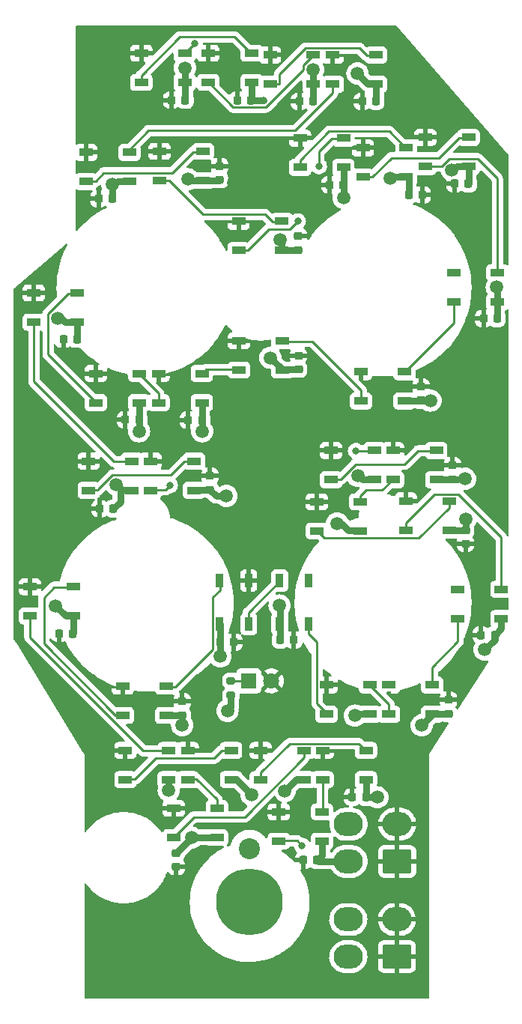
<source format=gbr>
%TF.GenerationSoftware,KiCad,Pcbnew,(6.0.9)*%
%TF.CreationDate,2023-04-01T15:31:09-08:00*%
%TF.ProjectId,SIM POWER PANEL,53494d20-504f-4574-9552-2050414e454c,3*%
%TF.SameCoordinates,Original*%
%TF.FileFunction,Copper,L1,Top*%
%TF.FilePolarity,Positive*%
%FSLAX46Y46*%
G04 Gerber Fmt 4.6, Leading zero omitted, Abs format (unit mm)*
G04 Created by KiCad (PCBNEW (6.0.9)) date 2023-04-01 15:31:09*
%MOMM*%
%LPD*%
G01*
G04 APERTURE LIST*
G04 Aperture macros list*
%AMRoundRect*
0 Rectangle with rounded corners*
0 $1 Rounding radius*
0 $2 $3 $4 $5 $6 $7 $8 $9 X,Y pos of 4 corners*
0 Add a 4 corners polygon primitive as box body*
4,1,4,$2,$3,$4,$5,$6,$7,$8,$9,$2,$3,0*
0 Add four circle primitives for the rounded corners*
1,1,$1+$1,$2,$3*
1,1,$1+$1,$4,$5*
1,1,$1+$1,$6,$7*
1,1,$1+$1,$8,$9*
0 Add four rect primitives between the rounded corners*
20,1,$1+$1,$2,$3,$4,$5,0*
20,1,$1+$1,$4,$5,$6,$7,0*
20,1,$1+$1,$6,$7,$8,$9,0*
20,1,$1+$1,$8,$9,$2,$3,0*%
G04 Aperture macros list end*
%TA.AperFunction,WasherPad*%
%ADD10C,7.540752*%
%TD*%
%TA.AperFunction,WasherPad*%
%ADD11C,2.381250*%
%TD*%
%TA.AperFunction,SMDPad,CuDef*%
%ADD12R,1.500000X0.900000*%
%TD*%
%TA.AperFunction,SMDPad,CuDef*%
%ADD13R,0.900000X1.500000*%
%TD*%
%TA.AperFunction,SMDPad,CuDef*%
%ADD14RoundRect,0.200000X-0.275000X0.200000X-0.275000X-0.200000X0.275000X-0.200000X0.275000X0.200000X0*%
%TD*%
%TA.AperFunction,SMDPad,CuDef*%
%ADD15RoundRect,0.225000X-0.225000X-0.250000X0.225000X-0.250000X0.225000X0.250000X-0.225000X0.250000X0*%
%TD*%
%TA.AperFunction,SMDPad,CuDef*%
%ADD16RoundRect,0.225000X-0.250000X0.225000X-0.250000X-0.225000X0.250000X-0.225000X0.250000X0.225000X0*%
%TD*%
%TA.AperFunction,SMDPad,CuDef*%
%ADD17RoundRect,0.225000X0.225000X0.250000X-0.225000X0.250000X-0.225000X-0.250000X0.225000X-0.250000X0*%
%TD*%
%TA.AperFunction,SMDPad,CuDef*%
%ADD18RoundRect,0.225000X0.250000X-0.225000X0.250000X0.225000X-0.250000X0.225000X-0.250000X-0.225000X0*%
%TD*%
%TA.AperFunction,ComponentPad*%
%ADD19R,1.800000X1.800000*%
%TD*%
%TA.AperFunction,ComponentPad*%
%ADD20C,1.800000*%
%TD*%
%TA.AperFunction,ComponentPad*%
%ADD21RoundRect,0.250001X1.399999X-1.099999X1.399999X1.099999X-1.399999X1.099999X-1.399999X-1.099999X0*%
%TD*%
%TA.AperFunction,ComponentPad*%
%ADD22O,3.300000X2.700000*%
%TD*%
%TA.AperFunction,ViaPad*%
%ADD23C,1.500000*%
%TD*%
%TA.AperFunction,ViaPad*%
%ADD24C,0.800000*%
%TD*%
%TA.AperFunction,Conductor*%
%ADD25C,0.750000*%
%TD*%
%TA.AperFunction,Conductor*%
%ADD26C,0.250000*%
%TD*%
G04 APERTURE END LIST*
D10*
%TO.P,REF\u002A\u002A,*%
%TO.N,*%
X236200000Y-147600000D03*
D11*
X236200000Y-141600000D03*
%TD*%
D12*
%TO.P,D1,1,VDD*%
%TO.N,/LED+5V*%
X223950000Y-51650000D03*
%TO.P,D1,2,DOUT*%
%TO.N,Net-(D1-Pad2)*%
X223950000Y-54950000D03*
%TO.P,D1,3,VSS*%
%TO.N,/LEDGND*%
X228850000Y-54950000D03*
%TO.P,D1,4,DIN*%
%TO.N,/DATAIN*%
X228850000Y-51650000D03*
%TD*%
%TO.P,D2,1,VDD*%
%TO.N,/LED+5V*%
X231500000Y-51650000D03*
%TO.P,D2,2,DOUT*%
%TO.N,Net-(D2-Pad2)*%
X231500000Y-54950000D03*
%TO.P,D2,3,VSS*%
%TO.N,/LEDGND*%
X236400000Y-54950000D03*
%TO.P,D2,4,DIN*%
%TO.N,Net-(D1-Pad2)*%
X236400000Y-51650000D03*
%TD*%
%TO.P,D3,1,VDD*%
%TO.N,/LED+5V*%
X238500000Y-51850000D03*
%TO.P,D3,2,DOUT*%
%TO.N,Net-(D3-Pad2)*%
X238500000Y-55150000D03*
%TO.P,D3,3,VSS*%
%TO.N,/LEDGND*%
X243400000Y-55150000D03*
%TO.P,D3,4,DIN*%
%TO.N,Net-(D2-Pad2)*%
X243400000Y-51850000D03*
%TD*%
%TO.P,D4,1,VDD*%
%TO.N,/LED+5V*%
X245600000Y-51850000D03*
%TO.P,D4,2,DOUT*%
%TO.N,Net-(D4-Pad2)*%
X245600000Y-55150000D03*
%TO.P,D4,3,VSS*%
%TO.N,/LEDGND*%
X250500000Y-55150000D03*
%TO.P,D4,4,DIN*%
%TO.N,Net-(D3-Pad2)*%
X250500000Y-51850000D03*
%TD*%
%TO.P,D5,1,VDD*%
%TO.N,/LED+5V*%
X217700000Y-62850000D03*
%TO.P,D5,2,DOUT*%
%TO.N,Net-(D5-Pad2)*%
X217700000Y-66150000D03*
%TO.P,D5,3,VSS*%
%TO.N,/LEDGND*%
X222600000Y-66150000D03*
%TO.P,D5,4,DIN*%
%TO.N,Net-(D4-Pad2)*%
X222600000Y-62850000D03*
%TD*%
%TO.P,D6,1,VDD*%
%TO.N,/LED+5V*%
X226000000Y-62750000D03*
%TO.P,D6,2,DOUT*%
%TO.N,Net-(D6-Pad2)*%
X226000000Y-66050000D03*
%TO.P,D6,3,VSS*%
%TO.N,/LEDGND*%
X230900000Y-66050000D03*
%TO.P,D6,4,DIN*%
%TO.N,Net-(D5-Pad2)*%
X230900000Y-62750000D03*
%TD*%
%TO.P,D7,1,VDD*%
%TO.N,/LED+5V*%
X234950000Y-70650000D03*
%TO.P,D7,2,DOUT*%
%TO.N,Net-(D7-Pad2)*%
X234950000Y-73950000D03*
%TO.P,D7,3,VSS*%
%TO.N,/LEDGND*%
X239850000Y-73950000D03*
%TO.P,D7,4,DIN*%
%TO.N,Net-(D6-Pad2)*%
X239850000Y-70650000D03*
%TD*%
%TO.P,D8,1,VDD*%
%TO.N,/LED+5V*%
X241900000Y-61250000D03*
%TO.P,D8,2,DOUT*%
%TO.N,Net-(D8-Pad2)*%
X241900000Y-64550000D03*
%TO.P,D8,3,VSS*%
%TO.N,/LEDGND*%
X246800000Y-64550000D03*
%TO.P,D8,4,DIN*%
%TO.N,Net-(D7-Pad2)*%
X246800000Y-61250000D03*
%TD*%
%TO.P,D9,1,VDD*%
%TO.N,/LED+5V*%
X249000000Y-62350000D03*
%TO.P,D9,2,DOUT*%
%TO.N,Net-(D10-Pad4)*%
X249000000Y-65650000D03*
%TO.P,D9,3,VSS*%
%TO.N,/LEDGND*%
X253900000Y-65650000D03*
%TO.P,D9,4,DIN*%
%TO.N,Net-(D8-Pad2)*%
X253900000Y-62350000D03*
%TD*%
%TO.P,D10,1,VDD*%
%TO.N,/LED+5V*%
X256050000Y-61150000D03*
%TO.P,D10,2,DOUT*%
%TO.N,Net-(D10-Pad2)*%
X256050000Y-64450000D03*
%TO.P,D10,3,VSS*%
%TO.N,/LEDGND*%
X260950000Y-64450000D03*
%TO.P,D10,4,DIN*%
%TO.N,Net-(D10-Pad4)*%
X260950000Y-61150000D03*
%TD*%
%TO.P,D11,1,VDD*%
%TO.N,/LED+5V*%
X259300000Y-76450000D03*
%TO.P,D11,2,DOUT*%
%TO.N,Net-(D11-Pad2)*%
X259300000Y-79750000D03*
%TO.P,D11,3,VSS*%
%TO.N,/LEDGND*%
X264200000Y-79750000D03*
%TO.P,D11,4,DIN*%
%TO.N,Net-(D10-Pad2)*%
X264200000Y-76450000D03*
%TD*%
%TO.P,D12,1,VDD*%
%TO.N,/LED+5V*%
X248800000Y-87650000D03*
%TO.P,D12,2,DOUT*%
%TO.N,Net-(D12-Pad2)*%
X248800000Y-90950000D03*
%TO.P,D12,3,VSS*%
%TO.N,/LEDGND*%
X253700000Y-90950000D03*
%TO.P,D12,4,DIN*%
%TO.N,Net-(D11-Pad2)*%
X253700000Y-87650000D03*
%TD*%
%TO.P,D13,1,VDD*%
%TO.N,/LED+5V*%
X235000000Y-84150000D03*
%TO.P,D13,2,DOUT*%
%TO.N,Net-(D13-Pad2)*%
X235000000Y-87450000D03*
%TO.P,D13,3,VSS*%
%TO.N,/LEDGND*%
X239900000Y-87450000D03*
%TO.P,D13,4,DIN*%
%TO.N,Net-(D12-Pad2)*%
X239900000Y-84150000D03*
%TD*%
%TO.P,D14,1,VDD*%
%TO.N,/LED+5V*%
X225900000Y-87850000D03*
%TO.P,D14,2,DOUT*%
%TO.N,Net-(D14-Pad2)*%
X225900000Y-91150000D03*
%TO.P,D14,3,VSS*%
%TO.N,/LEDGND*%
X230800000Y-91150000D03*
%TO.P,D14,4,DIN*%
%TO.N,Net-(D13-Pad2)*%
X230800000Y-87850000D03*
%TD*%
%TO.P,D15,1,VDD*%
%TO.N,/LED+5V*%
X218800000Y-87850000D03*
%TO.P,D15,2,DOUT*%
%TO.N,Net-(D15-Pad2)*%
X218800000Y-91150000D03*
%TO.P,D15,3,VSS*%
%TO.N,/LEDGND*%
X223700000Y-91150000D03*
%TO.P,D15,4,DIN*%
%TO.N,Net-(D14-Pad2)*%
X223700000Y-87850000D03*
%TD*%
%TO.P,D16,1,VDD*%
%TO.N,/LED+5V*%
X211800000Y-78750000D03*
%TO.P,D16,2,DOUT*%
%TO.N,Net-(D16-Pad2)*%
X211800000Y-82050000D03*
%TO.P,D16,3,VSS*%
%TO.N,/LEDGND*%
X216700000Y-82050000D03*
%TO.P,D16,4,DIN*%
%TO.N,Net-(D15-Pad2)*%
X216700000Y-78750000D03*
%TD*%
%TO.P,D17,1,VDD*%
%TO.N,/LED+5V*%
X218000000Y-97750000D03*
%TO.P,D17,2,DOUT*%
%TO.N,Net-(D17-Pad2)*%
X218000000Y-101050000D03*
%TO.P,D17,3,VSS*%
%TO.N,/LEDGND*%
X222900000Y-101050000D03*
%TO.P,D17,4,DIN*%
%TO.N,Net-(D16-Pad2)*%
X222900000Y-97750000D03*
%TD*%
%TO.P,D18,1,VDD*%
%TO.N,/LED+5V*%
X225000000Y-97750000D03*
%TO.P,D18,2,DOUT*%
%TO.N,Net-(D18-Pad2)*%
X225000000Y-101050000D03*
%TO.P,D18,3,VSS*%
%TO.N,/LEDGND*%
X229900000Y-101050000D03*
%TO.P,D18,4,DIN*%
%TO.N,Net-(D17-Pad2)*%
X229900000Y-97750000D03*
%TD*%
%TO.P,D19,1,VDD*%
%TO.N,/LED+5V*%
X245400000Y-96550000D03*
%TO.P,D19,2,DOUT*%
%TO.N,Net-(D19-Pad2)*%
X245400000Y-99850000D03*
%TO.P,D19,3,VSS*%
%TO.N,/LEDGND*%
X250300000Y-99850000D03*
%TO.P,D19,4,DIN*%
%TO.N,Net-(D18-Pad2)*%
X250300000Y-96550000D03*
%TD*%
%TO.P,D20,1,VDD*%
%TO.N,/LED+5V*%
X252400000Y-96550000D03*
%TO.P,D20,2,DOUT*%
%TO.N,Net-(D20-Pad2)*%
X252400000Y-99850000D03*
%TO.P,D20,3,VSS*%
%TO.N,/LEDGND*%
X257300000Y-99850000D03*
%TO.P,D20,4,DIN*%
%TO.N,Net-(D19-Pad2)*%
X257300000Y-96550000D03*
%TD*%
%TO.P,D21,1,VDD*%
%TO.N,/LED+5V*%
X243800000Y-102350000D03*
%TO.P,D21,2,DOUT*%
%TO.N,Net-(D21-Pad2)*%
X243800000Y-105650000D03*
%TO.P,D21,3,VSS*%
%TO.N,/LEDGND*%
X248700000Y-105650000D03*
%TO.P,D21,4,DIN*%
%TO.N,Net-(D20-Pad2)*%
X248700000Y-102350000D03*
%TD*%
%TO.P,D22,1,VDD*%
%TO.N,/LED+5V*%
X253850000Y-102250000D03*
%TO.P,D22,2,DOUT*%
%TO.N,Net-(D22-Pad2)*%
X253850000Y-105550000D03*
%TO.P,D22,3,VSS*%
%TO.N,/LEDGND*%
X258750000Y-105550000D03*
%TO.P,D22,4,DIN*%
%TO.N,Net-(D21-Pad2)*%
X258750000Y-102250000D03*
%TD*%
%TO.P,D23,1,VDD*%
%TO.N,/LED+5V*%
X259750000Y-112250000D03*
%TO.P,D23,2,DOUT*%
%TO.N,Net-(D23-Pad2)*%
X259750000Y-115550000D03*
%TO.P,D23,3,VSS*%
%TO.N,/LEDGND*%
X264650000Y-115550000D03*
%TO.P,D23,4,DIN*%
%TO.N,Net-(D22-Pad2)*%
X264650000Y-112250000D03*
%TD*%
%TO.P,D24,1,VDD*%
%TO.N,/LED+5V*%
X251950000Y-123050000D03*
%TO.P,D24,2,DOUT*%
%TO.N,Net-(D24-Pad2)*%
X251950000Y-126350000D03*
%TO.P,D24,3,VSS*%
%TO.N,/LEDGND*%
X256850000Y-126350000D03*
%TO.P,D24,4,DIN*%
%TO.N,Net-(D23-Pad2)*%
X256850000Y-123050000D03*
%TD*%
%TO.P,D25,1,VDD*%
%TO.N,/LED+5V*%
X244900000Y-123050000D03*
%TO.P,D25,2,DOUT*%
%TO.N,Net-(D25-Pad2)*%
X244900000Y-126350000D03*
%TO.P,D25,3,VSS*%
%TO.N,/LEDGND*%
X249800000Y-126350000D03*
%TO.P,D25,4,DIN*%
%TO.N,Net-(D24-Pad2)*%
X249800000Y-123050000D03*
%TD*%
D13*
%TO.P,D26,1,VDD*%
%TO.N,/LED+5V*%
X242900000Y-111250000D03*
%TO.P,D26,2,DOUT*%
%TO.N,Net-(D26-Pad2)*%
X239600000Y-111250000D03*
%TO.P,D26,3,VSS*%
%TO.N,/LEDGND*%
X239600000Y-116150000D03*
%TO.P,D26,4,DIN*%
%TO.N,Net-(D25-Pad2)*%
X242900000Y-116150000D03*
%TD*%
%TO.P,D27,1,VDD*%
%TO.N,/LED+5V*%
X236100000Y-111250000D03*
%TO.P,D27,2,DOUT*%
%TO.N,Net-(D27-Pad2)*%
X232800000Y-111250000D03*
%TO.P,D27,3,VSS*%
%TO.N,/LEDGND*%
X232800000Y-116150000D03*
%TO.P,D27,4,DIN*%
%TO.N,Net-(D26-Pad2)*%
X236100000Y-116150000D03*
%TD*%
D12*
%TO.P,D28,1,VDD*%
%TO.N,/LED+5V*%
X221850000Y-123200000D03*
%TO.P,D28,2,DOUT*%
%TO.N,Net-(D28-Pad2)*%
X221850000Y-126500000D03*
%TO.P,D28,3,VSS*%
%TO.N,/LEDGND*%
X226750000Y-126500000D03*
%TO.P,D28,4,DIN*%
%TO.N,Net-(D27-Pad2)*%
X226750000Y-123200000D03*
%TD*%
%TO.P,D29,1,VDD*%
%TO.N,/LED+5V*%
X211350000Y-111950000D03*
%TO.P,D29,2,DOUT*%
%TO.N,Net-(D29-Pad2)*%
X211350000Y-115250000D03*
%TO.P,D29,3,VSS*%
%TO.N,/LEDGND*%
X216250000Y-115250000D03*
%TO.P,D29,4,DIN*%
%TO.N,Net-(D28-Pad2)*%
X216250000Y-111950000D03*
%TD*%
%TO.P,D30,1,VDD*%
%TO.N,/LED+5V*%
X222150000Y-130450000D03*
%TO.P,D30,2,DOUT*%
%TO.N,Net-(D30-Pad2)*%
X222150000Y-133750000D03*
%TO.P,D30,3,VSS*%
%TO.N,/LEDGND*%
X227050000Y-133750000D03*
%TO.P,D30,4,DIN*%
%TO.N,Net-(D29-Pad2)*%
X227050000Y-130450000D03*
%TD*%
%TO.P,D31,1,VDD*%
%TO.N,/LED+5V*%
X229200000Y-130450000D03*
%TO.P,D31,2,DOUT*%
%TO.N,Net-(D31-Pad2)*%
X229200000Y-133750000D03*
%TO.P,D31,3,VSS*%
%TO.N,/LEDGND*%
X234100000Y-133750000D03*
%TO.P,D31,4,DIN*%
%TO.N,Net-(D30-Pad2)*%
X234100000Y-130450000D03*
%TD*%
%TO.P,D32,1,VDD*%
%TO.N,/LED+5V*%
X227600000Y-137000000D03*
%TO.P,D32,2,DOUT*%
%TO.N,Net-(D32-Pad2)*%
X227600000Y-140300000D03*
%TO.P,D32,3,VSS*%
%TO.N,/LEDGND*%
X232500000Y-140300000D03*
%TO.P,D32,4,DIN*%
%TO.N,Net-(D31-Pad2)*%
X232500000Y-137000000D03*
%TD*%
D14*
%TO.P,R1,1*%
%TO.N,Net-(D36-Pad1)*%
X234091000Y-122578000D03*
%TO.P,R1,2*%
%TO.N,/LEDGND*%
X234091000Y-124228000D03*
%TD*%
D12*
%TO.P,D33,1,VDD*%
%TO.N,/LED+5V*%
X237450000Y-130450000D03*
%TO.P,D33,2,DOUT*%
%TO.N,Net-(D33-Pad2)*%
X237450000Y-133750000D03*
%TO.P,D33,3,VSS*%
%TO.N,/LEDGND*%
X242350000Y-133750000D03*
%TO.P,D33,4,DIN*%
%TO.N,Net-(D32-Pad2)*%
X242350000Y-130450000D03*
%TD*%
D15*
%TO.P,C2,1*%
%TO.N,/LED+5V*%
X227363000Y-56950000D03*
%TO.P,C2,2*%
%TO.N,/LEDGND*%
X228913000Y-56950000D03*
%TD*%
%TO.P,C3,1*%
%TO.N,/LED+5V*%
X234825000Y-56950000D03*
%TO.P,C3,2*%
%TO.N,/LEDGND*%
X236375000Y-56950000D03*
%TD*%
%TO.P,C5,1*%
%TO.N,/LED+5V*%
X248925000Y-57100000D03*
%TO.P,C5,2*%
%TO.N,/LEDGND*%
X250475000Y-57100000D03*
%TD*%
D16*
%TO.P,C7,1*%
%TO.N,/LED+5V*%
X232800000Y-64412500D03*
%TO.P,C7,2*%
%TO.N,/LEDGND*%
X232800000Y-65962500D03*
%TD*%
%TO.P,C8,1*%
%TO.N,/LED+5V*%
X241700000Y-72337500D03*
%TO.P,C8,2*%
%TO.N,/LEDGND*%
X241700000Y-73887500D03*
%TD*%
D15*
%TO.P,C9,1*%
%TO.N,/LED+5V*%
X245237000Y-66525000D03*
%TO.P,C9,2*%
%TO.N,/LEDGND*%
X246787000Y-66525000D03*
%TD*%
D17*
%TO.P,C10,1*%
%TO.N,/LED+5V*%
X255737000Y-67650000D03*
%TO.P,C10,2*%
%TO.N,/LEDGND*%
X254187000Y-67650000D03*
%TD*%
D15*
%TO.P,C11,1*%
%TO.N,/LED+5V*%
X259375000Y-66400000D03*
%TO.P,C11,2*%
%TO.N,/LEDGND*%
X260925000Y-66400000D03*
%TD*%
%TO.P,C12,1*%
%TO.N,/LED+5V*%
X215137000Y-83975000D03*
%TO.P,C12,2*%
%TO.N,/LEDGND*%
X216687000Y-83975000D03*
%TD*%
%TO.P,C13,1*%
%TO.N,/LED+5V*%
X262637000Y-81625000D03*
%TO.P,C13,2*%
%TO.N,/LEDGND*%
X264187000Y-81625000D03*
%TD*%
D16*
%TO.P,C14,1*%
%TO.N,/LED+5V*%
X241725000Y-85837500D03*
%TO.P,C14,2*%
%TO.N,/LEDGND*%
X241725000Y-87387500D03*
%TD*%
%TO.P,C15,1*%
%TO.N,/LED+5V*%
X255575000Y-89337500D03*
%TO.P,C15,2*%
%TO.N,/LEDGND*%
X255575000Y-90887500D03*
%TD*%
D15*
%TO.P,C16,1*%
%TO.N,/LED+5V*%
X229263000Y-93125000D03*
%TO.P,C16,2*%
%TO.N,/LEDGND*%
X230813000Y-93125000D03*
%TD*%
%TO.P,C17,1*%
%TO.N,/LED+5V*%
X222137000Y-93075000D03*
%TO.P,C17,2*%
%TO.N,/LEDGND*%
X223687000Y-93075000D03*
%TD*%
D12*
%TO.P,D34,1,VDD*%
%TO.N,/LED+5V*%
X244450000Y-130450000D03*
%TO.P,D34,2,DOUT*%
%TO.N,Net-(D34-Pad2)*%
X244450000Y-133750000D03*
%TO.P,D34,3,VSS*%
%TO.N,/LEDGND*%
X249350000Y-133750000D03*
%TO.P,D34,4,DIN*%
%TO.N,Net-(D33-Pad2)*%
X249350000Y-130450000D03*
%TD*%
%TO.P,D35,1,VDD*%
%TO.N,/LED+5V*%
X239500000Y-137400000D03*
%TO.P,D35,2,DOUT*%
%TO.N,/DATAOUT*%
X239500000Y-140700000D03*
%TO.P,D35,3,VSS*%
%TO.N,/LEDGND*%
X244400000Y-140700000D03*
%TO.P,D35,4,DIN*%
%TO.N,Net-(D34-Pad2)*%
X244400000Y-137400000D03*
%TD*%
D15*
%TO.P,C4,1*%
%TO.N,/LED+5V*%
X241813000Y-57100000D03*
%TO.P,C4,2*%
%TO.N,/LEDGND*%
X243363000Y-57100000D03*
%TD*%
%TO.P,C6,1*%
%TO.N,/LED+5V*%
X219137000Y-68100000D03*
%TO.P,C6,2*%
%TO.N,/LEDGND*%
X220687000Y-68100000D03*
%TD*%
%TO.P,C18,1*%
%TO.N,/LED+5V*%
X219250000Y-103125000D03*
%TO.P,C18,2*%
%TO.N,/LEDGND*%
X220800000Y-103125000D03*
%TD*%
D16*
%TO.P,C19,1*%
%TO.N,/LED+5V*%
X231725000Y-99425000D03*
%TO.P,C19,2*%
%TO.N,/LEDGND*%
X231725000Y-100975000D03*
%TD*%
%TO.P,C20,1*%
%TO.N,/LED+5V*%
X259125000Y-98250000D03*
%TO.P,C20,2*%
%TO.N,/LEDGND*%
X259125000Y-99800000D03*
%TD*%
D18*
%TO.P,C21,1*%
%TO.N,/LED+5V*%
X260610000Y-107090000D03*
%TO.P,C21,2*%
%TO.N,/LEDGND*%
X260610000Y-105540000D03*
%TD*%
D15*
%TO.P,C22,1*%
%TO.N,/LED+5V*%
X262350000Y-117390000D03*
%TO.P,C22,2*%
%TO.N,/LEDGND*%
X263900000Y-117390000D03*
%TD*%
D16*
%TO.P,C23,1*%
%TO.N,/LED+5V*%
X258675000Y-124750000D03*
%TO.P,C23,2*%
%TO.N,/LEDGND*%
X258675000Y-126300000D03*
%TD*%
D17*
%TO.P,C24,1*%
%TO.N,/LED+5V*%
X234425000Y-118225000D03*
%TO.P,C24,2*%
%TO.N,/LEDGND*%
X232875000Y-118225000D03*
%TD*%
%TO.P,C25,1*%
%TO.N,/LED+5V*%
X241200000Y-117975000D03*
%TO.P,C25,2*%
%TO.N,/LEDGND*%
X239650000Y-117975000D03*
%TD*%
D15*
%TO.P,C26,1*%
%TO.N,/LED+5V*%
X214675000Y-117225000D03*
%TO.P,C26,2*%
%TO.N,/LEDGND*%
X216225000Y-117225000D03*
%TD*%
D16*
%TO.P,C27,1*%
%TO.N,/LED+5V*%
X228575000Y-124900000D03*
%TO.P,C27,2*%
%TO.N,/LEDGND*%
X228575000Y-126450000D03*
%TD*%
D15*
%TO.P,C29,1*%
%TO.N,/LED+5V*%
X247800000Y-135725000D03*
%TO.P,C29,2*%
%TO.N,/LEDGND*%
X249350000Y-135725000D03*
%TD*%
D18*
%TO.P,C28,1*%
%TO.N,/LED+5V*%
X227910000Y-143605000D03*
%TO.P,C28,2*%
%TO.N,/LEDGND*%
X227910000Y-142055000D03*
%TD*%
D15*
%TO.P,C30,1*%
%TO.N,/LED+5V*%
X242280000Y-142860000D03*
%TO.P,C30,2*%
%TO.N,/LEDGND*%
X243830000Y-142860000D03*
%TD*%
D19*
%TO.P,D36,1,K*%
%TO.N,Net-(D36-Pad1)*%
X236113000Y-122588000D03*
D20*
%TO.P,D36,2,A*%
%TO.N,/LED+5V*%
X238653000Y-122588000D03*
%TD*%
D21*
%TO.P,J1,1,Pin_1*%
%TO.N,/LED+5V*%
X252870000Y-142990000D03*
D22*
%TO.P,J1,2,Pin_2*%
X252870000Y-138790000D03*
%TO.P,J1,3,Pin_3*%
%TO.N,/LEDGND*%
X247370000Y-142990000D03*
%TO.P,J1,4,Pin_4*%
%TO.N,/DATAIN*%
X247370000Y-138790000D03*
%TD*%
D21*
%TO.P,J2,1,Pin_1*%
%TO.N,/LED+5V*%
X252850000Y-153760000D03*
D22*
%TO.P,J2,2,Pin_2*%
X252850000Y-149560000D03*
%TO.P,J2,3,Pin_3*%
%TO.N,/LEDGND*%
X247350000Y-153760000D03*
%TO.P,J2,4,Pin_4*%
%TO.N,/DATAOUT*%
X247350000Y-149560000D03*
%TD*%
D23*
%TO.N,/LEDGND*%
X232875000Y-119825000D03*
X230840000Y-94370000D03*
X227060000Y-134980000D03*
X233687100Y-125978400D03*
X248441600Y-99413700D03*
X239650000Y-72740000D03*
X260550000Y-99740000D03*
X233560500Y-101687400D03*
X214475200Y-81584600D03*
X256650000Y-90900000D03*
X236440000Y-135470000D03*
X239591100Y-114072400D03*
X246083700Y-104796500D03*
X238540000Y-86070000D03*
D24*
X237760000Y-56950000D03*
D23*
X243372800Y-53500000D03*
X262755000Y-119045000D03*
X246799500Y-67970500D03*
X240190000Y-135040000D03*
X252087200Y-65745200D03*
X229189800Y-65901100D03*
X259072700Y-64854100D03*
X248392000Y-53933000D03*
X229642500Y-140322500D03*
X220674200Y-66461900D03*
X223690000Y-94380000D03*
X228575000Y-127595000D03*
X221141000Y-100393400D03*
X260610000Y-104310000D03*
X255650000Y-127600000D03*
X264138800Y-78100000D03*
X228883700Y-53300000D03*
X250640000Y-135750000D03*
X214280000Y-114090000D03*
X248093200Y-126512800D03*
%TO.N,/LED+5V*%
X234434800Y-66296900D03*
D24*
%TO.N,/DATAIN*%
X229970000Y-50530000D03*
%TO.N,Net-(D7-Pad2)*%
X241652400Y-70642400D03*
X244036400Y-64413600D03*
%TO.N,Net-(D18-Pad2)*%
X227180000Y-100490000D03*
X248210000Y-96600000D03*
%TO.N,/DATAOUT*%
X242140000Y-141240000D03*
%TD*%
D25*
%TO.N,/LEDGND*%
X237760000Y-56950000D02*
X237760000Y-56950000D01*
X246799500Y-67970500D02*
X246799500Y-67970500D01*
X256650000Y-90900000D02*
X256650000Y-90900000D01*
X230840000Y-94370000D02*
X230825500Y-94345500D01*
X223690000Y-94380000D02*
X223699500Y-94370500D01*
X260550000Y-99740000D02*
X260480000Y-99800000D01*
X250640000Y-135750000D02*
X250615000Y-135725000D01*
X240190000Y-135040000D02*
X240190000Y-135040000D01*
X227060000Y-134980000D02*
X227050000Y-134960000D01*
X236440000Y-135470000D02*
X236360000Y-135550000D01*
X228575000Y-127595000D02*
X228575000Y-127595000D01*
X232875000Y-119825000D02*
X232875000Y-119825000D01*
X260610000Y-104310000D02*
X260610000Y-104310000D01*
X262755000Y-119045000D02*
X262740000Y-119060000D01*
X238540000Y-86070000D02*
X238560000Y-86070000D01*
X229642500Y-140322500D02*
X227910000Y-142055000D01*
X255650000Y-127600000D02*
X255650000Y-127600000D01*
X230800000Y-91100000D02*
X230800000Y-93099500D01*
X229189800Y-65901100D02*
X229475800Y-65901100D01*
X248261900Y-126512800D02*
X248474700Y-126300000D01*
X230900000Y-66000000D02*
X232775000Y-66000000D01*
X250500000Y-55100000D02*
X249559000Y-55100000D01*
X232875000Y-118225000D02*
X232875000Y-119825000D01*
X215390000Y-115200000D02*
X214280000Y-114090000D01*
X260950000Y-64400000D02*
X260937500Y-64412500D01*
X229475800Y-65901100D02*
X229574700Y-66000000D01*
X256850000Y-126400000D02*
X255650000Y-127600000D01*
X255575000Y-90900000D02*
X256650000Y-90900000D01*
X221574700Y-102350300D02*
X221574700Y-101000000D01*
X236387500Y-56950000D02*
X237760000Y-56950000D01*
X228850000Y-53333700D02*
X228850000Y-54900000D01*
X259125000Y-99800000D02*
X257300000Y-99800000D01*
X216250000Y-117200000D02*
X216250000Y-115200000D01*
X230900000Y-66000000D02*
X229574700Y-66000000D01*
X246799500Y-64500500D02*
X246799500Y-66525000D01*
X260610000Y-105540000D02*
X260610000Y-104310000D01*
X223699500Y-91100500D02*
X223699500Y-93075000D01*
X228925500Y-54975500D02*
X228925500Y-56950000D01*
X260610000Y-105540000D02*
X258790000Y-105540000D01*
X250500000Y-55100000D02*
X250487500Y-55112500D01*
X234100000Y-133700000D02*
X234670000Y-133700000D01*
X220912800Y-66461900D02*
X221274700Y-66100000D01*
X243400000Y-55100000D02*
X243400000Y-57075500D01*
X264200000Y-78161200D02*
X264138800Y-78100000D01*
X252429500Y-65745200D02*
X252574700Y-65600000D01*
X248700000Y-105600000D02*
X247374700Y-105600000D01*
X232875000Y-117500300D02*
X232875000Y-118225000D01*
X221574700Y-100827100D02*
X221574700Y-101000000D01*
X230825500Y-93125000D02*
X230840000Y-94370000D01*
X223700000Y-91100000D02*
X223699500Y-91100500D01*
X216699500Y-82000500D02*
X216699500Y-83975000D01*
X233687100Y-125978400D02*
X234091000Y-125574500D01*
X241530000Y-133700000D02*
X240190000Y-135040000D01*
X239900000Y-87400000D02*
X239890000Y-87400000D01*
X214959300Y-81584600D02*
X215374700Y-82000000D01*
X232437400Y-101687400D02*
X231725000Y-100975000D01*
X228883700Y-53300000D02*
X228850000Y-53333700D01*
X228850000Y-54900000D02*
X228925500Y-54975500D01*
X216225000Y-117225000D02*
X216250000Y-117200000D01*
X243400000Y-53527200D02*
X243400000Y-55100000D01*
X259170600Y-64854100D02*
X259624700Y-64400000D01*
X244400000Y-140650000D02*
X244400000Y-142290000D01*
X223699500Y-93075000D02*
X223690000Y-94380000D01*
X249800000Y-126300000D02*
X248474700Y-126300000D01*
X239850000Y-73900000D02*
X241700000Y-73900000D01*
X264200000Y-79700000D02*
X264199500Y-79700500D01*
X258790000Y-105540000D02*
X258750000Y-105500000D01*
X243960000Y-142990000D02*
X243830000Y-142860000D01*
X243372800Y-53500000D02*
X243400000Y-53527200D01*
X228575000Y-126450000D02*
X228575000Y-127595000D01*
X233560500Y-101687400D02*
X232437400Y-101687400D01*
X239890000Y-87400000D02*
X238540000Y-86070000D01*
X220800000Y-103125000D02*
X221574700Y-102350300D01*
X221141000Y-100393400D02*
X221574700Y-100827100D01*
X250300000Y-99800000D02*
X248974700Y-99800000D01*
X244400000Y-142290000D02*
X243830000Y-142860000D01*
X239850000Y-73900000D02*
X239850000Y-72940000D01*
X231250300Y-100975000D02*
X231225300Y-101000000D01*
X216250000Y-115200000D02*
X215390000Y-115200000D01*
X229900000Y-101000000D02*
X231225300Y-101000000D01*
X243400000Y-57075500D02*
X243375500Y-57100000D01*
X239591100Y-114072400D02*
X239650000Y-114131300D01*
X242350000Y-133700000D02*
X241530000Y-133700000D01*
X232500000Y-140250000D02*
X229715000Y-140250000D01*
X253900000Y-65600000D02*
X252574700Y-65600000D01*
X230800000Y-93099500D02*
X230825500Y-93125000D01*
X249350000Y-133904600D02*
X249350000Y-135725000D01*
X252087200Y-65745200D02*
X252429500Y-65745200D01*
X226750000Y-126450000D02*
X228575000Y-126450000D01*
X249145400Y-133700000D02*
X249350000Y-133904600D01*
X264650000Y-115500000D02*
X264650000Y-116640000D01*
X220699500Y-66461900D02*
X220912800Y-66461900D01*
X220699500Y-66461900D02*
X220699500Y-68100000D01*
X249350000Y-133700000D02*
X249145400Y-133700000D01*
X222900000Y-101000000D02*
X221574700Y-101000000D01*
X239900000Y-87400000D02*
X241725000Y-87400000D01*
X234670000Y-133700000D02*
X236440000Y-135470000D01*
X263900000Y-117390000D02*
X263900000Y-117900000D01*
X253900000Y-65600000D02*
X254174500Y-65874500D01*
X246800000Y-64500000D02*
X246799500Y-64500500D01*
X220674200Y-66461900D02*
X220699500Y-66461900D01*
X216700000Y-82000000D02*
X215374700Y-82000000D01*
X214475200Y-81584600D02*
X214959300Y-81584600D01*
X236387500Y-54912500D02*
X236387500Y-56950000D01*
X236400000Y-54900000D02*
X236387500Y-54912500D01*
X256850000Y-126300000D02*
X258175300Y-126300000D01*
X232775000Y-66000000D02*
X232800000Y-65975000D01*
X263900000Y-117900000D02*
X262755000Y-119045000D01*
X258175300Y-126300000D02*
X258675000Y-126300000D01*
X260950000Y-64400000D02*
X259624700Y-64400000D01*
X247370000Y-142990000D02*
X243960000Y-142990000D01*
X254174500Y-65874500D02*
X254174500Y-67650000D01*
X260937500Y-64412500D02*
X260937500Y-66400000D01*
X246799500Y-66525000D02*
X246799500Y-67970500D01*
X259125000Y-99800000D02*
X260550000Y-99740000D01*
X231725000Y-100975000D02*
X231250300Y-100975000D01*
X239850000Y-72940000D02*
X239650000Y-72740000D01*
X232850000Y-116150000D02*
X232850000Y-117475300D01*
X246083700Y-104796500D02*
X246571200Y-104796500D01*
X253700000Y-90900000D02*
X255025300Y-90900000D01*
X232850000Y-117475300D02*
X232875000Y-117500300D01*
X248588400Y-99413700D02*
X248974700Y-99800000D01*
X248093200Y-126512800D02*
X248261900Y-126512800D01*
X234091000Y-125574500D02*
X234091000Y-124190500D01*
X255575000Y-90900000D02*
X255025300Y-90900000D01*
X222600000Y-66100000D02*
X221274700Y-66100000D01*
X256850000Y-126300000D02*
X256850000Y-126400000D01*
X264200000Y-79700000D02*
X264200000Y-78161200D01*
X248441600Y-99413700D02*
X248588400Y-99413700D01*
X239650000Y-117975000D02*
X239650000Y-116150000D01*
X216700000Y-82000000D02*
X216699500Y-82000500D01*
X246571200Y-104796500D02*
X247374700Y-105600000D01*
X239650000Y-114131300D02*
X239650000Y-116150000D01*
X249559000Y-55100000D02*
X248392000Y-53933000D01*
X249350000Y-135725000D02*
X250640000Y-135750000D01*
X229715000Y-140250000D02*
X229642500Y-140322500D01*
X227050000Y-133700000D02*
X227060000Y-134980000D01*
X264650000Y-116640000D02*
X263900000Y-117390000D01*
X264199500Y-79700500D02*
X264199500Y-81625000D01*
X250487500Y-55112500D02*
X250487500Y-57100000D01*
X259072700Y-64854100D02*
X259170600Y-64854100D01*
D26*
%TO.N,Net-(D2-Pad2)*%
X242297799Y-53485203D02*
X238032992Y-57750010D01*
X234350010Y-57750010D02*
X231500000Y-54900000D01*
X242297799Y-53002201D02*
X242297799Y-53485203D01*
X238032992Y-57750010D02*
X234350010Y-57750010D01*
X243400000Y-51900000D02*
X242297799Y-53002201D01*
%TO.N,/DATAIN*%
X228850000Y-51650000D02*
X229970000Y-50530000D01*
X228850000Y-51700000D02*
X228850000Y-51650000D01*
%TO.N,Net-(D3-Pad2)*%
X238500000Y-55100000D02*
X239575300Y-55100000D01*
X242500100Y-51074700D02*
X248599400Y-51074700D01*
X250500000Y-51900000D02*
X249424700Y-51900000D01*
X248599400Y-51074700D02*
X249424700Y-51900000D01*
X239575300Y-53999500D02*
X242500100Y-51074700D01*
X239575300Y-55100000D02*
X239575300Y-53999500D01*
%TO.N,Net-(D4-Pad2)*%
X224762350Y-60367650D02*
X241351844Y-60367650D01*
X222600000Y-62530000D02*
X224762350Y-60367650D01*
X222600000Y-62900000D02*
X222600000Y-62530000D01*
X245600000Y-56119494D02*
X245600000Y-55100000D01*
X241351844Y-60367650D02*
X245600000Y-56119494D01*
%TO.N,Net-(D5-Pad2)*%
X230900000Y-62800000D02*
X229824700Y-62800000D01*
X227450100Y-65174600D02*
X229824700Y-62800000D01*
X218775300Y-66100000D02*
X219700700Y-65174600D01*
X219700700Y-65174600D02*
X227450100Y-65174600D01*
X217700000Y-66100000D02*
X218775300Y-66100000D01*
%TO.N,Net-(D6-Pad2)*%
X227075300Y-66000000D02*
X230950000Y-69874700D01*
X237949400Y-69874700D02*
X238774700Y-70700000D01*
X226000000Y-66000000D02*
X227075300Y-66000000D01*
X239850000Y-70700000D02*
X238774700Y-70700000D01*
X230950000Y-69874700D02*
X237949400Y-69874700D01*
%TO.N,Net-(D7-Pad2)*%
X241652400Y-70642400D02*
X240733500Y-71561300D01*
X244036400Y-62772100D02*
X244036400Y-64413600D01*
X238364000Y-71561300D02*
X236025300Y-73900000D01*
X240733500Y-71561300D02*
X238364000Y-71561300D01*
X234950000Y-73900000D02*
X236025300Y-73900000D01*
X245508500Y-61300000D02*
X244036400Y-62772100D01*
X245724700Y-61300000D02*
X245508500Y-61300000D01*
X246800000Y-61300000D02*
X245724700Y-61300000D01*
%TO.N,Net-(D8-Pad2)*%
X251974999Y-60474999D02*
X253900000Y-62400000D01*
X241900000Y-64500000D02*
X241900000Y-63750000D01*
X245175001Y-60474999D02*
X251974999Y-60474999D01*
X241900000Y-63750000D02*
X245175001Y-60474999D01*
%TO.N,Net-(D10-Pad4)*%
X257618500Y-63456200D02*
X259874700Y-61200000D01*
X250075300Y-65600000D02*
X252219100Y-63456200D01*
X252219100Y-63456200D02*
X257618500Y-63456200D01*
X260950000Y-61200000D02*
X259874700Y-61200000D01*
X249000000Y-65600000D02*
X250075300Y-65600000D01*
%TO.N,Net-(D10-Pad2)*%
X258760799Y-63574999D02*
X261960001Y-63574999D01*
X256050000Y-64400000D02*
X257935798Y-64400000D01*
X257935798Y-64400000D02*
X258760799Y-63574999D01*
X264200000Y-65814998D02*
X264200000Y-76500000D01*
X261960001Y-63574999D02*
X264200000Y-65814998D01*
%TO.N,Net-(D11-Pad2)*%
X259300000Y-82100000D02*
X253700000Y-87700000D01*
X259300000Y-79700000D02*
X259300000Y-82100000D01*
%TO.N,Net-(D12-Pad2)*%
X239900000Y-84200000D02*
X243270000Y-84200000D01*
X243270000Y-84200000D02*
X248800000Y-89730000D01*
X248800000Y-89730000D02*
X248800000Y-90900000D01*
%TO.N,Net-(D13-Pad2)*%
X231300000Y-87400000D02*
X230800000Y-87900000D01*
X235000000Y-87400000D02*
X231300000Y-87400000D01*
%TO.N,Net-(D14-Pad2)*%
X225900000Y-91100000D02*
X225900000Y-90100000D01*
X225900000Y-90100000D02*
X223700000Y-87900000D01*
%TO.N,Net-(D15-Pad2)*%
X213400199Y-81068599D02*
X213400199Y-85700199D01*
X213400199Y-85700199D02*
X218800000Y-91100000D01*
X216700000Y-78800000D02*
X215668798Y-78800000D01*
X215668798Y-78800000D02*
X213400199Y-81068599D01*
%TO.N,Net-(D16-Pad2)*%
X211800000Y-82000000D02*
X211800000Y-85935002D01*
X211800000Y-85935002D02*
X211810000Y-85945002D01*
X220860000Y-97800000D02*
X222900000Y-97800000D01*
X211810000Y-88750000D02*
X220860000Y-97800000D01*
X211810000Y-85945002D02*
X211810000Y-88750000D01*
%TO.N,Net-(D17-Pad2)*%
X227306600Y-99318100D02*
X220695600Y-99318100D01*
X218000000Y-101000000D02*
X219075300Y-101000000D01*
X228824700Y-97800000D02*
X227306600Y-99318100D01*
X229900000Y-97800000D02*
X228824700Y-97800000D01*
X219075300Y-100938400D02*
X219075300Y-101000000D01*
X220695600Y-99318100D02*
X219075300Y-100938400D01*
%TO.N,Net-(D18-Pad2)*%
X227180000Y-100490000D02*
X227180000Y-100490000D01*
X248210000Y-96600000D02*
X248210000Y-96600000D01*
X250300000Y-96600000D02*
X248210000Y-96600000D01*
X225000000Y-101000000D02*
X226670000Y-101000000D01*
X226670000Y-101000000D02*
X227180000Y-100490000D01*
%TO.N,Net-(D19-Pad2)*%
X248164300Y-98111000D02*
X253727600Y-98111000D01*
X255238600Y-96600000D02*
X257300000Y-96600000D01*
X253727600Y-98111000D02*
X255238600Y-96600000D01*
X246475300Y-99800000D02*
X248164300Y-98111000D01*
X245400000Y-99800000D02*
X246475300Y-99800000D01*
%TO.N,Net-(D20-Pad2)*%
X251190000Y-101010000D02*
X252400000Y-99800000D01*
X249380000Y-101010000D02*
X251190000Y-101010000D01*
X248700000Y-101690000D02*
X249380000Y-101010000D01*
X248700000Y-102400000D02*
X248700000Y-101690000D01*
%TO.N,Net-(D21-Pad2)*%
X255334999Y-106425001D02*
X244625001Y-106425001D01*
X244625001Y-106425001D02*
X243800000Y-105600000D01*
X258750000Y-103010000D02*
X255334999Y-106425001D01*
X258750000Y-102300000D02*
X258750000Y-103010000D01*
%TO.N,Net-(D22-Pad2)*%
X264650000Y-106364998D02*
X259760001Y-101474999D01*
X257125001Y-101474999D02*
X253850000Y-104750000D01*
X264650000Y-112300000D02*
X264650000Y-106364998D01*
X259760001Y-101474999D02*
X257125001Y-101474999D01*
X253850000Y-104750000D02*
X253850000Y-105500000D01*
%TO.N,Net-(D23-Pad2)*%
X259750000Y-118150000D02*
X259750000Y-115500000D01*
X256850000Y-121050000D02*
X259750000Y-118150000D01*
X256850000Y-123100000D02*
X256850000Y-121050000D01*
%TO.N,Net-(D24-Pad2)*%
X251950000Y-125250000D02*
X249800000Y-123100000D01*
X251950000Y-126300000D02*
X251950000Y-125250000D01*
%TO.N,Net-(D25-Pad2)*%
X244900000Y-126240600D02*
X243824700Y-125165300D01*
X243824700Y-118200000D02*
X242850000Y-117225300D01*
X244900000Y-126300000D02*
X244900000Y-126240600D01*
X242850000Y-116150000D02*
X242850000Y-117225300D01*
X243824700Y-125165300D02*
X243824700Y-118200000D01*
%TO.N,Net-(D26-Pad2)*%
X239650000Y-111250000D02*
X236050000Y-114850000D01*
X236050000Y-114850000D02*
X236050000Y-116150000D01*
%TO.N,Net-(D27-Pad2)*%
X232024700Y-119050600D02*
X227825300Y-123250000D01*
X232850000Y-112325300D02*
X232024700Y-113150600D01*
X232024700Y-113150600D02*
X232024700Y-119050600D01*
X232850000Y-111250000D02*
X232850000Y-112325300D01*
X226750000Y-123250000D02*
X227825300Y-123250000D01*
%TO.N,Net-(D28-Pad2)*%
X212950000Y-113160000D02*
X214110000Y-112000000D01*
X221850000Y-126450000D02*
X221030000Y-126450000D01*
X221030000Y-126450000D02*
X212950000Y-118370000D01*
X214110000Y-112000000D02*
X216250000Y-112000000D01*
X212950000Y-118370000D02*
X212950000Y-113160000D01*
%TO.N,Net-(D29-Pad2)*%
X224182600Y-130500000D02*
X227050000Y-130500000D01*
X211350000Y-115200000D02*
X211350000Y-117667400D01*
X211350000Y-117667400D02*
X224182600Y-130500000D01*
%TO.N,Net-(D30-Pad2)*%
X234100000Y-130500000D02*
X233024700Y-130500000D01*
X222150000Y-133700000D02*
X223225300Y-133700000D01*
X223225300Y-133700000D02*
X225600000Y-131325300D01*
X225600000Y-131325300D02*
X232199400Y-131325300D01*
X232199400Y-131325300D02*
X233024700Y-130500000D01*
%TO.N,Net-(D31-Pad2)*%
X232500000Y-136000000D02*
X232500000Y-137050000D01*
X229200000Y-133700000D02*
X230200000Y-133700000D01*
X230200000Y-133700000D02*
X232500000Y-136000000D01*
%TO.N,Net-(D32-Pad2)*%
X229874990Y-137975010D02*
X227600000Y-140250000D01*
X242350000Y-130500000D02*
X242350000Y-131250000D01*
X242350000Y-131250000D02*
X235624990Y-137975010D01*
X235624990Y-137975010D02*
X229874990Y-137975010D01*
%TO.N,/DATAOUT*%
X242140000Y-141240000D02*
X242140000Y-141240000D01*
X239500000Y-140650000D02*
X241550000Y-140650000D01*
X241550000Y-140650000D02*
X242140000Y-141240000D01*
%TO.N,Net-(D33-Pad2)*%
X237450000Y-132950000D02*
X240725001Y-129674999D01*
X240725001Y-129674999D02*
X248524999Y-129674999D01*
X237450000Y-133700000D02*
X237450000Y-132950000D01*
X248524999Y-129674999D02*
X249350000Y-130500000D01*
%TO.N,Net-(D1-Pad2)*%
X223950000Y-54900000D02*
X223950000Y-54150000D01*
X223950000Y-54150000D02*
X228295001Y-49804999D01*
X228295001Y-49804999D02*
X234504999Y-49804999D01*
X234504999Y-49804999D02*
X236400000Y-51700000D01*
%TO.N,Net-(D34-Pad2)*%
X244450000Y-137400000D02*
X244400000Y-137450000D01*
X244450000Y-133700000D02*
X244450000Y-137400000D01*
%TO.N,Net-(D36-Pad1)*%
X236113000Y-122588000D02*
X234118500Y-122588000D01*
X234118500Y-122588000D02*
X234091000Y-122615500D01*
%TD*%
%TA.AperFunction,Conductor*%
%TO.N,/LED+5V*%
G36*
X262416870Y-64927772D02*
G01*
X262974165Y-65485068D01*
X263529595Y-66040498D01*
X263563621Y-66102810D01*
X263566500Y-66129593D01*
X263566500Y-75365500D01*
X263546498Y-75433621D01*
X263492842Y-75480114D01*
X263440500Y-75491500D01*
X263401866Y-75491500D01*
X263339684Y-75498255D01*
X263203295Y-75549385D01*
X263086739Y-75636739D01*
X262999385Y-75753295D01*
X262948255Y-75889684D01*
X262941500Y-75951866D01*
X262941500Y-76948134D01*
X262948255Y-77010316D01*
X262999385Y-77146705D01*
X263004770Y-77153890D01*
X263004771Y-77153892D01*
X263084518Y-77260298D01*
X263109366Y-77326805D01*
X263094313Y-77396187D01*
X263086906Y-77408133D01*
X263044744Y-77468347D01*
X263042421Y-77473329D01*
X263042418Y-77473334D01*
X262995215Y-77574562D01*
X262951680Y-77667924D01*
X262894685Y-77880629D01*
X262875493Y-78100000D01*
X262894685Y-78319371D01*
X262951680Y-78532076D01*
X262954005Y-78537061D01*
X263042418Y-78726666D01*
X263042421Y-78726671D01*
X263044744Y-78731653D01*
X263061998Y-78756294D01*
X263086906Y-78791867D01*
X263109593Y-78859141D01*
X263092308Y-78928001D01*
X263084518Y-78939702D01*
X263032976Y-79008475D01*
X262999385Y-79053295D01*
X262948255Y-79189684D01*
X262941500Y-79251866D01*
X262941500Y-80248134D01*
X262948255Y-80310316D01*
X262999385Y-80446705D01*
X263004768Y-80453888D01*
X263005646Y-80455491D01*
X263020815Y-80524848D01*
X262996079Y-80591396D01*
X262939291Y-80634006D01*
X262926338Y-80636351D01*
X262926498Y-80636896D01*
X262893876Y-80646475D01*
X262892671Y-80647865D01*
X262891000Y-80655548D01*
X262891000Y-82589885D01*
X262895475Y-82605124D01*
X262896865Y-82606329D01*
X262904548Y-82608000D01*
X262907438Y-82608000D01*
X262913953Y-82607663D01*
X263006057Y-82598106D01*
X263019456Y-82595212D01*
X263168107Y-82545619D01*
X263181286Y-82539445D01*
X263314173Y-82457212D01*
X263331311Y-82443629D01*
X263332841Y-82445559D01*
X263384880Y-82417097D01*
X263455699Y-82422113D01*
X263492617Y-82445799D01*
X263493372Y-82444843D01*
X263499118Y-82449381D01*
X263504298Y-82454552D01*
X263510528Y-82458392D01*
X263510529Y-82458393D01*
X263642020Y-82539445D01*
X263649899Y-82544302D01*
X263812243Y-82598149D01*
X263819080Y-82598849D01*
X263819082Y-82598850D01*
X263854318Y-82602460D01*
X263913268Y-82608500D01*
X264460732Y-82608500D01*
X264463978Y-82608163D01*
X264463982Y-82608163D01*
X264498083Y-82604625D01*
X264563019Y-82597887D01*
X264716726Y-82546606D01*
X264718324Y-82546073D01*
X264718326Y-82546072D01*
X264725268Y-82543756D01*
X264870713Y-82453752D01*
X264879607Y-82444843D01*
X264986381Y-82337882D01*
X264991552Y-82332702D01*
X265081302Y-82187101D01*
X265135149Y-82024757D01*
X265145500Y-81923732D01*
X265145500Y-81326268D01*
X265134887Y-81223981D01*
X265089477Y-81087872D01*
X265083000Y-81047995D01*
X265083000Y-80780568D01*
X265103002Y-80712447D01*
X265156658Y-80665954D01*
X265164744Y-80662597D01*
X265196705Y-80650615D01*
X265203884Y-80645235D01*
X265203887Y-80645233D01*
X265289935Y-80580743D01*
X265356441Y-80555895D01*
X265425824Y-80570948D01*
X265476054Y-80621122D01*
X265491500Y-80681569D01*
X265491500Y-106105457D01*
X265471498Y-106173578D01*
X265417842Y-106220071D01*
X265347568Y-106230175D01*
X265282988Y-106200681D01*
X265244504Y-106140612D01*
X265238230Y-106119020D01*
X265236018Y-106111405D01*
X265225707Y-106093970D01*
X265217012Y-106076222D01*
X265209552Y-106057381D01*
X265183564Y-106021611D01*
X265177048Y-106011691D01*
X265158580Y-105980463D01*
X265158578Y-105980460D01*
X265154542Y-105973636D01*
X265140221Y-105959315D01*
X265127380Y-105944281D01*
X265120131Y-105934304D01*
X265115472Y-105927891D01*
X265081395Y-105899700D01*
X265072616Y-105891710D01*
X260393931Y-101213024D01*
X260359905Y-101150712D01*
X260364970Y-101079897D01*
X260407517Y-101023061D01*
X260474037Y-100998250D01*
X260494008Y-100998409D01*
X260544515Y-101002828D01*
X260544525Y-101002828D01*
X260550000Y-101003307D01*
X260769371Y-100984115D01*
X260982076Y-100927120D01*
X261181654Y-100834056D01*
X261282759Y-100763261D01*
X261357527Y-100710908D01*
X261357529Y-100710906D01*
X261362038Y-100707749D01*
X261517749Y-100552038D01*
X261521484Y-100546705D01*
X261640899Y-100376162D01*
X261640900Y-100376160D01*
X261644056Y-100371653D01*
X261646379Y-100366671D01*
X261646382Y-100366666D01*
X261713553Y-100222616D01*
X261737120Y-100172076D01*
X261794115Y-99959371D01*
X261813307Y-99740000D01*
X261794115Y-99520629D01*
X261737120Y-99307924D01*
X261693585Y-99214562D01*
X261646382Y-99113334D01*
X261646379Y-99113329D01*
X261644056Y-99108347D01*
X261640899Y-99103838D01*
X261520908Y-98932473D01*
X261520906Y-98932470D01*
X261517749Y-98927962D01*
X261362038Y-98772251D01*
X261342469Y-98758548D01*
X261262487Y-98702544D01*
X261181654Y-98645944D01*
X260982076Y-98552880D01*
X260769371Y-98495885D01*
X260550000Y-98476693D01*
X260330629Y-98495885D01*
X260212067Y-98527654D01*
X260141090Y-98525964D01*
X260106737Y-98506672D01*
X260094452Y-98504000D01*
X258160115Y-98504000D01*
X258144876Y-98508475D01*
X258143671Y-98509865D01*
X258142000Y-98517548D01*
X258142000Y-98520438D01*
X258142337Y-98526953D01*
X258151894Y-98619057D01*
X258154788Y-98632456D01*
X258185871Y-98725624D01*
X258188455Y-98796574D01*
X258152271Y-98857657D01*
X258088807Y-98889482D01*
X258066347Y-98891500D01*
X256501866Y-98891500D01*
X256439684Y-98898255D01*
X256303295Y-98949385D01*
X256186739Y-99036739D01*
X256099385Y-99153295D01*
X256048255Y-99289684D01*
X256041500Y-99351866D01*
X256041500Y-100348134D01*
X256048255Y-100410316D01*
X256099385Y-100546705D01*
X256186739Y-100663261D01*
X256303295Y-100750615D01*
X256439684Y-100801745D01*
X256501866Y-100808500D01*
X256586434Y-100808500D01*
X256654555Y-100828502D01*
X256701048Y-100882158D01*
X256711152Y-100952432D01*
X256683518Y-101014816D01*
X256659702Y-101043604D01*
X256651713Y-101052383D01*
X255229870Y-102474226D01*
X255167559Y-102508251D01*
X255113993Y-102508250D01*
X255094456Y-102504000D01*
X253722000Y-102504000D01*
X253653879Y-102483998D01*
X253607386Y-102430342D01*
X253596000Y-102378000D01*
X253596000Y-101977885D01*
X254104000Y-101977885D01*
X254108475Y-101993124D01*
X254109865Y-101994329D01*
X254117548Y-101996000D01*
X255089884Y-101996000D01*
X255105123Y-101991525D01*
X255106328Y-101990135D01*
X255107999Y-101982452D01*
X255107999Y-101755331D01*
X255107629Y-101748510D01*
X255102105Y-101697648D01*
X255098479Y-101682396D01*
X255053324Y-101561946D01*
X255044786Y-101546351D01*
X254968285Y-101444276D01*
X254955724Y-101431715D01*
X254853649Y-101355214D01*
X254838054Y-101346676D01*
X254717606Y-101301522D01*
X254702351Y-101297895D01*
X254651486Y-101292369D01*
X254644672Y-101292000D01*
X254122115Y-101292000D01*
X254106876Y-101296475D01*
X254105671Y-101297865D01*
X254104000Y-101305548D01*
X254104000Y-101977885D01*
X253596000Y-101977885D01*
X253596000Y-101310116D01*
X253591525Y-101294877D01*
X253590135Y-101293672D01*
X253582452Y-101292001D01*
X253055331Y-101292001D01*
X253048510Y-101292371D01*
X252997648Y-101297895D01*
X252982396Y-101301521D01*
X252861946Y-101346676D01*
X252846351Y-101355214D01*
X252744276Y-101431715D01*
X252731715Y-101444276D01*
X252655214Y-101546351D01*
X252646676Y-101561946D01*
X252616051Y-101643637D01*
X252573409Y-101700401D01*
X252506847Y-101725101D01*
X252445319Y-101713833D01*
X252340260Y-101665400D01*
X252297493Y-101645684D01*
X252297490Y-101645683D01*
X252294050Y-101644097D01*
X252290450Y-101642938D01*
X252290443Y-101642935D01*
X251977850Y-101542272D01*
X251977847Y-101542271D01*
X251974241Y-101541110D01*
X251970525Y-101540391D01*
X251970517Y-101540389D01*
X251898945Y-101526542D01*
X251855691Y-101518173D01*
X251792611Y-101485597D01*
X251757157Y-101424086D01*
X251760585Y-101353173D01*
X251790531Y-101305373D01*
X252250499Y-100845405D01*
X252312811Y-100811379D01*
X252339594Y-100808500D01*
X253198134Y-100808500D01*
X253260316Y-100801745D01*
X253396705Y-100750615D01*
X253513261Y-100663261D01*
X253600615Y-100546705D01*
X253651745Y-100410316D01*
X253658500Y-100348134D01*
X253658500Y-99351866D01*
X253651745Y-99289684D01*
X253600615Y-99153295D01*
X253513261Y-99036739D01*
X253506080Y-99031357D01*
X253425981Y-98971326D01*
X253383466Y-98914467D01*
X253378440Y-98843648D01*
X253412500Y-98781355D01*
X253474831Y-98747365D01*
X253501546Y-98744500D01*
X253648833Y-98744500D01*
X253660016Y-98745027D01*
X253667509Y-98746702D01*
X253675435Y-98746453D01*
X253675436Y-98746453D01*
X253735586Y-98744562D01*
X253739545Y-98744500D01*
X253767456Y-98744500D01*
X253771391Y-98744003D01*
X253771456Y-98743995D01*
X253783293Y-98743062D01*
X253815551Y-98742048D01*
X253819570Y-98741922D01*
X253827489Y-98741673D01*
X253846943Y-98736021D01*
X253866300Y-98732013D01*
X253878530Y-98730468D01*
X253878531Y-98730468D01*
X253886397Y-98729474D01*
X253893768Y-98726555D01*
X253893770Y-98726555D01*
X253927512Y-98713196D01*
X253938742Y-98709351D01*
X253973583Y-98699229D01*
X253973584Y-98699229D01*
X253981193Y-98697018D01*
X253988012Y-98692985D01*
X253988017Y-98692983D01*
X253998628Y-98686707D01*
X254016376Y-98678012D01*
X254035217Y-98670552D01*
X254043037Y-98664871D01*
X254070987Y-98644564D01*
X254080907Y-98638048D01*
X254112135Y-98619580D01*
X254112138Y-98619578D01*
X254118962Y-98615542D01*
X254133283Y-98601221D01*
X254148317Y-98588380D01*
X254158294Y-98581131D01*
X254164707Y-98576472D01*
X254192898Y-98542395D01*
X254200888Y-98533616D01*
X255464099Y-97270405D01*
X255526411Y-97236379D01*
X255553194Y-97233500D01*
X256026461Y-97233500D01*
X256094582Y-97253502D01*
X256127287Y-97283935D01*
X256151913Y-97316793D01*
X256186739Y-97363261D01*
X256303295Y-97450615D01*
X256439684Y-97501745D01*
X256501866Y-97508500D01*
X258098134Y-97508500D01*
X258100306Y-97508264D01*
X258169180Y-97524500D01*
X258218505Y-97575564D01*
X258232394Y-97645189D01*
X258214148Y-97700143D01*
X258209997Y-97706878D01*
X258203849Y-97720061D01*
X258154509Y-97868814D01*
X258151642Y-97882190D01*
X258142328Y-97973097D01*
X258142071Y-97978126D01*
X258146475Y-97993124D01*
X258147865Y-97994329D01*
X258155548Y-97996000D01*
X258852885Y-97996000D01*
X258868124Y-97991525D01*
X258869329Y-97990135D01*
X258871000Y-97982452D01*
X258871000Y-97977885D01*
X259379000Y-97977885D01*
X259383475Y-97993124D01*
X259384865Y-97994329D01*
X259392548Y-97996000D01*
X260089885Y-97996000D01*
X260105124Y-97991525D01*
X260106329Y-97990135D01*
X260108000Y-97982452D01*
X260108000Y-97979562D01*
X260107663Y-97973047D01*
X260098106Y-97880943D01*
X260095212Y-97867544D01*
X260045619Y-97718893D01*
X260039445Y-97705714D01*
X259957212Y-97572827D01*
X259948176Y-97561426D01*
X259837571Y-97451014D01*
X259826160Y-97442002D01*
X259693120Y-97359996D01*
X259679939Y-97353849D01*
X259531186Y-97304509D01*
X259517810Y-97301642D01*
X259426903Y-97292328D01*
X259420486Y-97292000D01*
X259397115Y-97292000D01*
X259381876Y-97296475D01*
X259380671Y-97297865D01*
X259379000Y-97305548D01*
X259379000Y-97977885D01*
X258871000Y-97977885D01*
X258871000Y-97310115D01*
X258866525Y-97294876D01*
X258865135Y-97293671D01*
X258857452Y-97292000D01*
X258829562Y-97292000D01*
X258823047Y-97292337D01*
X258730943Y-97301894D01*
X258717544Y-97304788D01*
X258695306Y-97312207D01*
X258624356Y-97314791D01*
X258563272Y-97278607D01*
X258531448Y-97215143D01*
X258537448Y-97148453D01*
X258539923Y-97141852D01*
X258551745Y-97110316D01*
X258558500Y-97048134D01*
X258558500Y-96051866D01*
X258551745Y-95989684D01*
X258500615Y-95853295D01*
X258413261Y-95736739D01*
X258296705Y-95649385D01*
X258160316Y-95598255D01*
X258098134Y-95591500D01*
X256501866Y-95591500D01*
X256439684Y-95598255D01*
X256303295Y-95649385D01*
X256186739Y-95736739D01*
X256099385Y-95853295D01*
X256096233Y-95861703D01*
X256096231Y-95861707D01*
X256087599Y-95884731D01*
X256044957Y-95941495D01*
X255978395Y-95966194D01*
X255969618Y-95966500D01*
X255317368Y-95966500D01*
X255306185Y-95965973D01*
X255298692Y-95964298D01*
X255290766Y-95964547D01*
X255290765Y-95964547D01*
X255230602Y-95966438D01*
X255226644Y-95966500D01*
X255198744Y-95966500D01*
X255194754Y-95967004D01*
X255182920Y-95967936D01*
X255138711Y-95969326D01*
X255131097Y-95971538D01*
X255131092Y-95971539D01*
X255119259Y-95974977D01*
X255099896Y-95978988D01*
X255079803Y-95981526D01*
X255072436Y-95984443D01*
X255072431Y-95984444D01*
X255038692Y-95997802D01*
X255027465Y-96001646D01*
X254985007Y-96013982D01*
X254978181Y-96018019D01*
X254967572Y-96024293D01*
X254949824Y-96032988D01*
X254930983Y-96040448D01*
X254924567Y-96045110D01*
X254924566Y-96045110D01*
X254895213Y-96066436D01*
X254885293Y-96072952D01*
X254854065Y-96091420D01*
X254854062Y-96091422D01*
X254847238Y-96095458D01*
X254832917Y-96109779D01*
X254817884Y-96122619D01*
X254801493Y-96134528D01*
X254796442Y-96140634D01*
X254773302Y-96168605D01*
X254765322Y-96177374D01*
X253873093Y-97069602D01*
X253810783Y-97103626D01*
X253739967Y-97098561D01*
X253683132Y-97056014D01*
X253658321Y-96989494D01*
X253658000Y-96980505D01*
X253658000Y-96822115D01*
X253653525Y-96806876D01*
X253652135Y-96805671D01*
X253644452Y-96804000D01*
X252272000Y-96804000D01*
X252203879Y-96783998D01*
X252157386Y-96730342D01*
X252146000Y-96678000D01*
X252146000Y-96277885D01*
X252654000Y-96277885D01*
X252658475Y-96293124D01*
X252659865Y-96294329D01*
X252667548Y-96296000D01*
X253639884Y-96296000D01*
X253655123Y-96291525D01*
X253656328Y-96290135D01*
X253657999Y-96282452D01*
X253657999Y-96055331D01*
X253657629Y-96048510D01*
X253652105Y-95997648D01*
X253648479Y-95982396D01*
X253603324Y-95861946D01*
X253594786Y-95846351D01*
X253518285Y-95744276D01*
X253505724Y-95731715D01*
X253403649Y-95655214D01*
X253388054Y-95646676D01*
X253267606Y-95601522D01*
X253252351Y-95597895D01*
X253201486Y-95592369D01*
X253194672Y-95592000D01*
X252672115Y-95592000D01*
X252656876Y-95596475D01*
X252655671Y-95597865D01*
X252654000Y-95605548D01*
X252654000Y-96277885D01*
X252146000Y-96277885D01*
X252146000Y-95610116D01*
X252141525Y-95594877D01*
X252140135Y-95593672D01*
X252132452Y-95592001D01*
X251605331Y-95592001D01*
X251598510Y-95592371D01*
X251547648Y-95597895D01*
X251532396Y-95601521D01*
X251411939Y-95646679D01*
X251411034Y-95647174D01*
X251410034Y-95647393D01*
X251403538Y-95649828D01*
X251403186Y-95648890D01*
X251341677Y-95662343D01*
X251296788Y-95649162D01*
X251296705Y-95649385D01*
X251293663Y-95648244D01*
X251293656Y-95648242D01*
X251288304Y-95646236D01*
X251288301Y-95646234D01*
X251202622Y-95614115D01*
X251160316Y-95598255D01*
X251098134Y-95591500D01*
X249501866Y-95591500D01*
X249439684Y-95598255D01*
X249303295Y-95649385D01*
X249186739Y-95736739D01*
X249099385Y-95853295D01*
X249096233Y-95861703D01*
X249096231Y-95861707D01*
X249087599Y-95884731D01*
X249044957Y-95941495D01*
X248978395Y-95966194D01*
X248969618Y-95966500D01*
X248918200Y-95966500D01*
X248850079Y-95946498D01*
X248830853Y-95930157D01*
X248830580Y-95930460D01*
X248825668Y-95926037D01*
X248821253Y-95921134D01*
X248727881Y-95853295D01*
X248672094Y-95812763D01*
X248672093Y-95812762D01*
X248666752Y-95808882D01*
X248660724Y-95806198D01*
X248660722Y-95806197D01*
X248498319Y-95733891D01*
X248498318Y-95733891D01*
X248492288Y-95731206D01*
X248398887Y-95711353D01*
X248311944Y-95692872D01*
X248311939Y-95692872D01*
X248305487Y-95691500D01*
X248114513Y-95691500D01*
X248108061Y-95692872D01*
X248108056Y-95692872D01*
X248021113Y-95711353D01*
X247927712Y-95731206D01*
X247921682Y-95733891D01*
X247921681Y-95733891D01*
X247759278Y-95806197D01*
X247759276Y-95806198D01*
X247753248Y-95808882D01*
X247598747Y-95921134D01*
X247594326Y-95926044D01*
X247594325Y-95926045D01*
X247477916Y-96055331D01*
X247470960Y-96063056D01*
X247375473Y-96228444D01*
X247316458Y-96410072D01*
X247296496Y-96600000D01*
X247316458Y-96789928D01*
X247375473Y-96971556D01*
X247378776Y-96977278D01*
X247378777Y-96977279D01*
X247412686Y-97036010D01*
X247470960Y-97136944D01*
X247475378Y-97141851D01*
X247475379Y-97141852D01*
X247577513Y-97255283D01*
X247598747Y-97278866D01*
X247650949Y-97316793D01*
X247722313Y-97368642D01*
X247753248Y-97391118D01*
X247759274Y-97393801D01*
X247762823Y-97395850D01*
X247811816Y-97447233D01*
X247825251Y-97516947D01*
X247798864Y-97582857D01*
X247778294Y-97603291D01*
X247772938Y-97606458D01*
X247758617Y-97620779D01*
X247743584Y-97633619D01*
X247727193Y-97645528D01*
X247722142Y-97651634D01*
X247699002Y-97679605D01*
X247691012Y-97688384D01*
X246478293Y-98901102D01*
X246415981Y-98935128D01*
X246344969Y-98929989D01*
X246267718Y-98901029D01*
X246267712Y-98901027D01*
X246260316Y-98898255D01*
X246198134Y-98891500D01*
X244601866Y-98891500D01*
X244539684Y-98898255D01*
X244403295Y-98949385D01*
X244286739Y-99036739D01*
X244199385Y-99153295D01*
X244148255Y-99289684D01*
X244141500Y-99351866D01*
X244141500Y-100348134D01*
X244148255Y-100410316D01*
X244199385Y-100546705D01*
X244286739Y-100663261D01*
X244403295Y-100750615D01*
X244539684Y-100801745D01*
X244601866Y-100808500D01*
X246198134Y-100808500D01*
X246260316Y-100801745D01*
X246396705Y-100750615D01*
X246513261Y-100663261D01*
X246600615Y-100546705D01*
X246630366Y-100467345D01*
X246673008Y-100410581D01*
X246713195Y-100390579D01*
X246728893Y-100386018D01*
X246735712Y-100381985D01*
X246735717Y-100381983D01*
X246746328Y-100375707D01*
X246764076Y-100367012D01*
X246782917Y-100359552D01*
X246818687Y-100333564D01*
X246828607Y-100327048D01*
X246859835Y-100308580D01*
X246859838Y-100308578D01*
X246866662Y-100304542D01*
X246880983Y-100290221D01*
X246896017Y-100277380D01*
X246905994Y-100270131D01*
X246912407Y-100265472D01*
X246940598Y-100231395D01*
X246948588Y-100222616D01*
X247150638Y-100020566D01*
X247212950Y-99986540D01*
X247283765Y-99991605D01*
X247340601Y-100034152D01*
X247346468Y-100043046D01*
X247347544Y-100045353D01*
X247398723Y-100118444D01*
X247435137Y-100170448D01*
X247473851Y-100225738D01*
X247629562Y-100381449D01*
X247634071Y-100384606D01*
X247634073Y-100384608D01*
X247691148Y-100424572D01*
X247809946Y-100507756D01*
X248009524Y-100600820D01*
X248222229Y-100657815D01*
X248441600Y-100677007D01*
X248508225Y-100671178D01*
X248577829Y-100685167D01*
X248628821Y-100734567D01*
X248645012Y-100803692D01*
X248621260Y-100870598D01*
X248608301Y-100885794D01*
X248307747Y-101186348D01*
X248299461Y-101193888D01*
X248292982Y-101198000D01*
X248287557Y-101203777D01*
X248246357Y-101247651D01*
X248243602Y-101250493D01*
X248223865Y-101270230D01*
X248221385Y-101273427D01*
X248213682Y-101282447D01*
X248183414Y-101314679D01*
X248179595Y-101321625D01*
X248179593Y-101321628D01*
X248177076Y-101326206D01*
X248126729Y-101376262D01*
X248066664Y-101391500D01*
X247901866Y-101391500D01*
X247839684Y-101398255D01*
X247703295Y-101449385D01*
X247586739Y-101536739D01*
X247499385Y-101653295D01*
X247448255Y-101789684D01*
X247441500Y-101851866D01*
X247441500Y-102848134D01*
X247448255Y-102910316D01*
X247499385Y-103046705D01*
X247586739Y-103163261D01*
X247703295Y-103250615D01*
X247839684Y-103301745D01*
X247901866Y-103308500D01*
X248481609Y-103308500D01*
X248549730Y-103328502D01*
X248596223Y-103382158D01*
X248606327Y-103452432D01*
X248601744Y-103472493D01*
X248582781Y-103532456D01*
X248572512Y-103564926D01*
X248551184Y-103678347D01*
X248521968Y-103833713D01*
X248510420Y-103895121D01*
X248500961Y-104039445D01*
X248498462Y-104077565D01*
X248474048Y-104144231D01*
X248417466Y-104187116D01*
X248407885Y-104190321D01*
X248190014Y-104253618D01*
X248190001Y-104253622D01*
X248188119Y-104254169D01*
X248186278Y-104254832D01*
X248186262Y-104254837D01*
X247598587Y-104466413D01*
X247598576Y-104466417D01*
X247598124Y-104466580D01*
X247596716Y-104467087D01*
X247596584Y-104466721D01*
X247527480Y-104473065D01*
X247462683Y-104438525D01*
X247252112Y-104227954D01*
X247239275Y-104212926D01*
X247231385Y-104202066D01*
X247201781Y-104175410D01*
X247182016Y-104157614D01*
X247177231Y-104153073D01*
X247163186Y-104139028D01*
X247163250Y-104138964D01*
X247145899Y-104119350D01*
X247054608Y-103988973D01*
X247054606Y-103988970D01*
X247051449Y-103984462D01*
X246895738Y-103828751D01*
X246715354Y-103702444D01*
X246515776Y-103609380D01*
X246303071Y-103552385D01*
X246083700Y-103533193D01*
X245864329Y-103552385D01*
X245651624Y-103609380D01*
X245558262Y-103652915D01*
X245457034Y-103700118D01*
X245457029Y-103700121D01*
X245452047Y-103702444D01*
X245447540Y-103705600D01*
X245447538Y-103705601D01*
X245276173Y-103825592D01*
X245276170Y-103825594D01*
X245271662Y-103828751D01*
X245115951Y-103984462D01*
X245112794Y-103988970D01*
X245112792Y-103988973D01*
X244992801Y-104160338D01*
X244989644Y-104164847D01*
X244987321Y-104169829D01*
X244987318Y-104169834D01*
X244943018Y-104264837D01*
X244896580Y-104364424D01*
X244839585Y-104577129D01*
X244839106Y-104582605D01*
X244839104Y-104582616D01*
X244838085Y-104594262D01*
X244812221Y-104660380D01*
X244754717Y-104702019D01*
X244683830Y-104705959D01*
X244668338Y-104701262D01*
X244667717Y-104701029D01*
X244667713Y-104701028D01*
X244660316Y-104698255D01*
X244598134Y-104691500D01*
X243001866Y-104691500D01*
X242939684Y-104698255D01*
X242803295Y-104749385D01*
X242686739Y-104836739D01*
X242599385Y-104953295D01*
X242548255Y-105089684D01*
X242541500Y-105151866D01*
X242541500Y-106148134D01*
X242548255Y-106210316D01*
X242599385Y-106346705D01*
X242686739Y-106463261D01*
X242803295Y-106550615D01*
X242939684Y-106601745D01*
X243001866Y-106608500D01*
X243860406Y-106608500D01*
X243928527Y-106628502D01*
X243949501Y-106645405D01*
X244016461Y-106712365D01*
X244050487Y-106774677D01*
X244045422Y-106845492D01*
X244016461Y-106890555D01*
X243986277Y-106920739D01*
X243570601Y-107392231D01*
X243569388Y-107393795D01*
X243279767Y-107767173D01*
X243185351Y-107888893D01*
X243184242Y-107890525D01*
X243184239Y-107890529D01*
X243081208Y-108042135D01*
X242832046Y-108408765D01*
X242512081Y-108949796D01*
X242226719Y-109509850D01*
X242225938Y-109511656D01*
X242225937Y-109511657D01*
X241993242Y-110049385D01*
X241977087Y-110086716D01*
X241976419Y-110088572D01*
X241976418Y-110088574D01*
X241764837Y-110676262D01*
X241764832Y-110676278D01*
X241764169Y-110678119D01*
X241763622Y-110680001D01*
X241763618Y-110680014D01*
X241657093Y-111046676D01*
X241588805Y-111281724D01*
X241588376Y-111283644D01*
X241588373Y-111283655D01*
X241534959Y-111522620D01*
X241451689Y-111895149D01*
X241451379Y-111897105D01*
X241451379Y-111897106D01*
X241354544Y-112508500D01*
X241353360Y-112515974D01*
X241353174Y-112517943D01*
X241353173Y-112517950D01*
X241295118Y-113132114D01*
X241294207Y-113141747D01*
X241294146Y-113143692D01*
X241294145Y-113143706D01*
X241278752Y-113633513D01*
X241274463Y-113770000D01*
X241274525Y-113771973D01*
X241293124Y-114363777D01*
X241294207Y-114398253D01*
X241294390Y-114400191D01*
X241294391Y-114400204D01*
X241350856Y-114997540D01*
X241353360Y-115024026D01*
X241353669Y-115025976D01*
X241353670Y-115025985D01*
X241444338Y-115598437D01*
X241451689Y-115644851D01*
X241517282Y-115938297D01*
X241586219Y-116246705D01*
X241588805Y-116258276D01*
X241589359Y-116260182D01*
X241589359Y-116260183D01*
X241762653Y-116856663D01*
X241762450Y-116927659D01*
X241723896Y-116987276D01*
X241659232Y-117016584D01*
X241601989Y-117011409D01*
X241581189Y-117004510D01*
X241567810Y-117001642D01*
X241476903Y-116992328D01*
X241471874Y-116992071D01*
X241456876Y-116996475D01*
X241455671Y-116997865D01*
X241454000Y-117005548D01*
X241454000Y-118939885D01*
X241458475Y-118955124D01*
X241459865Y-118956329D01*
X241467548Y-118958000D01*
X241470438Y-118958000D01*
X241476953Y-118957663D01*
X241569057Y-118948106D01*
X241582456Y-118945212D01*
X241731107Y-118895619D01*
X241744286Y-118889445D01*
X241877173Y-118807212D01*
X241888574Y-118798176D01*
X241998986Y-118687571D01*
X242007998Y-118676160D01*
X242090004Y-118543120D01*
X242096151Y-118529939D01*
X242145492Y-118381182D01*
X242148136Y-118368848D01*
X242181972Y-118306432D01*
X242244180Y-118272218D01*
X242315011Y-118277068D01*
X242371976Y-118319442D01*
X242383604Y-118338054D01*
X242512081Y-118590204D01*
X242532516Y-118624757D01*
X242762100Y-119012962D01*
X242832046Y-119131235D01*
X242833155Y-119132867D01*
X242833157Y-119132870D01*
X242880230Y-119202135D01*
X243158167Y-119611106D01*
X243169412Y-119627653D01*
X243191200Y-119698476D01*
X243191200Y-125086533D01*
X243190673Y-125097716D01*
X243188998Y-125105209D01*
X243189247Y-125113135D01*
X243189247Y-125113136D01*
X243191138Y-125173286D01*
X243191200Y-125177245D01*
X243191200Y-125205156D01*
X243191697Y-125209090D01*
X243191697Y-125209091D01*
X243191705Y-125209156D01*
X243192638Y-125220993D01*
X243194027Y-125265189D01*
X243199678Y-125284639D01*
X243203687Y-125304000D01*
X243204457Y-125310091D01*
X243206226Y-125324097D01*
X243209145Y-125331468D01*
X243209145Y-125331470D01*
X243222504Y-125365212D01*
X243226349Y-125376442D01*
X243235007Y-125406244D01*
X243238682Y-125418893D01*
X243242715Y-125425712D01*
X243242717Y-125425717D01*
X243248993Y-125436328D01*
X243257688Y-125454076D01*
X243265148Y-125472917D01*
X243269810Y-125479333D01*
X243269810Y-125479334D01*
X243291136Y-125508687D01*
X243297652Y-125518607D01*
X243315596Y-125548948D01*
X243320158Y-125556662D01*
X243334479Y-125570983D01*
X243347319Y-125586016D01*
X243359228Y-125602407D01*
X243393305Y-125630598D01*
X243402084Y-125638588D01*
X243604595Y-125841099D01*
X243638621Y-125903411D01*
X243641500Y-125930194D01*
X243641500Y-126848134D01*
X243648255Y-126910316D01*
X243699385Y-127046705D01*
X243786739Y-127163261D01*
X243903295Y-127250615D01*
X244039684Y-127301745D01*
X244101866Y-127308500D01*
X245698134Y-127308500D01*
X245760316Y-127301745D01*
X245896705Y-127250615D01*
X246013261Y-127163261D01*
X246100615Y-127046705D01*
X246151745Y-126910316D01*
X246158500Y-126848134D01*
X246158500Y-125851866D01*
X246151745Y-125789684D01*
X246100615Y-125653295D01*
X246013261Y-125536739D01*
X245896705Y-125449385D01*
X245760316Y-125398255D01*
X245698134Y-125391500D01*
X244998995Y-125391500D01*
X244930874Y-125371498D01*
X244909899Y-125354595D01*
X244495104Y-124939799D01*
X244461079Y-124877487D01*
X244458200Y-124850704D01*
X244458200Y-124134000D01*
X244478202Y-124065879D01*
X244531858Y-124019386D01*
X244584200Y-124008000D01*
X244627885Y-124008000D01*
X244643124Y-124003525D01*
X244644329Y-124002135D01*
X244646000Y-123994452D01*
X244646000Y-123989884D01*
X245154000Y-123989884D01*
X245158475Y-124005123D01*
X245159865Y-124006328D01*
X245167548Y-124007999D01*
X245694669Y-124007999D01*
X245701490Y-124007629D01*
X245752352Y-124002105D01*
X245767604Y-123998479D01*
X245888054Y-123953324D01*
X245903649Y-123944786D01*
X246005724Y-123868285D01*
X246018285Y-123855724D01*
X246094786Y-123753649D01*
X246103324Y-123738054D01*
X246148478Y-123617606D01*
X246152105Y-123602351D01*
X246157631Y-123551486D01*
X246158000Y-123544672D01*
X246158000Y-123322115D01*
X246153525Y-123306876D01*
X246152135Y-123305671D01*
X246144452Y-123304000D01*
X245172115Y-123304000D01*
X245156876Y-123308475D01*
X245155671Y-123309865D01*
X245154000Y-123317548D01*
X245154000Y-123989884D01*
X244646000Y-123989884D01*
X244646000Y-122110116D01*
X244641525Y-122094877D01*
X244640135Y-122093672D01*
X244632452Y-122092001D01*
X244584200Y-122092001D01*
X244516079Y-122071999D01*
X244469586Y-122018343D01*
X244458200Y-121966001D01*
X244458200Y-121366992D01*
X244478202Y-121298871D01*
X244531858Y-121252378D01*
X244602132Y-121242274D01*
X244667525Y-121272478D01*
X244902231Y-121479399D01*
X245398277Y-121864171D01*
X245398893Y-121864649D01*
X245398769Y-121864809D01*
X245441548Y-121920288D01*
X245447622Y-121991025D01*
X245414489Y-122053816D01*
X245352668Y-122088726D01*
X245324132Y-122092000D01*
X245172115Y-122092000D01*
X245156876Y-122096475D01*
X245155671Y-122097865D01*
X245154000Y-122105548D01*
X245154000Y-122777885D01*
X245158475Y-122793124D01*
X245159865Y-122794329D01*
X245167548Y-122796000D01*
X246139884Y-122796000D01*
X246155123Y-122791525D01*
X246156328Y-122790135D01*
X246157999Y-122782452D01*
X246157999Y-122580338D01*
X246178001Y-122512217D01*
X246231657Y-122465724D01*
X246301931Y-122455620D01*
X246348135Y-122471883D01*
X246459796Y-122537919D01*
X247019850Y-122823281D01*
X247021656Y-122824062D01*
X247021657Y-122824063D01*
X247593911Y-123071699D01*
X247596716Y-123072913D01*
X247598572Y-123073581D01*
X247598574Y-123073582D01*
X248186262Y-123285163D01*
X248186278Y-123285168D01*
X248188119Y-123285831D01*
X248190001Y-123286378D01*
X248190014Y-123286382D01*
X248305244Y-123319859D01*
X248450654Y-123362105D01*
X248510488Y-123400317D01*
X248540166Y-123464813D01*
X248541500Y-123483101D01*
X248541500Y-123548134D01*
X248548255Y-123610316D01*
X248599385Y-123746705D01*
X248686739Y-123863261D01*
X248803295Y-123950615D01*
X248939684Y-124001745D01*
X249001866Y-124008500D01*
X249760406Y-124008500D01*
X249828527Y-124028502D01*
X249849501Y-124045405D01*
X251033250Y-125229154D01*
X251067276Y-125291466D01*
X251062211Y-125362281D01*
X251019664Y-125419117D01*
X250988388Y-125436229D01*
X250953295Y-125449385D01*
X250946110Y-125454770D01*
X250938240Y-125459079D01*
X250936857Y-125456553D01*
X250884058Y-125476279D01*
X250814676Y-125461226D01*
X250808888Y-125457507D01*
X250803893Y-125454772D01*
X250796705Y-125449385D01*
X250660316Y-125398255D01*
X250598134Y-125391500D01*
X249001866Y-125391500D01*
X248939684Y-125398255D01*
X248918374Y-125406244D01*
X248912404Y-125408482D01*
X248868174Y-125416500D01*
X248747975Y-125416500D01*
X248694726Y-125404695D01*
X248662101Y-125389482D01*
X248525276Y-125325680D01*
X248519972Y-125324259D01*
X248519967Y-125324257D01*
X248363964Y-125282456D01*
X248312571Y-125268685D01*
X248093200Y-125249493D01*
X247873829Y-125268685D01*
X247661124Y-125325680D01*
X247592549Y-125357657D01*
X247466534Y-125416418D01*
X247466529Y-125416421D01*
X247461547Y-125418744D01*
X247457040Y-125421900D01*
X247457038Y-125421901D01*
X247285673Y-125541892D01*
X247285670Y-125541894D01*
X247281162Y-125545051D01*
X247125451Y-125700762D01*
X247122294Y-125705270D01*
X247122292Y-125705273D01*
X247027186Y-125841099D01*
X246999144Y-125881147D01*
X246996821Y-125886129D01*
X246996818Y-125886134D01*
X246956347Y-125972925D01*
X246906080Y-126080724D01*
X246849085Y-126293429D01*
X246829893Y-126512800D01*
X246849085Y-126732171D01*
X246906080Y-126944876D01*
X246914922Y-126963838D01*
X246996818Y-127139466D01*
X246996821Y-127139471D01*
X246999144Y-127144453D01*
X247002300Y-127148960D01*
X247002301Y-127148962D01*
X247121113Y-127318642D01*
X247125451Y-127324838D01*
X247281162Y-127480549D01*
X247461546Y-127606856D01*
X247661124Y-127699920D01*
X247873829Y-127756915D01*
X248093200Y-127776107D01*
X248312571Y-127756915D01*
X248525276Y-127699920D01*
X248724854Y-127606856D01*
X248905238Y-127480549D01*
X249040382Y-127345405D01*
X249102694Y-127311379D01*
X249129477Y-127308500D01*
X250598134Y-127308500D01*
X250660316Y-127301745D01*
X250796705Y-127250615D01*
X250803891Y-127245229D01*
X250811760Y-127240921D01*
X250813143Y-127243447D01*
X250865942Y-127223721D01*
X250935324Y-127238774D01*
X250941112Y-127242493D01*
X250946107Y-127245228D01*
X250953295Y-127250615D01*
X251089684Y-127301745D01*
X251151866Y-127308500D01*
X252748134Y-127308500D01*
X252810316Y-127301745D01*
X252946705Y-127250615D01*
X253063261Y-127163261D01*
X253150615Y-127046705D01*
X253201745Y-126910316D01*
X253208500Y-126848134D01*
X253208500Y-125851866D01*
X253201745Y-125789684D01*
X253150615Y-125653295D01*
X253063261Y-125536739D01*
X252946705Y-125449385D01*
X252810316Y-125398255D01*
X252748134Y-125391500D01*
X252710363Y-125391500D01*
X252642242Y-125371498D01*
X252595749Y-125317842D01*
X252584425Y-125269460D01*
X252583562Y-125242015D01*
X252583500Y-125238055D01*
X252583500Y-125210144D01*
X252582995Y-125206144D01*
X252582062Y-125194301D01*
X252581464Y-125175258D01*
X252580673Y-125150110D01*
X252575022Y-125130658D01*
X252571014Y-125111306D01*
X252569467Y-125099063D01*
X252568474Y-125091203D01*
X252565556Y-125083832D01*
X252552200Y-125050097D01*
X252548355Y-125038870D01*
X252547721Y-125036687D01*
X252536018Y-124996407D01*
X252531984Y-124989585D01*
X252531981Y-124989579D01*
X252525706Y-124978968D01*
X252517010Y-124961218D01*
X252512472Y-124949756D01*
X252512469Y-124949751D01*
X252509552Y-124942383D01*
X252483573Y-124906625D01*
X252477057Y-124896707D01*
X252458575Y-124865457D01*
X252454542Y-124858637D01*
X252440218Y-124844313D01*
X252427376Y-124829278D01*
X252415472Y-124812893D01*
X252381406Y-124784711D01*
X252372627Y-124776722D01*
X251725775Y-124129870D01*
X251691749Y-124067558D01*
X251691750Y-124013991D01*
X251696000Y-123994455D01*
X251696000Y-123884566D01*
X251716002Y-123816445D01*
X251769658Y-123769952D01*
X251818042Y-123758628D01*
X251826374Y-123758366D01*
X251906294Y-123755855D01*
X251906308Y-123755854D01*
X251908253Y-123755793D01*
X251910191Y-123755610D01*
X251910204Y-123755609D01*
X252039764Y-123743362D01*
X252066142Y-123740868D01*
X252135843Y-123754371D01*
X252187179Y-123803413D01*
X252204000Y-123866309D01*
X252204000Y-123989884D01*
X252208475Y-124005123D01*
X252209865Y-124006328D01*
X252217548Y-124007999D01*
X252744669Y-124007999D01*
X252751490Y-124007629D01*
X252802352Y-124002105D01*
X252817604Y-123998479D01*
X252938054Y-123953324D01*
X252953649Y-123944786D01*
X253055724Y-123868285D01*
X253068285Y-123855724D01*
X253144786Y-123753649D01*
X253153324Y-123738054D01*
X253186424Y-123649762D01*
X253229066Y-123592997D01*
X253276920Y-123571026D01*
X253766345Y-123461627D01*
X253766356Y-123461624D01*
X253768276Y-123461195D01*
X253866456Y-123432671D01*
X254369986Y-123286382D01*
X254369999Y-123286378D01*
X254371881Y-123285831D01*
X254373722Y-123285168D01*
X254373738Y-123285163D01*
X254961426Y-123073582D01*
X254961428Y-123073581D01*
X254963284Y-123072913D01*
X254965096Y-123072129D01*
X255415459Y-122877240D01*
X255485921Y-122868543D01*
X255549900Y-122899321D01*
X255587082Y-122959803D01*
X255591500Y-122992877D01*
X255591500Y-123548134D01*
X255598255Y-123610316D01*
X255649385Y-123746705D01*
X255736739Y-123863261D01*
X255853295Y-123950615D01*
X255989684Y-124001745D01*
X256051866Y-124008500D01*
X257648134Y-124008500D01*
X257650306Y-124008264D01*
X257719180Y-124024500D01*
X257768505Y-124075564D01*
X257782394Y-124145189D01*
X257764148Y-124200143D01*
X257759997Y-124206878D01*
X257753849Y-124220061D01*
X257704509Y-124368814D01*
X257701642Y-124382190D01*
X257692328Y-124473097D01*
X257692071Y-124478126D01*
X257696475Y-124493124D01*
X257697865Y-124494329D01*
X257705548Y-124496000D01*
X258402885Y-124496000D01*
X258418124Y-124491525D01*
X258419329Y-124490135D01*
X258421000Y-124482452D01*
X258421000Y-124477885D01*
X258929000Y-124477885D01*
X258933475Y-124493124D01*
X258934865Y-124494329D01*
X258942548Y-124496000D01*
X259639885Y-124496000D01*
X259655124Y-124491525D01*
X259656329Y-124490135D01*
X259658000Y-124482452D01*
X259658000Y-124479562D01*
X259657663Y-124473047D01*
X259648106Y-124380943D01*
X259645212Y-124367544D01*
X259595619Y-124218893D01*
X259589445Y-124205714D01*
X259507212Y-124072827D01*
X259498176Y-124061426D01*
X259387571Y-123951014D01*
X259376160Y-123942002D01*
X259243120Y-123859996D01*
X259229939Y-123853849D01*
X259081186Y-123804509D01*
X259067810Y-123801642D01*
X258976903Y-123792328D01*
X258970486Y-123792000D01*
X258947115Y-123792000D01*
X258931876Y-123796475D01*
X258930671Y-123797865D01*
X258929000Y-123805548D01*
X258929000Y-124477885D01*
X258421000Y-124477885D01*
X258421000Y-123810115D01*
X258416525Y-123794876D01*
X258415135Y-123793671D01*
X258407452Y-123792000D01*
X258379562Y-123792000D01*
X258373047Y-123792337D01*
X258280943Y-123801894D01*
X258267544Y-123804788D01*
X258245306Y-123812207D01*
X258174356Y-123814791D01*
X258113272Y-123778607D01*
X258081448Y-123715143D01*
X258087448Y-123648453D01*
X258098971Y-123617715D01*
X258101745Y-123610316D01*
X258108500Y-123548134D01*
X258108500Y-122551866D01*
X258101745Y-122489684D01*
X258050615Y-122353295D01*
X257963261Y-122236739D01*
X257846705Y-122149385D01*
X257710316Y-122098255D01*
X257648134Y-122091500D01*
X257609500Y-122091500D01*
X257541379Y-122071498D01*
X257494886Y-122017842D01*
X257483500Y-121965500D01*
X257483500Y-121676303D01*
X257503502Y-121608182D01*
X257532274Y-121576744D01*
X257656185Y-121480628D01*
X257656191Y-121480623D01*
X257657769Y-121479399D01*
X258129261Y-121063723D01*
X258573723Y-120619261D01*
X258989399Y-120147769D01*
X259365680Y-119662670D01*
X259373437Y-119652670D01*
X259373443Y-119652662D01*
X259374649Y-119651107D01*
X259390589Y-119627653D01*
X259726843Y-119132870D01*
X259726845Y-119132867D01*
X259727954Y-119131235D01*
X259786485Y-119032265D01*
X259811449Y-118990053D01*
X259830807Y-118965097D01*
X260142247Y-118653657D01*
X260150537Y-118646113D01*
X260157018Y-118642000D01*
X260203659Y-118592332D01*
X260206413Y-118589491D01*
X260226134Y-118569770D01*
X260228612Y-118566575D01*
X260236318Y-118557553D01*
X260248582Y-118544493D01*
X260266586Y-118525321D01*
X260276346Y-118507568D01*
X260287199Y-118491045D01*
X260288356Y-118489553D01*
X260299613Y-118475041D01*
X260317176Y-118434457D01*
X260322383Y-118423827D01*
X260343695Y-118385060D01*
X260345666Y-118377383D01*
X260345668Y-118377378D01*
X260348732Y-118365442D01*
X260355138Y-118346730D01*
X260360034Y-118335417D01*
X260363181Y-118328145D01*
X260364560Y-118319442D01*
X260370097Y-118284481D01*
X260372504Y-118272860D01*
X260381528Y-118237711D01*
X260381528Y-118237710D01*
X260383500Y-118230030D01*
X260383500Y-118209769D01*
X260385051Y-118190058D01*
X260385079Y-118189885D01*
X260388219Y-118170057D01*
X260384059Y-118126046D01*
X260383500Y-118114189D01*
X260383500Y-117940194D01*
X260393863Y-117890153D01*
X260419486Y-117830943D01*
X260537372Y-117558523D01*
X260582129Y-117455096D01*
X260582130Y-117455093D01*
X260582913Y-117453284D01*
X260583582Y-117451426D01*
X260703664Y-117117885D01*
X261392000Y-117117885D01*
X261396475Y-117133124D01*
X261397865Y-117134329D01*
X261405548Y-117136000D01*
X262077885Y-117136000D01*
X262093124Y-117131525D01*
X262094329Y-117130135D01*
X262096000Y-117122452D01*
X262096000Y-116425115D01*
X262091525Y-116409876D01*
X262090135Y-116408671D01*
X262082452Y-116407000D01*
X262079562Y-116407000D01*
X262073047Y-116407337D01*
X261980943Y-116416894D01*
X261967544Y-116419788D01*
X261818893Y-116469381D01*
X261805714Y-116475555D01*
X261672827Y-116557788D01*
X261661426Y-116566824D01*
X261551014Y-116677429D01*
X261542002Y-116688840D01*
X261459996Y-116821880D01*
X261453849Y-116835061D01*
X261404509Y-116983814D01*
X261401642Y-116997190D01*
X261392328Y-117088097D01*
X261392000Y-117094514D01*
X261392000Y-117117885D01*
X260703664Y-117117885D01*
X260795163Y-116863738D01*
X260795168Y-116863722D01*
X260795831Y-116861881D01*
X260807453Y-116821880D01*
X260970641Y-116260183D01*
X260970641Y-116260182D01*
X260971195Y-116258276D01*
X260973782Y-116246705D01*
X261042718Y-115938297D01*
X261108311Y-115644851D01*
X261115662Y-115598437D01*
X261206330Y-115025985D01*
X261206331Y-115025976D01*
X261206640Y-115024026D01*
X261209144Y-114997540D01*
X261265609Y-114400204D01*
X261265610Y-114400191D01*
X261265793Y-114398253D01*
X261266877Y-114363777D01*
X261285475Y-113771973D01*
X261285537Y-113770000D01*
X261281248Y-113633513D01*
X261265855Y-113143706D01*
X261265854Y-113143692D01*
X261265793Y-113141747D01*
X261264883Y-113132114D01*
X261206827Y-112517950D01*
X261206826Y-112517943D01*
X261206640Y-112515974D01*
X261205457Y-112508500D01*
X261108621Y-111897106D01*
X261108621Y-111897105D01*
X261108311Y-111895149D01*
X261025041Y-111522620D01*
X260971627Y-111283655D01*
X260971624Y-111283644D01*
X260971195Y-111281724D01*
X260902907Y-111046676D01*
X260796382Y-110680014D01*
X260796378Y-110680001D01*
X260795831Y-110678119D01*
X260795168Y-110676278D01*
X260795163Y-110676262D01*
X260583582Y-110088574D01*
X260583581Y-110088572D01*
X260582913Y-110086716D01*
X260566759Y-110049385D01*
X260334063Y-109511657D01*
X260334062Y-109511656D01*
X260333281Y-109509850D01*
X260047919Y-108949796D01*
X259727954Y-108408765D01*
X259478792Y-108042135D01*
X259375761Y-107890529D01*
X259375758Y-107890525D01*
X259374649Y-107888893D01*
X259280234Y-107767173D01*
X258990612Y-107393795D01*
X258989399Y-107392231D01*
X258961370Y-107360438D01*
X259627000Y-107360438D01*
X259627337Y-107366953D01*
X259636894Y-107459057D01*
X259639788Y-107472456D01*
X259689381Y-107621107D01*
X259695555Y-107634286D01*
X259777788Y-107767173D01*
X259786824Y-107778574D01*
X259897429Y-107888986D01*
X259908840Y-107897998D01*
X260041880Y-107980004D01*
X260055061Y-107986151D01*
X260203814Y-108035491D01*
X260217190Y-108038358D01*
X260308097Y-108047672D01*
X260314513Y-108048000D01*
X260337885Y-108048000D01*
X260353124Y-108043525D01*
X260354329Y-108042135D01*
X260356000Y-108034452D01*
X260356000Y-108029885D01*
X260864000Y-108029885D01*
X260868475Y-108045124D01*
X260869865Y-108046329D01*
X260877548Y-108048000D01*
X260905438Y-108048000D01*
X260911953Y-108047663D01*
X261004057Y-108038106D01*
X261017456Y-108035212D01*
X261166107Y-107985619D01*
X261179286Y-107979445D01*
X261312173Y-107897212D01*
X261323574Y-107888176D01*
X261433986Y-107777571D01*
X261442998Y-107766160D01*
X261525004Y-107633120D01*
X261531151Y-107619939D01*
X261580491Y-107471186D01*
X261583358Y-107457810D01*
X261592672Y-107366903D01*
X261592929Y-107361874D01*
X261588525Y-107346876D01*
X261587135Y-107345671D01*
X261579452Y-107344000D01*
X260882115Y-107344000D01*
X260866876Y-107348475D01*
X260865671Y-107349865D01*
X260864000Y-107357548D01*
X260864000Y-108029885D01*
X260356000Y-108029885D01*
X260356000Y-107362115D01*
X260351525Y-107346876D01*
X260350135Y-107345671D01*
X260342452Y-107344000D01*
X259645115Y-107344000D01*
X259629876Y-107348475D01*
X259628671Y-107349865D01*
X259627000Y-107357548D01*
X259627000Y-107360438D01*
X258961370Y-107360438D01*
X258573723Y-106920739D01*
X258376579Y-106723595D01*
X258342553Y-106661283D01*
X258347618Y-106590468D01*
X258390165Y-106533632D01*
X258456685Y-106508821D01*
X258465674Y-106508500D01*
X259531408Y-106508500D01*
X259599529Y-106528502D01*
X259646022Y-106582158D01*
X259656126Y-106652432D01*
X259651001Y-106674168D01*
X259639509Y-106708814D01*
X259636642Y-106722190D01*
X259627328Y-106813097D01*
X259627071Y-106818126D01*
X259631475Y-106833124D01*
X259632865Y-106834329D01*
X259640548Y-106836000D01*
X261574885Y-106836000D01*
X261590124Y-106831525D01*
X261591329Y-106830135D01*
X261593000Y-106822452D01*
X261593000Y-106819562D01*
X261592663Y-106813047D01*
X261583106Y-106720943D01*
X261580212Y-106707544D01*
X261530619Y-106558893D01*
X261524445Y-106545714D01*
X261442212Y-106412827D01*
X261428629Y-106395689D01*
X261430559Y-106394159D01*
X261402097Y-106342120D01*
X261407113Y-106271301D01*
X261430799Y-106234383D01*
X261429843Y-106233628D01*
X261434381Y-106227882D01*
X261439552Y-106222702D01*
X261447187Y-106210316D01*
X261525462Y-106083331D01*
X261525463Y-106083329D01*
X261529302Y-106077101D01*
X261583149Y-105914757D01*
X261585511Y-105891710D01*
X261593172Y-105816930D01*
X261593500Y-105813732D01*
X261593500Y-105266268D01*
X261583286Y-105167823D01*
X261596151Y-105098002D01*
X261605400Y-105082550D01*
X261700896Y-104946167D01*
X261700899Y-104946161D01*
X261704056Y-104941653D01*
X261706379Y-104936671D01*
X261706382Y-104936666D01*
X261755487Y-104831358D01*
X261797120Y-104742076D01*
X261798543Y-104736764D01*
X261798547Y-104736754D01*
X261811231Y-104689418D01*
X261848182Y-104628796D01*
X261912043Y-104597774D01*
X261982538Y-104606203D01*
X262022032Y-104632935D01*
X263979595Y-106590498D01*
X264013621Y-106652810D01*
X264016500Y-106679593D01*
X264016500Y-111165500D01*
X263996498Y-111233621D01*
X263942842Y-111280114D01*
X263890500Y-111291500D01*
X263851866Y-111291500D01*
X263789684Y-111298255D01*
X263653295Y-111349385D01*
X263536739Y-111436739D01*
X263449385Y-111553295D01*
X263398255Y-111689684D01*
X263391500Y-111751866D01*
X263391500Y-112748134D01*
X263398255Y-112810316D01*
X263449385Y-112946705D01*
X263536739Y-113063261D01*
X263653295Y-113150615D01*
X263789684Y-113201745D01*
X263851866Y-113208500D01*
X265365500Y-113208500D01*
X265433621Y-113228502D01*
X265480114Y-113282158D01*
X265491500Y-113334500D01*
X265491500Y-114465500D01*
X265471498Y-114533621D01*
X265417842Y-114580114D01*
X265365500Y-114591500D01*
X263851866Y-114591500D01*
X263789684Y-114598255D01*
X263653295Y-114649385D01*
X263536739Y-114736739D01*
X263449385Y-114853295D01*
X263398255Y-114989684D01*
X263391500Y-115051866D01*
X263391500Y-116048134D01*
X263398255Y-116110316D01*
X263449385Y-116246705D01*
X263461702Y-116263139D01*
X263486549Y-116329644D01*
X263471496Y-116399026D01*
X263421322Y-116449257D01*
X263400760Y-116458223D01*
X263361732Y-116471244D01*
X263216287Y-116561248D01*
X263211114Y-116566430D01*
X263205377Y-116570977D01*
X263203945Y-116569170D01*
X263151425Y-116597902D01*
X263080605Y-116592892D01*
X263044147Y-116569501D01*
X263043317Y-116570552D01*
X263026160Y-116557002D01*
X262893120Y-116474996D01*
X262879939Y-116468849D01*
X262731186Y-116419509D01*
X262717810Y-116416642D01*
X262626903Y-116407328D01*
X262621874Y-116407071D01*
X262606876Y-116411475D01*
X262605671Y-116412865D01*
X262604000Y-116420548D01*
X262604000Y-117518000D01*
X262583998Y-117586121D01*
X262530342Y-117632614D01*
X262478000Y-117644000D01*
X261410115Y-117644000D01*
X261394876Y-117648475D01*
X261393671Y-117649865D01*
X261392000Y-117657548D01*
X261392000Y-117685438D01*
X261392337Y-117691953D01*
X261401894Y-117784057D01*
X261404788Y-117797456D01*
X261454381Y-117946107D01*
X261460555Y-117959286D01*
X261542788Y-118092173D01*
X261551824Y-118103574D01*
X261667609Y-118219157D01*
X261665588Y-118221181D01*
X261699079Y-118268420D01*
X261702309Y-118339343D01*
X261683137Y-118381652D01*
X261660944Y-118413347D01*
X261658621Y-118418329D01*
X261658618Y-118418334D01*
X261629550Y-118480671D01*
X261567880Y-118612924D01*
X261510885Y-118825629D01*
X261491693Y-119045000D01*
X261510885Y-119264371D01*
X261567880Y-119477076D01*
X261570205Y-119482061D01*
X261658618Y-119671666D01*
X261658621Y-119671671D01*
X261660944Y-119676653D01*
X261664100Y-119681160D01*
X261664101Y-119681162D01*
X261764818Y-119825000D01*
X261787251Y-119857038D01*
X261942962Y-120012749D01*
X261947471Y-120015906D01*
X261947473Y-120015908D01*
X261995706Y-120049681D01*
X262123346Y-120139056D01*
X262322924Y-120232120D01*
X262535629Y-120289115D01*
X262755000Y-120308307D01*
X262974371Y-120289115D01*
X262979677Y-120287693D01*
X262979684Y-120287692D01*
X263030002Y-120274209D01*
X263100978Y-120275899D01*
X263159774Y-120315693D01*
X263187722Y-120380957D01*
X263175949Y-120450971D01*
X263168604Y-120464046D01*
X261644654Y-122834634D01*
X259784759Y-125727804D01*
X259731097Y-125774290D01*
X259660822Y-125784384D01*
X259596245Y-125754882D01*
X259571627Y-125725972D01*
X259507606Y-125622515D01*
X259503752Y-125616287D01*
X259498570Y-125611114D01*
X259494023Y-125605377D01*
X259495830Y-125603945D01*
X259467098Y-125551425D01*
X259472108Y-125480605D01*
X259495499Y-125444147D01*
X259494448Y-125443317D01*
X259507998Y-125426160D01*
X259590004Y-125293120D01*
X259596151Y-125279939D01*
X259645491Y-125131186D01*
X259648358Y-125117810D01*
X259657672Y-125026903D01*
X259657929Y-125021874D01*
X259653525Y-125006876D01*
X259652135Y-125005671D01*
X259644452Y-125004000D01*
X257710115Y-125004000D01*
X257694876Y-125008475D01*
X257693671Y-125009865D01*
X257692000Y-125017548D01*
X257692000Y-125020438D01*
X257692337Y-125026953D01*
X257701894Y-125119057D01*
X257704788Y-125132456D01*
X257735871Y-125225624D01*
X257738455Y-125296574D01*
X257702271Y-125357657D01*
X257638807Y-125389482D01*
X257616347Y-125391500D01*
X256051866Y-125391500D01*
X255989684Y-125398255D01*
X255853295Y-125449385D01*
X255736739Y-125536739D01*
X255649385Y-125653295D01*
X255598255Y-125789684D01*
X255591500Y-125851866D01*
X255591500Y-126226353D01*
X255571498Y-126294474D01*
X255517842Y-126340967D01*
X255476482Y-126351874D01*
X255430629Y-126355885D01*
X255217924Y-126412880D01*
X255124562Y-126456415D01*
X255023334Y-126503618D01*
X255023329Y-126503621D01*
X255018347Y-126505944D01*
X255013840Y-126509100D01*
X255013838Y-126509101D01*
X254842473Y-126629092D01*
X254842470Y-126629094D01*
X254837962Y-126632251D01*
X254682251Y-126787962D01*
X254679094Y-126792470D01*
X254679092Y-126792473D01*
X254559445Y-126963347D01*
X254555944Y-126968347D01*
X254553621Y-126973329D01*
X254553618Y-126973334D01*
X254516054Y-127053891D01*
X254462880Y-127167924D01*
X254405885Y-127380629D01*
X254386693Y-127600000D01*
X254405885Y-127819371D01*
X254462880Y-128032076D01*
X254465205Y-128037061D01*
X254553618Y-128226666D01*
X254553621Y-128226671D01*
X254555944Y-128231653D01*
X254682251Y-128412038D01*
X254837962Y-128567749D01*
X255018346Y-128694056D01*
X255217924Y-128787120D01*
X255430629Y-128844115D01*
X255650000Y-128863307D01*
X255869371Y-128844115D01*
X256082076Y-128787120D01*
X256281654Y-128694056D01*
X256462038Y-128567749D01*
X256617749Y-128412038D01*
X256744056Y-128231653D01*
X256746379Y-128226671D01*
X256746382Y-128226666D01*
X256834795Y-128037061D01*
X256837120Y-128032076D01*
X256894115Y-127819371D01*
X256910638Y-127630508D01*
X256936501Y-127564389D01*
X256947064Y-127552394D01*
X257154053Y-127345405D01*
X257216365Y-127311379D01*
X257243148Y-127308500D01*
X257648134Y-127308500D01*
X257710316Y-127301745D01*
X257846705Y-127250615D01*
X257853890Y-127245230D01*
X257853892Y-127245229D01*
X257902667Y-127208674D01*
X257969174Y-127183826D01*
X257978232Y-127183500D01*
X258063807Y-127183500D01*
X258112874Y-127194378D01*
X258112899Y-127194302D01*
X258113637Y-127194547D01*
X258113639Y-127194547D01*
X258119850Y-127196608D01*
X258119851Y-127196608D01*
X258197959Y-127222515D01*
X258275243Y-127248149D01*
X258282080Y-127248849D01*
X258282082Y-127248850D01*
X258323401Y-127253083D01*
X258376268Y-127258500D01*
X258569952Y-127258500D01*
X258638073Y-127278502D01*
X258684566Y-127332158D01*
X258694670Y-127402432D01*
X258675940Y-127452635D01*
X256598551Y-130684128D01*
X256587006Y-130699399D01*
X256570622Y-130717951D01*
X256554524Y-130752238D01*
X256553615Y-130754029D01*
X256552516Y-130755739D01*
X256550650Y-130759817D01*
X256550648Y-130759821D01*
X256538824Y-130785663D01*
X256538304Y-130786785D01*
X256508719Y-130849800D01*
X256508326Y-130852325D01*
X256507262Y-130854650D01*
X256506075Y-130862804D01*
X256506074Y-130862806D01*
X256497227Y-130923564D01*
X256497042Y-130924794D01*
X256491500Y-130960386D01*
X256491500Y-130962425D01*
X256491278Y-130964416D01*
X256486273Y-130998788D01*
X256487525Y-131007680D01*
X256487525Y-131007681D01*
X256490269Y-131027169D01*
X256491500Y-131044736D01*
X256491500Y-158365500D01*
X256471498Y-158433621D01*
X256417842Y-158480114D01*
X256365500Y-158491500D01*
X217634500Y-158491500D01*
X217566379Y-158471498D01*
X217519886Y-158417842D01*
X217508500Y-158365500D01*
X217508500Y-145600431D01*
X217528502Y-145532310D01*
X217582158Y-145485817D01*
X217652432Y-145475713D01*
X217717012Y-145505207D01*
X217736785Y-145527130D01*
X217736824Y-145527100D01*
X217738494Y-145529276D01*
X217738500Y-145529285D01*
X218008941Y-145881729D01*
X218010623Y-145883921D01*
X218012481Y-145885949D01*
X218012488Y-145885957D01*
X218228760Y-146121977D01*
X218314478Y-146215522D01*
X218316498Y-146217373D01*
X218644043Y-146517512D01*
X218644051Y-146517519D01*
X218646079Y-146519377D01*
X218648271Y-146521059D01*
X219000720Y-146791504D01*
X219000732Y-146791512D01*
X219002900Y-146793176D01*
X219382227Y-147034834D01*
X219781172Y-147242511D01*
X220196699Y-147414629D01*
X220470062Y-147500820D01*
X220623023Y-147549048D01*
X220623030Y-147549050D01*
X220625647Y-147549875D01*
X220628332Y-147550470D01*
X220628331Y-147550470D01*
X221062051Y-147646624D01*
X221062054Y-147646625D01*
X221064749Y-147647222D01*
X221067479Y-147647581D01*
X221067488Y-147647583D01*
X221287707Y-147676575D01*
X221510665Y-147705928D01*
X221776331Y-147717527D01*
X221843048Y-147720440D01*
X221843053Y-147720440D01*
X221844425Y-147720500D01*
X222075575Y-147720500D01*
X222076947Y-147720440D01*
X222076952Y-147720440D01*
X222143669Y-147717527D01*
X222409335Y-147705928D01*
X222632293Y-147676575D01*
X222852512Y-147647583D01*
X222852521Y-147647581D01*
X222855251Y-147647222D01*
X222857946Y-147646625D01*
X222857949Y-147646624D01*
X223291669Y-147550470D01*
X223291668Y-147550470D01*
X223294353Y-147549875D01*
X223296970Y-147549050D01*
X223296977Y-147549048D01*
X223449938Y-147500820D01*
X223723301Y-147414629D01*
X224138828Y-147242511D01*
X224537773Y-147034834D01*
X224917100Y-146793176D01*
X224919268Y-146791512D01*
X224919280Y-146791504D01*
X225271729Y-146521059D01*
X225273921Y-146519377D01*
X225275949Y-146517519D01*
X225275957Y-146517512D01*
X225603502Y-146217373D01*
X225605522Y-146215522D01*
X225691240Y-146121977D01*
X225907512Y-145885957D01*
X225907519Y-145885949D01*
X225909377Y-145883921D01*
X225911059Y-145881729D01*
X226181504Y-145529280D01*
X226181512Y-145529268D01*
X226183176Y-145527100D01*
X226197124Y-145505207D01*
X226411500Y-145168703D01*
X226424834Y-145147773D01*
X226632511Y-144748828D01*
X226646896Y-144714101D01*
X226695814Y-144596001D01*
X226804629Y-144333301D01*
X226824849Y-144269171D01*
X226864408Y-144210220D01*
X226929560Y-144182014D01*
X226999620Y-144193509D01*
X227052160Y-144240759D01*
X227077788Y-144282173D01*
X227086824Y-144293574D01*
X227197429Y-144403986D01*
X227208840Y-144412998D01*
X227341880Y-144495004D01*
X227355061Y-144501151D01*
X227503814Y-144550491D01*
X227517190Y-144553358D01*
X227608097Y-144562672D01*
X227614513Y-144563000D01*
X227637885Y-144563000D01*
X227653124Y-144558525D01*
X227654329Y-144557135D01*
X227656000Y-144549452D01*
X227656000Y-144544885D01*
X228164000Y-144544885D01*
X228168475Y-144560124D01*
X228169865Y-144561329D01*
X228177548Y-144563000D01*
X228205438Y-144563000D01*
X228211953Y-144562663D01*
X228304057Y-144553106D01*
X228317456Y-144550212D01*
X228466107Y-144500619D01*
X228479286Y-144494445D01*
X228612173Y-144412212D01*
X228623574Y-144403176D01*
X228733986Y-144292571D01*
X228742998Y-144281160D01*
X228825004Y-144148120D01*
X228831151Y-144134939D01*
X228880491Y-143986186D01*
X228883358Y-143972810D01*
X228892672Y-143881903D01*
X228892929Y-143876874D01*
X228888525Y-143861876D01*
X228887135Y-143860671D01*
X228879452Y-143859000D01*
X228182115Y-143859000D01*
X228166876Y-143863475D01*
X228165671Y-143864865D01*
X228164000Y-143872548D01*
X228164000Y-144544885D01*
X227656000Y-144544885D01*
X227656000Y-143477000D01*
X227676002Y-143408879D01*
X227729658Y-143362386D01*
X227782000Y-143351000D01*
X228874885Y-143351000D01*
X228890124Y-143346525D01*
X228891329Y-143345135D01*
X228893000Y-143337452D01*
X228893000Y-143334562D01*
X228892663Y-143328047D01*
X228883106Y-143235943D01*
X228880212Y-143222544D01*
X228830619Y-143073893D01*
X228824445Y-143060714D01*
X228742212Y-142927827D01*
X228728629Y-142910689D01*
X228730559Y-142909159D01*
X228702097Y-142857120D01*
X228707113Y-142786301D01*
X228730799Y-142749383D01*
X228729843Y-142748628D01*
X228734381Y-142742882D01*
X228739552Y-142737702D01*
X228743393Y-142731471D01*
X228825462Y-142598331D01*
X228825463Y-142598329D01*
X228829302Y-142592101D01*
X228883149Y-142429757D01*
X228884431Y-142417250D01*
X228889821Y-142364640D01*
X228916663Y-142298913D01*
X228926070Y-142288388D01*
X229594894Y-141619564D01*
X229657206Y-141585538D01*
X229673008Y-141583138D01*
X229707589Y-141580113D01*
X229861871Y-141566615D01*
X230074576Y-141509620D01*
X230274154Y-141416556D01*
X230437803Y-141301967D01*
X230450027Y-141293408D01*
X230450029Y-141293406D01*
X230454538Y-141290249D01*
X230574382Y-141170405D01*
X230636694Y-141136379D01*
X230663477Y-141133500D01*
X231371768Y-141133500D01*
X231439889Y-141153502D01*
X231447333Y-141158674D01*
X231496108Y-141195229D01*
X231496110Y-141195230D01*
X231503295Y-141200615D01*
X231639684Y-141251745D01*
X231701866Y-141258500D01*
X233200553Y-141258500D01*
X233268674Y-141278502D01*
X233315167Y-141332158D01*
X233325271Y-141402432D01*
X233295777Y-141467012D01*
X233255398Y-141497937D01*
X233253252Y-141498974D01*
X233251104Y-141499915D01*
X233249037Y-141501012D01*
X233249022Y-141501019D01*
X232804110Y-141737086D01*
X232804104Y-141737090D01*
X232802028Y-141738191D01*
X232800041Y-141739444D01*
X232800037Y-141739447D01*
X232642275Y-141838988D01*
X232372082Y-142009467D01*
X232370201Y-142010862D01*
X232370187Y-142010871D01*
X232164535Y-142163324D01*
X231963686Y-142312216D01*
X231944586Y-142328732D01*
X231623933Y-142606000D01*
X231579139Y-142644733D01*
X231220607Y-143005148D01*
X230890107Y-143391431D01*
X230888719Y-143393324D01*
X230888715Y-143393329D01*
X230823904Y-143481720D01*
X230589500Y-143801406D01*
X230588253Y-143803406D01*
X230588252Y-143803407D01*
X230550790Y-143863475D01*
X230320479Y-144232767D01*
X230319394Y-144234838D01*
X230319390Y-144234845D01*
X230183094Y-144495004D01*
X230084559Y-144683084D01*
X230083632Y-144685232D01*
X230083625Y-144685246D01*
X229883999Y-145147661D01*
X229883066Y-145149823D01*
X229882295Y-145152057D01*
X229752038Y-145529280D01*
X229717136Y-145630355D01*
X229716538Y-145632627D01*
X229716536Y-145632633D01*
X229588305Y-146119690D01*
X229587703Y-146121977D01*
X229495496Y-146621919D01*
X229441033Y-147127367D01*
X229440956Y-147129746D01*
X229440956Y-147129748D01*
X229426837Y-147566884D01*
X229424621Y-147635476D01*
X229446353Y-148143386D01*
X229449265Y-148167986D01*
X229497803Y-148578081D01*
X229506106Y-148648236D01*
X229506558Y-148650549D01*
X229506558Y-148650551D01*
X229589582Y-149075692D01*
X229603543Y-149147185D01*
X229738118Y-149637424D01*
X229738912Y-149639647D01*
X229738913Y-149639651D01*
X229885498Y-150050177D01*
X229909070Y-150116192D01*
X229916425Y-150132750D01*
X230087065Y-150516916D01*
X230115439Y-150580796D01*
X230116563Y-150582888D01*
X230116567Y-150582896D01*
X230135993Y-150619049D01*
X230356063Y-151028618D01*
X230412167Y-151116514D01*
X230604819Y-151418335D01*
X230629586Y-151457137D01*
X230934469Y-151863943D01*
X231268996Y-152246743D01*
X231270679Y-152248400D01*
X231270683Y-152248404D01*
X231385642Y-152361571D01*
X231631283Y-152603383D01*
X231633080Y-152604904D01*
X231633083Y-152604907D01*
X232017486Y-152930328D01*
X232019291Y-152931856D01*
X232021196Y-152933238D01*
X232021203Y-152933243D01*
X232132506Y-153013961D01*
X232430835Y-153230312D01*
X232432838Y-153231547D01*
X232432846Y-153231552D01*
X232861584Y-153495830D01*
X232861593Y-153495835D01*
X232863598Y-153497071D01*
X232865704Y-153498160D01*
X232865707Y-153498162D01*
X233313038Y-153729541D01*
X233313045Y-153729544D01*
X233315144Y-153730630D01*
X233317309Y-153731551D01*
X233317317Y-153731555D01*
X233472787Y-153797708D01*
X233782932Y-153929676D01*
X234264326Y-154093088D01*
X234266609Y-154093676D01*
X234266608Y-154093676D01*
X234754328Y-154219355D01*
X234754337Y-154219357D01*
X234756619Y-154219945D01*
X235016224Y-154266422D01*
X235254700Y-154309116D01*
X235254710Y-154309117D01*
X235257037Y-154309534D01*
X235259392Y-154309775D01*
X235259397Y-154309776D01*
X235440314Y-154328312D01*
X235762763Y-154361349D01*
X235824900Y-154363356D01*
X236045066Y-154370468D01*
X236045094Y-154370468D01*
X236046071Y-154370500D01*
X236332438Y-154370500D01*
X236333624Y-154370455D01*
X236333649Y-154370455D01*
X236705648Y-154356489D01*
X236705651Y-154356489D01*
X236708016Y-154356400D01*
X237213173Y-154299291D01*
X237712625Y-154204467D01*
X238203562Y-154072462D01*
X238612790Y-153928751D01*
X238680990Y-153904801D01*
X238680995Y-153904799D01*
X238683219Y-153904018D01*
X238915543Y-153802277D01*
X245187009Y-153802277D01*
X245212625Y-154070769D01*
X245213710Y-154075203D01*
X245213711Y-154075209D01*
X245268544Y-154299291D01*
X245276731Y-154332750D01*
X245377985Y-154582733D01*
X245514265Y-154815482D01*
X245517118Y-154819049D01*
X245634686Y-154966060D01*
X245682716Y-155026119D01*
X245879809Y-155210234D01*
X246101416Y-155363968D01*
X246105499Y-155365999D01*
X246105502Y-155366001D01*
X246221013Y-155423466D01*
X246342894Y-155484101D01*
X246347228Y-155485522D01*
X246347231Y-155485523D01*
X246594853Y-155566698D01*
X246594859Y-155566699D01*
X246599186Y-155568118D01*
X246603677Y-155568898D01*
X246603678Y-155568898D01*
X246861140Y-155613601D01*
X246861148Y-155613602D01*
X246864921Y-155614257D01*
X246868758Y-155614448D01*
X246948578Y-155618422D01*
X246948586Y-155618422D01*
X246950149Y-155618500D01*
X247718512Y-155618500D01*
X247720780Y-155618335D01*
X247720792Y-155618335D01*
X247851884Y-155608823D01*
X247919004Y-155603953D01*
X247923459Y-155602969D01*
X247923462Y-155602969D01*
X248177912Y-155546791D01*
X248177916Y-155546790D01*
X248182372Y-155545806D01*
X248308480Y-155498028D01*
X248430318Y-155451868D01*
X248430321Y-155451867D01*
X248434588Y-155450250D01*
X248670368Y-155319286D01*
X248884773Y-155155657D01*
X249073312Y-154962792D01*
X249113852Y-154907096D01*
X250692000Y-154907096D01*
X250692337Y-154913611D01*
X250702256Y-155009203D01*
X250705150Y-155022602D01*
X250756588Y-155176783D01*
X250762762Y-155189962D01*
X250848063Y-155327807D01*
X250857099Y-155339208D01*
X250971830Y-155453739D01*
X250983241Y-155462751D01*
X251121245Y-155547818D01*
X251134423Y-155553962D01*
X251288716Y-155605139D01*
X251302081Y-155608005D01*
X251396439Y-155617672D01*
X251402855Y-155618000D01*
X252577885Y-155618000D01*
X252593124Y-155613525D01*
X252594329Y-155612135D01*
X252596000Y-155604452D01*
X252596000Y-155599885D01*
X253104000Y-155599885D01*
X253108475Y-155615124D01*
X253109865Y-155616329D01*
X253117548Y-155618000D01*
X254297096Y-155618000D01*
X254303611Y-155617663D01*
X254399203Y-155607744D01*
X254412602Y-155604850D01*
X254566783Y-155553412D01*
X254579962Y-155547238D01*
X254717807Y-155461937D01*
X254729208Y-155452901D01*
X254843739Y-155338170D01*
X254852751Y-155326759D01*
X254937818Y-155188755D01*
X254943962Y-155175577D01*
X254995139Y-155021284D01*
X254998005Y-155007919D01*
X255007672Y-154913561D01*
X255008000Y-154907145D01*
X255008000Y-154032115D01*
X255003525Y-154016876D01*
X255002135Y-154015671D01*
X254994452Y-154014000D01*
X253122115Y-154014000D01*
X253106876Y-154018475D01*
X253105671Y-154019865D01*
X253104000Y-154027548D01*
X253104000Y-155599885D01*
X252596000Y-155599885D01*
X252596000Y-154032115D01*
X252591525Y-154016876D01*
X252590135Y-154015671D01*
X252582452Y-154014000D01*
X250710115Y-154014000D01*
X250694876Y-154018475D01*
X250693671Y-154019865D01*
X250692000Y-154027548D01*
X250692000Y-154907096D01*
X249113852Y-154907096D01*
X249232034Y-154744730D01*
X249315190Y-154586676D01*
X249355490Y-154510079D01*
X249355493Y-154510073D01*
X249357615Y-154506039D01*
X249405491Y-154370468D01*
X249445902Y-154256033D01*
X249445902Y-154256032D01*
X249447425Y-154251720D01*
X249482215Y-154075209D01*
X249498700Y-153991572D01*
X249498701Y-153991566D01*
X249499581Y-153987100D01*
X249508782Y-153802277D01*
X249512764Y-153722292D01*
X249512764Y-153722286D01*
X249512991Y-153717723D01*
X249491063Y-153487885D01*
X250692000Y-153487885D01*
X250696475Y-153503124D01*
X250697865Y-153504329D01*
X250705548Y-153506000D01*
X252577885Y-153506000D01*
X252593124Y-153501525D01*
X252594329Y-153500135D01*
X252596000Y-153492452D01*
X252596000Y-153487885D01*
X253104000Y-153487885D01*
X253108475Y-153503124D01*
X253109865Y-153504329D01*
X253117548Y-153506000D01*
X254989885Y-153506000D01*
X255005124Y-153501525D01*
X255006329Y-153500135D01*
X255008000Y-153492452D01*
X255008000Y-152612904D01*
X255007663Y-152606389D01*
X254997744Y-152510797D01*
X254994850Y-152497398D01*
X254943412Y-152343217D01*
X254937238Y-152330038D01*
X254851937Y-152192193D01*
X254842901Y-152180792D01*
X254728170Y-152066261D01*
X254716759Y-152057249D01*
X254578755Y-151972182D01*
X254565577Y-151966038D01*
X254411284Y-151914861D01*
X254397919Y-151911995D01*
X254303561Y-151902328D01*
X254297144Y-151902000D01*
X253122115Y-151902000D01*
X253106876Y-151906475D01*
X253105671Y-151907865D01*
X253104000Y-151915548D01*
X253104000Y-153487885D01*
X252596000Y-153487885D01*
X252596000Y-151920115D01*
X252591525Y-151904876D01*
X252590135Y-151903671D01*
X252582452Y-151902000D01*
X251402904Y-151902000D01*
X251396389Y-151902337D01*
X251300797Y-151912256D01*
X251287398Y-151915150D01*
X251133217Y-151966588D01*
X251120038Y-151972762D01*
X250982193Y-152058063D01*
X250970792Y-152067099D01*
X250856261Y-152181830D01*
X250847249Y-152193241D01*
X250762182Y-152331245D01*
X250756038Y-152344423D01*
X250704861Y-152498716D01*
X250701995Y-152512081D01*
X250692328Y-152606439D01*
X250692000Y-152612856D01*
X250692000Y-153487885D01*
X249491063Y-153487885D01*
X249487375Y-153449231D01*
X249442042Y-153263967D01*
X249424355Y-153191688D01*
X249423269Y-153187250D01*
X249322015Y-152937267D01*
X249185735Y-152704518D01*
X249067928Y-152557208D01*
X249020136Y-152497447D01*
X249020135Y-152497445D01*
X249017284Y-152493881D01*
X248820191Y-152309766D01*
X248598584Y-152156032D01*
X248594501Y-152154001D01*
X248594498Y-152153999D01*
X248429606Y-152071967D01*
X248357106Y-152035899D01*
X248352772Y-152034478D01*
X248352769Y-152034477D01*
X248105147Y-151953302D01*
X248105141Y-151953301D01*
X248100814Y-151951882D01*
X248096322Y-151951102D01*
X247838860Y-151906399D01*
X247838852Y-151906398D01*
X247835079Y-151905743D01*
X247817664Y-151904876D01*
X247751422Y-151901578D01*
X247751414Y-151901578D01*
X247749851Y-151901500D01*
X246981488Y-151901500D01*
X246979220Y-151901665D01*
X246979208Y-151901665D01*
X246848116Y-151911177D01*
X246780996Y-151916047D01*
X246776541Y-151917031D01*
X246776538Y-151917031D01*
X246522088Y-151973209D01*
X246522084Y-151973210D01*
X246517628Y-151974194D01*
X246391520Y-152021972D01*
X246269682Y-152068132D01*
X246269679Y-152068133D01*
X246265412Y-152069750D01*
X246261421Y-152071967D01*
X246040186Y-152194852D01*
X246029632Y-152200714D01*
X245815227Y-152364343D01*
X245626688Y-152557208D01*
X245467966Y-152775270D01*
X245465844Y-152779304D01*
X245344510Y-153009921D01*
X245344507Y-153009927D01*
X245342385Y-153013961D01*
X245340865Y-153018266D01*
X245340863Y-153018270D01*
X245279585Y-153191794D01*
X245252575Y-153268280D01*
X245251692Y-153272762D01*
X245206288Y-153503124D01*
X245200419Y-153532900D01*
X245200192Y-153537453D01*
X245200192Y-153537456D01*
X245190530Y-153731555D01*
X245187009Y-153802277D01*
X238915543Y-153802277D01*
X239148896Y-153700085D01*
X239523120Y-153501525D01*
X239595890Y-153462914D01*
X239595896Y-153462910D01*
X239597972Y-153461809D01*
X239610693Y-153453783D01*
X239897593Y-153272762D01*
X240027918Y-153190533D01*
X240029799Y-153189138D01*
X240029813Y-153189129D01*
X240434420Y-152889188D01*
X240436314Y-152887784D01*
X240652381Y-152700951D01*
X240819070Y-152556816D01*
X240819075Y-152556812D01*
X240820861Y-152555267D01*
X241179393Y-152194852D01*
X241509893Y-151808569D01*
X241810500Y-151398594D01*
X242079521Y-150967233D01*
X242084134Y-150958429D01*
X242262083Y-150618765D01*
X242315441Y-150516916D01*
X242316368Y-150514768D01*
X242316375Y-150514754D01*
X242516001Y-150052339D01*
X242516004Y-150052331D01*
X242516934Y-150050177D01*
X242671596Y-149602277D01*
X245187009Y-149602277D01*
X245212625Y-149870769D01*
X245213710Y-149875203D01*
X245213711Y-149875209D01*
X245272131Y-150113952D01*
X245276731Y-150132750D01*
X245377985Y-150382733D01*
X245380294Y-150386676D01*
X245493956Y-150580796D01*
X245514265Y-150615482D01*
X245517118Y-150619049D01*
X245634686Y-150766060D01*
X245682716Y-150826119D01*
X245879809Y-151010234D01*
X246101416Y-151163968D01*
X246105499Y-151165999D01*
X246105502Y-151166001D01*
X246221013Y-151223466D01*
X246342894Y-151284101D01*
X246347228Y-151285522D01*
X246347231Y-151285523D01*
X246594853Y-151366698D01*
X246594859Y-151366699D01*
X246599186Y-151368118D01*
X246603677Y-151368898D01*
X246603678Y-151368898D01*
X246861140Y-151413601D01*
X246861148Y-151413602D01*
X246864921Y-151414257D01*
X246868758Y-151414448D01*
X246948578Y-151418422D01*
X246948586Y-151418422D01*
X246950149Y-151418500D01*
X247718512Y-151418500D01*
X247720780Y-151418335D01*
X247720792Y-151418335D01*
X247851884Y-151408823D01*
X247919004Y-151403953D01*
X247923459Y-151402969D01*
X247923462Y-151402969D01*
X248177912Y-151346791D01*
X248177916Y-151346790D01*
X248182372Y-151345806D01*
X248308480Y-151298028D01*
X248430318Y-151251868D01*
X248430321Y-151251867D01*
X248434588Y-151250250D01*
X248670368Y-151119286D01*
X248817848Y-151006733D01*
X248881141Y-150958429D01*
X248881142Y-150958428D01*
X248884773Y-150955657D01*
X248888335Y-150952014D01*
X249070117Y-150766060D01*
X249073312Y-150762792D01*
X249232034Y-150544730D01*
X249315306Y-150386455D01*
X249355490Y-150310079D01*
X249355493Y-150310073D01*
X249357615Y-150306039D01*
X249417371Y-150136827D01*
X249445902Y-150056033D01*
X249445902Y-150056032D01*
X249447425Y-150051720D01*
X249482215Y-149875209D01*
X249491025Y-149830512D01*
X250709286Y-149830512D01*
X250712685Y-149866133D01*
X250714205Y-149875125D01*
X250776122Y-150128158D01*
X250778922Y-150136827D01*
X250876722Y-150378282D01*
X250880744Y-150386455D01*
X251012368Y-150611253D01*
X251017531Y-150618765D01*
X251180231Y-150822213D01*
X251186420Y-150828896D01*
X251376794Y-151006733D01*
X251383871Y-151012443D01*
X251597918Y-151160934D01*
X251605759Y-151165571D01*
X251838997Y-151281604D01*
X251847422Y-151285060D01*
X252094974Y-151366212D01*
X252103799Y-151368412D01*
X252361189Y-151413103D01*
X252368807Y-151413950D01*
X252448592Y-151417922D01*
X252451733Y-151418000D01*
X252577885Y-151418000D01*
X252593124Y-151413525D01*
X252594329Y-151412135D01*
X252596000Y-151404452D01*
X252596000Y-151399885D01*
X253104000Y-151399885D01*
X253108475Y-151415124D01*
X253109865Y-151416329D01*
X253117548Y-151418000D01*
X253216206Y-151418000D01*
X253220777Y-151417835D01*
X253414380Y-151403787D01*
X253423389Y-151402473D01*
X253677769Y-151346311D01*
X253686499Y-151343708D01*
X253930107Y-151251414D01*
X253938368Y-151247579D01*
X254166101Y-151121085D01*
X254173726Y-151116095D01*
X254380809Y-150958054D01*
X254387636Y-150952014D01*
X254569735Y-150765736D01*
X254575618Y-150758774D01*
X254728922Y-150548157D01*
X254733733Y-150540427D01*
X254855031Y-150309878D01*
X254858678Y-150301528D01*
X254945419Y-150055901D01*
X254947825Y-150047106D01*
X254990267Y-149831775D01*
X254989088Y-149818863D01*
X254973985Y-149814000D01*
X253122115Y-149814000D01*
X253106876Y-149818475D01*
X253105671Y-149819865D01*
X253104000Y-149827548D01*
X253104000Y-151399885D01*
X252596000Y-151399885D01*
X252596000Y-149832115D01*
X252591525Y-149816876D01*
X252590135Y-149815671D01*
X252582452Y-149814000D01*
X250725826Y-149814000D01*
X250711349Y-149818251D01*
X250709286Y-149830512D01*
X249491025Y-149830512D01*
X249498700Y-149791572D01*
X249498701Y-149791566D01*
X249499581Y-149787100D01*
X249499808Y-149782544D01*
X249512764Y-149522292D01*
X249512764Y-149522286D01*
X249512991Y-149517723D01*
X249491095Y-149288225D01*
X250709733Y-149288225D01*
X250710912Y-149301137D01*
X250726015Y-149306000D01*
X252577885Y-149306000D01*
X252593124Y-149301525D01*
X252594329Y-149300135D01*
X252596000Y-149292452D01*
X252596000Y-149287885D01*
X253104000Y-149287885D01*
X253108475Y-149303124D01*
X253109865Y-149304329D01*
X253117548Y-149306000D01*
X254974174Y-149306000D01*
X254988651Y-149301749D01*
X254990714Y-149289488D01*
X254987315Y-149253867D01*
X254985795Y-149244875D01*
X254923878Y-148991842D01*
X254921078Y-148983173D01*
X254823278Y-148741718D01*
X254819256Y-148733545D01*
X254687632Y-148508747D01*
X254682469Y-148501235D01*
X254519769Y-148297787D01*
X254513580Y-148291104D01*
X254323206Y-148113267D01*
X254316129Y-148107557D01*
X254102082Y-147959066D01*
X254094241Y-147954429D01*
X253861003Y-147838396D01*
X253852578Y-147834940D01*
X253605026Y-147753788D01*
X253596201Y-147751588D01*
X253338811Y-147706897D01*
X253331193Y-147706050D01*
X253251408Y-147702078D01*
X253248267Y-147702000D01*
X253122115Y-147702000D01*
X253106876Y-147706475D01*
X253105671Y-147707865D01*
X253104000Y-147715548D01*
X253104000Y-149287885D01*
X252596000Y-149287885D01*
X252596000Y-147720115D01*
X252591525Y-147704876D01*
X252590135Y-147703671D01*
X252582452Y-147702000D01*
X252483794Y-147702000D01*
X252479223Y-147702165D01*
X252285620Y-147716213D01*
X252276611Y-147717527D01*
X252022231Y-147773689D01*
X252013501Y-147776292D01*
X251769893Y-147868586D01*
X251761632Y-147872421D01*
X251533899Y-147998915D01*
X251526274Y-148003905D01*
X251319191Y-148161946D01*
X251312364Y-148167986D01*
X251130265Y-148354264D01*
X251124382Y-148361226D01*
X250971078Y-148571843D01*
X250966267Y-148579573D01*
X250844969Y-148810122D01*
X250841322Y-148818472D01*
X250754581Y-149064099D01*
X250752175Y-149072894D01*
X250709733Y-149288225D01*
X249491095Y-149288225D01*
X249487375Y-149249231D01*
X249461839Y-149144871D01*
X249424355Y-148991688D01*
X249423269Y-148987250D01*
X249322015Y-148737267D01*
X249185735Y-148504518D01*
X249065574Y-148354264D01*
X249020136Y-148297447D01*
X249020135Y-148297445D01*
X249017284Y-148293881D01*
X248820191Y-148109766D01*
X248598584Y-147956032D01*
X248594501Y-147954001D01*
X248594498Y-147953999D01*
X248429606Y-147871967D01*
X248357106Y-147835899D01*
X248352772Y-147834478D01*
X248352769Y-147834477D01*
X248105147Y-147753302D01*
X248105141Y-147753301D01*
X248100814Y-147751882D01*
X248096322Y-147751102D01*
X247838860Y-147706399D01*
X247838852Y-147706398D01*
X247835079Y-147705743D01*
X247817664Y-147704876D01*
X247751422Y-147701578D01*
X247751414Y-147701578D01*
X247749851Y-147701500D01*
X246981488Y-147701500D01*
X246979220Y-147701665D01*
X246979208Y-147701665D01*
X246848116Y-147711177D01*
X246780996Y-147716047D01*
X246776541Y-147717031D01*
X246776538Y-147717031D01*
X246522088Y-147773209D01*
X246522084Y-147773210D01*
X246517628Y-147774194D01*
X246391520Y-147821972D01*
X246269682Y-147868132D01*
X246269679Y-147868133D01*
X246265412Y-147869750D01*
X246029632Y-148000714D01*
X245815227Y-148164343D01*
X245812034Y-148167609D01*
X245812032Y-148167611D01*
X245720957Y-148260776D01*
X245626688Y-148357208D01*
X245467966Y-148575270D01*
X245429577Y-148648236D01*
X245344510Y-148809921D01*
X245344507Y-148809927D01*
X245342385Y-148813961D01*
X245340865Y-148818266D01*
X245340863Y-148818270D01*
X245279568Y-148991842D01*
X245252575Y-149068280D01*
X245227395Y-149196032D01*
X245206288Y-149303124D01*
X245200419Y-149332900D01*
X245200192Y-149337453D01*
X245200192Y-149337456D01*
X245188747Y-149567367D01*
X245187009Y-149602277D01*
X242671596Y-149602277D01*
X242682864Y-149569645D01*
X242697734Y-149513167D01*
X242811695Y-149080310D01*
X242811696Y-149080307D01*
X242812297Y-149078023D01*
X242904504Y-148578081D01*
X242905177Y-148571843D01*
X242935463Y-148290760D01*
X242958967Y-148072633D01*
X242961187Y-148003905D01*
X242975303Y-147566884D01*
X242975303Y-147566878D01*
X242975379Y-147564524D01*
X242953647Y-147056614D01*
X242902474Y-146624254D01*
X242894171Y-146554101D01*
X242894169Y-146554091D01*
X242893894Y-146551764D01*
X242827837Y-146213502D01*
X242796909Y-146055129D01*
X242796908Y-146055126D01*
X242796457Y-146052815D01*
X242661882Y-145562576D01*
X242649226Y-145527130D01*
X242491730Y-145086048D01*
X242491728Y-145086044D01*
X242490930Y-145083808D01*
X242313226Y-144683739D01*
X242285530Y-144621385D01*
X242285527Y-144621380D01*
X242284561Y-144619204D01*
X242271002Y-144593968D01*
X242045061Y-144173474D01*
X242043937Y-144171382D01*
X242022084Y-144137145D01*
X241951994Y-144027337D01*
X241932203Y-143959155D01*
X241952415Y-143891097D01*
X242006215Y-143844770D01*
X242022703Y-143838649D01*
X242023124Y-143838525D01*
X242024329Y-143837135D01*
X242026000Y-143829452D01*
X242026000Y-143132115D01*
X242021525Y-143116876D01*
X242020135Y-143115671D01*
X242012452Y-143114000D01*
X241328699Y-143114000D01*
X241260578Y-143093998D01*
X241233822Y-143070912D01*
X241132564Y-142955042D01*
X241132563Y-142955041D01*
X241131004Y-142953257D01*
X241126987Y-142949302D01*
X240848129Y-142674791D01*
X240768717Y-142596617D01*
X240763383Y-142592101D01*
X240382514Y-142269672D01*
X240382513Y-142269671D01*
X240380709Y-142268144D01*
X240378804Y-142266762D01*
X240378797Y-142266757D01*
X239971076Y-141971074D01*
X239969165Y-141969688D01*
X239967162Y-141968453D01*
X239967154Y-141968448D01*
X239880722Y-141915171D01*
X239842741Y-141891759D01*
X239795249Y-141838988D01*
X239783825Y-141768916D01*
X239812099Y-141703792D01*
X239871093Y-141664293D01*
X239908858Y-141658500D01*
X240298134Y-141658500D01*
X240360316Y-141651745D01*
X240496705Y-141600615D01*
X240613261Y-141513261D01*
X240700615Y-141396705D01*
X240703769Y-141388293D01*
X240712401Y-141365269D01*
X240755043Y-141308505D01*
X240821605Y-141283806D01*
X240830382Y-141283500D01*
X241117617Y-141283500D01*
X241185738Y-141303502D01*
X241232231Y-141357158D01*
X241242927Y-141396329D01*
X241244278Y-141409189D01*
X241245053Y-141416556D01*
X241246458Y-141429928D01*
X241305473Y-141611556D01*
X241400960Y-141776944D01*
X241526226Y-141916066D01*
X241526227Y-141916068D01*
X241528747Y-141918866D01*
X241528235Y-141919327D01*
X241562912Y-141975619D01*
X241561558Y-142046603D01*
X241530535Y-142097821D01*
X241481015Y-142147428D01*
X241472002Y-142158840D01*
X241389996Y-142291880D01*
X241383849Y-142305061D01*
X241334509Y-142453814D01*
X241331642Y-142467190D01*
X241322328Y-142558097D01*
X241322000Y-142564514D01*
X241322000Y-142587885D01*
X241326475Y-142603124D01*
X241327865Y-142604329D01*
X241335548Y-142606000D01*
X242408000Y-142606000D01*
X242476121Y-142626002D01*
X242522614Y-142679658D01*
X242534000Y-142732000D01*
X242534000Y-143824885D01*
X242538475Y-143840124D01*
X242539865Y-143841329D01*
X242547548Y-143843000D01*
X242550438Y-143843000D01*
X242556953Y-143842663D01*
X242649057Y-143833106D01*
X242662456Y-143830212D01*
X242811107Y-143780619D01*
X242824286Y-143774445D01*
X242957173Y-143692212D01*
X242974311Y-143678629D01*
X242975841Y-143680559D01*
X243027880Y-143652097D01*
X243098699Y-143657113D01*
X243135617Y-143680799D01*
X243136372Y-143679843D01*
X243142118Y-143684381D01*
X243147298Y-143689552D01*
X243153528Y-143693392D01*
X243153529Y-143693393D01*
X243285020Y-143774445D01*
X243292899Y-143779302D01*
X243455243Y-143833149D01*
X243462080Y-143833849D01*
X243462082Y-143833850D01*
X243503401Y-143838083D01*
X243556268Y-143843500D01*
X243707779Y-143843500D01*
X243746714Y-143849667D01*
X243769017Y-143856914D01*
X243769024Y-143856916D01*
X243775298Y-143858954D01*
X243781863Y-143859644D01*
X243788628Y-143860355D01*
X243808071Y-143863958D01*
X243821029Y-143867430D01*
X243827619Y-143867775D01*
X243827623Y-143867776D01*
X243871573Y-143870079D01*
X243887372Y-143870907D01*
X243893931Y-143871423D01*
X243913694Y-143873500D01*
X243933555Y-143873500D01*
X243940150Y-143873673D01*
X243999902Y-143876805D01*
X243999906Y-143876805D01*
X244006493Y-143877150D01*
X244019747Y-143875051D01*
X244039456Y-143873500D01*
X245361332Y-143873500D01*
X245429453Y-143893502D01*
X245470064Y-143935835D01*
X245534265Y-144045482D01*
X245537118Y-144049049D01*
X245666010Y-144210220D01*
X245702716Y-144256119D01*
X245899809Y-144440234D01*
X246121416Y-144593968D01*
X246125499Y-144595999D01*
X246125502Y-144596001D01*
X246241013Y-144653466D01*
X246362894Y-144714101D01*
X246367228Y-144715522D01*
X246367231Y-144715523D01*
X246614853Y-144796698D01*
X246614859Y-144796699D01*
X246619186Y-144798118D01*
X246623677Y-144798898D01*
X246623678Y-144798898D01*
X246881140Y-144843601D01*
X246881148Y-144843602D01*
X246884921Y-144844257D01*
X246888758Y-144844448D01*
X246968578Y-144848422D01*
X246968586Y-144848422D01*
X246970149Y-144848500D01*
X247738512Y-144848500D01*
X247740780Y-144848335D01*
X247740792Y-144848335D01*
X247871884Y-144838823D01*
X247939004Y-144833953D01*
X247943459Y-144832969D01*
X247943462Y-144832969D01*
X248197912Y-144776791D01*
X248197916Y-144776790D01*
X248202372Y-144775806D01*
X248328480Y-144728028D01*
X248450318Y-144681868D01*
X248450321Y-144681867D01*
X248454588Y-144680250D01*
X248666285Y-144562663D01*
X248686375Y-144551504D01*
X248686376Y-144551503D01*
X248690368Y-144549286D01*
X248904773Y-144385657D01*
X249093312Y-144192792D01*
X249133852Y-144137096D01*
X250712000Y-144137096D01*
X250712337Y-144143611D01*
X250722256Y-144239203D01*
X250725150Y-144252602D01*
X250776588Y-144406783D01*
X250782762Y-144419962D01*
X250868063Y-144557807D01*
X250877099Y-144569208D01*
X250991830Y-144683739D01*
X251003241Y-144692751D01*
X251141245Y-144777818D01*
X251154423Y-144783962D01*
X251308716Y-144835139D01*
X251322081Y-144838005D01*
X251416439Y-144847672D01*
X251422855Y-144848000D01*
X252597885Y-144848000D01*
X252613124Y-144843525D01*
X252614329Y-144842135D01*
X252616000Y-144834452D01*
X252616000Y-144829885D01*
X253124000Y-144829885D01*
X253128475Y-144845124D01*
X253129865Y-144846329D01*
X253137548Y-144848000D01*
X254317096Y-144848000D01*
X254323611Y-144847663D01*
X254419203Y-144837744D01*
X254432602Y-144834850D01*
X254586783Y-144783412D01*
X254599962Y-144777238D01*
X254737807Y-144691937D01*
X254749208Y-144682901D01*
X254863739Y-144568170D01*
X254872751Y-144556759D01*
X254957818Y-144418755D01*
X254963962Y-144405577D01*
X255015139Y-144251284D01*
X255018005Y-144237919D01*
X255027672Y-144143561D01*
X255028000Y-144137145D01*
X255028000Y-143262115D01*
X255023525Y-143246876D01*
X255022135Y-143245671D01*
X255014452Y-143244000D01*
X253142115Y-143244000D01*
X253126876Y-143248475D01*
X253125671Y-143249865D01*
X253124000Y-143257548D01*
X253124000Y-144829885D01*
X252616000Y-144829885D01*
X252616000Y-143262115D01*
X252611525Y-143246876D01*
X252610135Y-143245671D01*
X252602452Y-143244000D01*
X250730115Y-143244000D01*
X250714876Y-143248475D01*
X250713671Y-143249865D01*
X250712000Y-143257548D01*
X250712000Y-144137096D01*
X249133852Y-144137096D01*
X249252034Y-143974730D01*
X249312209Y-143860355D01*
X249375490Y-143740079D01*
X249375493Y-143740073D01*
X249377615Y-143736039D01*
X249394032Y-143689552D01*
X249465902Y-143486033D01*
X249465902Y-143486032D01*
X249467425Y-143481720D01*
X249513397Y-143248475D01*
X249518700Y-143221572D01*
X249518701Y-143221566D01*
X249519581Y-143217100D01*
X249523812Y-143132115D01*
X249532764Y-142952292D01*
X249532764Y-142952286D01*
X249532991Y-142947723D01*
X249511063Y-142717885D01*
X250712000Y-142717885D01*
X250716475Y-142733124D01*
X250717865Y-142734329D01*
X250725548Y-142736000D01*
X252597885Y-142736000D01*
X252613124Y-142731525D01*
X252614329Y-142730135D01*
X252616000Y-142722452D01*
X252616000Y-142717885D01*
X253124000Y-142717885D01*
X253128475Y-142733124D01*
X253129865Y-142734329D01*
X253137548Y-142736000D01*
X255009885Y-142736000D01*
X255025124Y-142731525D01*
X255026329Y-142730135D01*
X255028000Y-142722452D01*
X255028000Y-141842904D01*
X255027663Y-141836389D01*
X255017744Y-141740797D01*
X255014850Y-141727398D01*
X254963412Y-141573217D01*
X254957238Y-141560038D01*
X254871937Y-141422193D01*
X254862901Y-141410792D01*
X254748170Y-141296261D01*
X254736759Y-141287249D01*
X254598755Y-141202182D01*
X254585577Y-141196038D01*
X254431284Y-141144861D01*
X254417919Y-141141995D01*
X254323561Y-141132328D01*
X254317144Y-141132000D01*
X253142115Y-141132000D01*
X253126876Y-141136475D01*
X253125671Y-141137865D01*
X253124000Y-141145548D01*
X253124000Y-142717885D01*
X252616000Y-142717885D01*
X252616000Y-141150115D01*
X252611525Y-141134876D01*
X252610135Y-141133671D01*
X252602452Y-141132000D01*
X251422904Y-141132000D01*
X251416389Y-141132337D01*
X251320797Y-141142256D01*
X251307398Y-141145150D01*
X251153217Y-141196588D01*
X251140038Y-141202762D01*
X251002193Y-141288063D01*
X250990792Y-141297099D01*
X250876261Y-141411830D01*
X250867249Y-141423241D01*
X250782182Y-141561245D01*
X250776038Y-141574423D01*
X250724861Y-141728716D01*
X250721995Y-141742081D01*
X250712328Y-141836439D01*
X250712000Y-141842856D01*
X250712000Y-142717885D01*
X249511063Y-142717885D01*
X249507375Y-142679231D01*
X249499346Y-142646416D01*
X249444355Y-142421688D01*
X249443269Y-142417250D01*
X249342015Y-142167267D01*
X249205735Y-141934518D01*
X249087928Y-141787208D01*
X249040136Y-141727447D01*
X249040135Y-141727445D01*
X249037284Y-141723881D01*
X248840191Y-141539766D01*
X248618584Y-141386032D01*
X248614501Y-141384001D01*
X248614498Y-141383999D01*
X248449606Y-141301967D01*
X248377106Y-141265899D01*
X248372772Y-141264478D01*
X248372769Y-141264477D01*
X248125147Y-141183302D01*
X248125141Y-141183301D01*
X248120814Y-141181882D01*
X248116322Y-141181102D01*
X247858860Y-141136399D01*
X247858852Y-141136398D01*
X247855079Y-141135743D01*
X247837664Y-141134876D01*
X247771422Y-141131578D01*
X247771414Y-141131578D01*
X247769851Y-141131500D01*
X247001488Y-141131500D01*
X246999220Y-141131665D01*
X246999208Y-141131665D01*
X246868116Y-141141177D01*
X246800996Y-141146047D01*
X246796541Y-141147031D01*
X246796538Y-141147031D01*
X246542088Y-141203209D01*
X246542084Y-141203210D01*
X246537628Y-141204194D01*
X246419441Y-141248971D01*
X246289682Y-141298132D01*
X246289679Y-141298133D01*
X246285412Y-141299750D01*
X246049632Y-141430714D01*
X246046000Y-141433486D01*
X245847872Y-141584693D01*
X245835227Y-141594343D01*
X245832034Y-141597609D01*
X245832032Y-141597611D01*
X245772870Y-141658131D01*
X245646688Y-141787208D01*
X245644005Y-141790893D01*
X245643994Y-141790907D01*
X245511371Y-141973113D01*
X245455111Y-142016418D01*
X245384370Y-142022432D01*
X245321607Y-141989245D01*
X245286750Y-141927394D01*
X245283500Y-141898963D01*
X245283500Y-141730382D01*
X245303502Y-141662261D01*
X245357158Y-141615768D01*
X245365269Y-141612401D01*
X245388293Y-141603769D01*
X245388297Y-141603767D01*
X245396705Y-141600615D01*
X245513261Y-141513261D01*
X245600615Y-141396705D01*
X245651745Y-141260316D01*
X245658500Y-141198134D01*
X245658500Y-140304941D01*
X245678502Y-140236820D01*
X245732158Y-140190327D01*
X245802432Y-140180223D01*
X245870511Y-140212865D01*
X245899809Y-140240234D01*
X246121416Y-140393968D01*
X246125499Y-140395999D01*
X246125502Y-140396001D01*
X246131177Y-140398824D01*
X246362894Y-140514101D01*
X246367228Y-140515522D01*
X246367231Y-140515523D01*
X246614853Y-140596698D01*
X246614859Y-140596699D01*
X246619186Y-140598118D01*
X246623677Y-140598898D01*
X246623678Y-140598898D01*
X246881140Y-140643601D01*
X246881148Y-140643602D01*
X246884921Y-140644257D01*
X246888758Y-140644448D01*
X246968578Y-140648422D01*
X246968586Y-140648422D01*
X246970149Y-140648500D01*
X247738512Y-140648500D01*
X247740780Y-140648335D01*
X247740792Y-140648335D01*
X247871884Y-140638823D01*
X247939004Y-140633953D01*
X247943459Y-140632969D01*
X247943462Y-140632969D01*
X248197912Y-140576791D01*
X248197916Y-140576790D01*
X248202372Y-140575806D01*
X248351905Y-140519153D01*
X248450318Y-140481868D01*
X248450321Y-140481867D01*
X248454588Y-140480250D01*
X248653375Y-140369834D01*
X248686375Y-140351504D01*
X248686376Y-140351503D01*
X248690368Y-140349286D01*
X248904773Y-140185657D01*
X248908335Y-140182014D01*
X249035746Y-140051679D01*
X249093312Y-139992792D01*
X249252034Y-139774730D01*
X249327421Y-139631443D01*
X249375490Y-139540079D01*
X249375493Y-139540073D01*
X249377615Y-139536039D01*
X249385537Y-139513608D01*
X249465902Y-139286033D01*
X249465902Y-139286032D01*
X249467425Y-139281720D01*
X249502215Y-139105209D01*
X249511025Y-139060512D01*
X250729286Y-139060512D01*
X250732685Y-139096133D01*
X250734205Y-139105125D01*
X250796122Y-139358158D01*
X250798922Y-139366827D01*
X250896722Y-139608282D01*
X250900744Y-139616455D01*
X251032368Y-139841253D01*
X251037531Y-139848765D01*
X251200231Y-140052213D01*
X251206420Y-140058896D01*
X251396794Y-140236733D01*
X251403871Y-140242443D01*
X251617918Y-140390934D01*
X251625759Y-140395571D01*
X251858997Y-140511604D01*
X251867422Y-140515060D01*
X252114974Y-140596212D01*
X252123799Y-140598412D01*
X252381189Y-140643103D01*
X252388807Y-140643950D01*
X252468592Y-140647922D01*
X252471733Y-140648000D01*
X252597885Y-140648000D01*
X252613124Y-140643525D01*
X252614329Y-140642135D01*
X252616000Y-140634452D01*
X252616000Y-140629885D01*
X253124000Y-140629885D01*
X253128475Y-140645124D01*
X253129865Y-140646329D01*
X253137548Y-140648000D01*
X253236206Y-140648000D01*
X253240777Y-140647835D01*
X253434380Y-140633787D01*
X253443389Y-140632473D01*
X253697769Y-140576311D01*
X253706499Y-140573708D01*
X253950107Y-140481414D01*
X253958368Y-140477579D01*
X254186101Y-140351085D01*
X254193726Y-140346095D01*
X254400809Y-140188054D01*
X254407636Y-140182014D01*
X254589735Y-139995736D01*
X254595618Y-139988774D01*
X254748922Y-139778157D01*
X254753733Y-139770427D01*
X254875031Y-139539878D01*
X254878678Y-139531528D01*
X254965419Y-139285901D01*
X254967825Y-139277106D01*
X255010267Y-139061775D01*
X255009088Y-139048863D01*
X254993985Y-139044000D01*
X253142115Y-139044000D01*
X253126876Y-139048475D01*
X253125671Y-139049865D01*
X253124000Y-139057548D01*
X253124000Y-140629885D01*
X252616000Y-140629885D01*
X252616000Y-139062115D01*
X252611525Y-139046876D01*
X252610135Y-139045671D01*
X252602452Y-139044000D01*
X250745826Y-139044000D01*
X250731349Y-139048251D01*
X250729286Y-139060512D01*
X249511025Y-139060512D01*
X249518700Y-139021572D01*
X249518701Y-139021566D01*
X249519581Y-139017100D01*
X249519808Y-139012544D01*
X249532764Y-138752292D01*
X249532764Y-138752286D01*
X249532991Y-138747723D01*
X249511095Y-138518225D01*
X250729733Y-138518225D01*
X250730912Y-138531137D01*
X250746015Y-138536000D01*
X252597885Y-138536000D01*
X252613124Y-138531525D01*
X252614329Y-138530135D01*
X252616000Y-138522452D01*
X252616000Y-138517885D01*
X253124000Y-138517885D01*
X253128475Y-138533124D01*
X253129865Y-138534329D01*
X253137548Y-138536000D01*
X254994174Y-138536000D01*
X255008651Y-138531749D01*
X255010714Y-138519488D01*
X255007315Y-138483867D01*
X255005795Y-138474875D01*
X254943878Y-138221842D01*
X254941078Y-138213173D01*
X254843278Y-137971718D01*
X254839256Y-137963545D01*
X254707632Y-137738747D01*
X254702469Y-137731235D01*
X254539769Y-137527787D01*
X254533580Y-137521104D01*
X254343206Y-137343267D01*
X254336129Y-137337557D01*
X254122082Y-137189066D01*
X254114241Y-137184429D01*
X253881003Y-137068396D01*
X253872578Y-137064940D01*
X253625026Y-136983788D01*
X253616201Y-136981588D01*
X253358811Y-136936897D01*
X253351193Y-136936050D01*
X253271408Y-136932078D01*
X253268267Y-136932000D01*
X253142115Y-136932000D01*
X253126876Y-136936475D01*
X253125671Y-136937865D01*
X253124000Y-136945548D01*
X253124000Y-138517885D01*
X252616000Y-138517885D01*
X252616000Y-136950115D01*
X252611525Y-136934876D01*
X252610135Y-136933671D01*
X252602452Y-136932000D01*
X252503794Y-136932000D01*
X252499223Y-136932165D01*
X252305620Y-136946213D01*
X252296611Y-136947527D01*
X252042231Y-137003689D01*
X252033501Y-137006292D01*
X251789893Y-137098586D01*
X251781632Y-137102421D01*
X251553899Y-137228915D01*
X251546274Y-137233905D01*
X251339191Y-137391946D01*
X251332364Y-137397986D01*
X251150265Y-137584264D01*
X251144382Y-137591226D01*
X250991078Y-137801843D01*
X250986267Y-137809573D01*
X250864969Y-138040122D01*
X250861322Y-138048472D01*
X250774581Y-138294099D01*
X250772175Y-138302894D01*
X250729733Y-138518225D01*
X249511095Y-138518225D01*
X249507375Y-138479231D01*
X249503950Y-138465231D01*
X249444355Y-138221688D01*
X249443269Y-138217250D01*
X249342015Y-137967267D01*
X249205735Y-137734518D01*
X249072250Y-137567604D01*
X249040136Y-137527447D01*
X249040135Y-137527445D01*
X249037284Y-137523881D01*
X248840191Y-137339766D01*
X248618584Y-137186032D01*
X248614501Y-137184001D01*
X248614498Y-137183999D01*
X248449606Y-137101967D01*
X248377106Y-137065899D01*
X248372772Y-137064478D01*
X248372769Y-137064477D01*
X248125147Y-136983302D01*
X248125141Y-136983301D01*
X248120814Y-136981882D01*
X247984091Y-136958143D01*
X247920396Y-136926782D01*
X247883768Y-136865964D01*
X247885835Y-136794997D01*
X247925941Y-136736414D01*
X247991353Y-136708813D01*
X248005646Y-136708000D01*
X248070438Y-136708000D01*
X248076953Y-136707663D01*
X248169057Y-136698106D01*
X248182456Y-136695212D01*
X248331107Y-136645619D01*
X248344286Y-136639445D01*
X248477173Y-136557212D01*
X248494311Y-136543629D01*
X248495841Y-136545559D01*
X248547880Y-136517097D01*
X248618699Y-136522113D01*
X248655617Y-136545799D01*
X248656372Y-136544843D01*
X248662118Y-136549381D01*
X248667298Y-136554552D01*
X248673528Y-136558392D01*
X248673529Y-136558393D01*
X248805020Y-136639445D01*
X248812899Y-136644302D01*
X248975243Y-136698149D01*
X248982080Y-136698849D01*
X248982082Y-136698850D01*
X249011852Y-136701900D01*
X249076268Y-136708500D01*
X249623732Y-136708500D01*
X249626978Y-136708163D01*
X249626982Y-136708163D01*
X249687342Y-136701900D01*
X249726019Y-136697887D01*
X249729187Y-136696830D01*
X249798623Y-136701900D01*
X249827326Y-136718657D01*
X249827962Y-136717749D01*
X250008346Y-136844056D01*
X250207924Y-136937120D01*
X250420629Y-136994115D01*
X250640000Y-137013307D01*
X250859371Y-136994115D01*
X251072076Y-136937120D01*
X251271654Y-136844056D01*
X251431040Y-136732452D01*
X251447527Y-136720908D01*
X251447529Y-136720906D01*
X251452038Y-136717749D01*
X251607749Y-136562038D01*
X251611129Y-136557212D01*
X251730899Y-136386162D01*
X251730900Y-136386160D01*
X251734056Y-136381653D01*
X251736379Y-136376671D01*
X251736382Y-136376666D01*
X251798209Y-136244075D01*
X251827120Y-136182076D01*
X251884115Y-135969371D01*
X251903307Y-135750000D01*
X251884115Y-135530629D01*
X251827120Y-135317924D01*
X251754831Y-135162899D01*
X251736382Y-135123334D01*
X251736379Y-135123329D01*
X251734056Y-135118347D01*
X251670280Y-135027265D01*
X251610908Y-134942473D01*
X251610906Y-134942470D01*
X251607749Y-134937962D01*
X251452038Y-134782251D01*
X251442936Y-134775877D01*
X251337064Y-134701745D01*
X251271654Y-134655944D01*
X251072076Y-134562880D01*
X250859371Y-134505885D01*
X250704158Y-134492306D01*
X250638039Y-134466443D01*
X250596400Y-134408939D01*
X250592459Y-134338052D01*
X250597156Y-134322557D01*
X250598972Y-134317714D01*
X250598973Y-134317711D01*
X250601745Y-134310316D01*
X250608500Y-134248134D01*
X250608500Y-133251866D01*
X250601745Y-133189684D01*
X250550615Y-133053295D01*
X250463261Y-132936739D01*
X250346705Y-132849385D01*
X250210316Y-132798255D01*
X250148134Y-132791500D01*
X248551866Y-132791500D01*
X248489684Y-132798255D01*
X248353295Y-132849385D01*
X248236739Y-132936739D01*
X248149385Y-133053295D01*
X248098255Y-133189684D01*
X248091500Y-133251866D01*
X248091500Y-134248134D01*
X248098255Y-134310316D01*
X248149385Y-134446705D01*
X248199789Y-134513959D01*
X248222848Y-134544726D01*
X248247696Y-134611232D01*
X248232643Y-134680615D01*
X248182469Y-134730845D01*
X248109179Y-134745635D01*
X248076901Y-134742328D01*
X248071874Y-134742071D01*
X248056876Y-134746475D01*
X248055671Y-134747865D01*
X248054000Y-134755548D01*
X248054000Y-135853000D01*
X248033998Y-135921121D01*
X247980342Y-135967614D01*
X247928000Y-135979000D01*
X246860115Y-135979000D01*
X246844876Y-135983475D01*
X246843671Y-135984865D01*
X246842000Y-135992548D01*
X246842000Y-136020438D01*
X246842337Y-136026953D01*
X246851894Y-136119057D01*
X246854788Y-136132456D01*
X246904381Y-136281107D01*
X246910555Y-136294286D01*
X246992788Y-136427173D01*
X247001824Y-136438574D01*
X247112429Y-136548986D01*
X247123840Y-136557998D01*
X247256880Y-136640004D01*
X247270061Y-136646151D01*
X247389920Y-136685907D01*
X247448280Y-136726338D01*
X247475516Y-136791902D01*
X247462982Y-136861784D01*
X247414657Y-136913796D01*
X247350252Y-136931500D01*
X247001488Y-136931500D01*
X246999220Y-136931665D01*
X246999208Y-136931665D01*
X246868116Y-136941177D01*
X246800996Y-136946047D01*
X246796541Y-136947031D01*
X246796538Y-136947031D01*
X246542088Y-137003209D01*
X246542084Y-137003210D01*
X246537628Y-137004194D01*
X246514839Y-137012828D01*
X246289682Y-137098132D01*
X246289679Y-137098133D01*
X246285412Y-137099750D01*
X246049632Y-137230714D01*
X245863439Y-137372812D01*
X245860942Y-137374718D01*
X245794655Y-137400145D01*
X245725144Y-137385698D01*
X245674478Y-137335964D01*
X245658500Y-137274555D01*
X245658500Y-136901866D01*
X245651745Y-136839684D01*
X245600615Y-136703295D01*
X245513261Y-136586739D01*
X245396705Y-136499385D01*
X245260316Y-136448255D01*
X245198134Y-136441500D01*
X245198258Y-136440361D01*
X245135766Y-136418289D01*
X245092232Y-136362206D01*
X245083500Y-136316116D01*
X245083500Y-135452885D01*
X246842000Y-135452885D01*
X246846475Y-135468124D01*
X246847865Y-135469329D01*
X246855548Y-135471000D01*
X247527885Y-135471000D01*
X247543124Y-135466525D01*
X247544329Y-135465135D01*
X247546000Y-135457452D01*
X247546000Y-134760115D01*
X247541525Y-134744876D01*
X247540135Y-134743671D01*
X247532452Y-134742000D01*
X247529562Y-134742000D01*
X247523047Y-134742337D01*
X247430943Y-134751894D01*
X247417544Y-134754788D01*
X247268893Y-134804381D01*
X247255714Y-134810555D01*
X247122827Y-134892788D01*
X247111426Y-134901824D01*
X247001014Y-135012429D01*
X246992002Y-135023840D01*
X246909996Y-135156880D01*
X246903849Y-135170061D01*
X246854509Y-135318814D01*
X246851642Y-135332190D01*
X246842328Y-135423097D01*
X246842000Y-135429514D01*
X246842000Y-135452885D01*
X245083500Y-135452885D01*
X245083500Y-134834500D01*
X245103502Y-134766379D01*
X245157158Y-134719886D01*
X245209500Y-134708500D01*
X245248134Y-134708500D01*
X245310316Y-134701745D01*
X245446705Y-134650615D01*
X245563261Y-134563261D01*
X245650615Y-134446705D01*
X245701745Y-134310316D01*
X245708500Y-134248134D01*
X245708500Y-133251866D01*
X245701745Y-133189684D01*
X245650615Y-133053295D01*
X245563261Y-132936739D01*
X245446705Y-132849385D01*
X245310316Y-132798255D01*
X245248134Y-132791500D01*
X243651866Y-132791500D01*
X243589684Y-132798255D01*
X243582090Y-132801102D01*
X243461699Y-132846234D01*
X243461696Y-132846236D01*
X243453295Y-132849385D01*
X243452976Y-132848534D01*
X243391151Y-132862055D01*
X243346834Y-132849042D01*
X243346705Y-132849385D01*
X243342019Y-132847628D01*
X243342015Y-132847627D01*
X243338304Y-132846236D01*
X243338301Y-132846234D01*
X243217910Y-132801102D01*
X243210316Y-132798255D01*
X243148134Y-132791500D01*
X242008594Y-132791500D01*
X241940473Y-132771498D01*
X241893980Y-132717842D01*
X241883876Y-132647568D01*
X241913370Y-132582988D01*
X241919499Y-132576405D01*
X242742247Y-131753657D01*
X242750537Y-131746113D01*
X242757018Y-131742000D01*
X242803659Y-131692332D01*
X242806413Y-131689491D01*
X242826134Y-131669770D01*
X242828612Y-131666575D01*
X242836318Y-131657553D01*
X242861158Y-131631101D01*
X242866586Y-131625321D01*
X242876346Y-131607568D01*
X242887199Y-131591045D01*
X242894753Y-131581306D01*
X242899613Y-131575041D01*
X242917176Y-131534457D01*
X242922383Y-131523827D01*
X242943695Y-131485060D01*
X242943695Y-131485059D01*
X242943770Y-131485100D01*
X242985089Y-131432143D01*
X243058568Y-131408500D01*
X243148134Y-131408500D01*
X243210316Y-131401745D01*
X243257586Y-131384024D01*
X243338301Y-131353766D01*
X243338304Y-131353764D01*
X243346705Y-131350615D01*
X243346964Y-131351307D01*
X243409374Y-131337657D01*
X243453385Y-131350580D01*
X243453538Y-131350172D01*
X243459112Y-131352262D01*
X243461034Y-131352826D01*
X243461939Y-131353321D01*
X243582394Y-131398478D01*
X243597649Y-131402105D01*
X243648514Y-131407631D01*
X243655328Y-131408000D01*
X244177885Y-131408000D01*
X244193124Y-131403525D01*
X244194329Y-131402135D01*
X244196000Y-131394452D01*
X244196000Y-131389884D01*
X244704000Y-131389884D01*
X244708475Y-131405123D01*
X244709865Y-131406328D01*
X244717548Y-131407999D01*
X245244669Y-131407999D01*
X245251490Y-131407629D01*
X245302352Y-131402105D01*
X245317604Y-131398479D01*
X245438054Y-131353324D01*
X245453649Y-131344786D01*
X245555724Y-131268285D01*
X245568285Y-131255724D01*
X245644786Y-131153649D01*
X245653324Y-131138054D01*
X245698478Y-131017606D01*
X245702105Y-131002351D01*
X245707631Y-130951486D01*
X245708000Y-130944672D01*
X245708000Y-130722115D01*
X245703525Y-130706876D01*
X245702135Y-130705671D01*
X245694452Y-130704000D01*
X244722115Y-130704000D01*
X244706876Y-130708475D01*
X244705671Y-130709865D01*
X244704000Y-130717548D01*
X244704000Y-131389884D01*
X244196000Y-131389884D01*
X244196000Y-130434499D01*
X244216002Y-130366378D01*
X244269658Y-130319885D01*
X244322000Y-130308499D01*
X247965500Y-130308499D01*
X248033621Y-130328501D01*
X248080114Y-130382157D01*
X248091500Y-130434499D01*
X248091500Y-130948134D01*
X248098255Y-131010316D01*
X248149385Y-131146705D01*
X248236739Y-131263261D01*
X248353295Y-131350615D01*
X248489684Y-131401745D01*
X248551866Y-131408500D01*
X250148134Y-131408500D01*
X250210316Y-131401745D01*
X250346705Y-131350615D01*
X250463261Y-131263261D01*
X250550615Y-131146705D01*
X250601745Y-131010316D01*
X250608500Y-130948134D01*
X250608500Y-129951866D01*
X250601745Y-129889684D01*
X250550615Y-129753295D01*
X250463261Y-129636739D01*
X250346705Y-129549385D01*
X250210316Y-129498255D01*
X250148134Y-129491500D01*
X249289595Y-129491500D01*
X249221474Y-129471498D01*
X249200500Y-129454595D01*
X249028651Y-129282746D01*
X249021111Y-129274460D01*
X249016999Y-129267981D01*
X248967347Y-129221355D01*
X248964506Y-129218601D01*
X248944769Y-129198864D01*
X248941572Y-129196384D01*
X248932550Y-129188679D01*
X248919121Y-129176068D01*
X248900320Y-129158413D01*
X248893374Y-129154594D01*
X248893371Y-129154592D01*
X248882565Y-129148651D01*
X248866046Y-129137800D01*
X248865582Y-129137440D01*
X248850040Y-129125385D01*
X248842771Y-129122240D01*
X248842767Y-129122237D01*
X248809462Y-129107825D01*
X248798812Y-129102608D01*
X248760059Y-129081304D01*
X248740436Y-129076266D01*
X248721733Y-129069862D01*
X248710419Y-129064966D01*
X248710418Y-129064966D01*
X248703144Y-129061818D01*
X248695321Y-129060579D01*
X248695311Y-129060576D01*
X248659475Y-129054900D01*
X248647855Y-129052494D01*
X248612710Y-129043471D01*
X248612709Y-129043471D01*
X248605029Y-129041499D01*
X248584775Y-129041499D01*
X248565064Y-129039948D01*
X248552885Y-129038019D01*
X248545056Y-129036779D01*
X248515785Y-129039546D01*
X248501038Y-129040940D01*
X248489180Y-129041499D01*
X240803768Y-129041499D01*
X240792585Y-129040972D01*
X240785092Y-129039297D01*
X240777166Y-129039546D01*
X240777165Y-129039546D01*
X240717002Y-129041437D01*
X240713044Y-129041499D01*
X240685145Y-129041499D01*
X240681155Y-129042003D01*
X240669321Y-129042935D01*
X240625112Y-129044325D01*
X240617498Y-129046537D01*
X240617493Y-129046538D01*
X240605660Y-129049976D01*
X240586297Y-129053987D01*
X240566204Y-129056525D01*
X240558837Y-129059442D01*
X240558832Y-129059443D01*
X240525093Y-129072801D01*
X240513866Y-129076645D01*
X240471408Y-129088981D01*
X240464582Y-129093018D01*
X240453973Y-129099292D01*
X240436225Y-129107987D01*
X240417384Y-129115447D01*
X240410968Y-129120109D01*
X240410967Y-129120109D01*
X240381614Y-129141435D01*
X240371694Y-129147951D01*
X240340466Y-129166419D01*
X240340463Y-129166421D01*
X240333639Y-129170457D01*
X240319318Y-129184778D01*
X240304285Y-129197618D01*
X240287894Y-129209527D01*
X240279218Y-129220015D01*
X240259703Y-129243604D01*
X240251713Y-129252383D01*
X238829871Y-130674225D01*
X238767559Y-130708251D01*
X238713993Y-130708250D01*
X238694456Y-130704000D01*
X237722115Y-130704000D01*
X237706876Y-130708475D01*
X237705671Y-130709865D01*
X237704000Y-130717548D01*
X237704000Y-131389884D01*
X237708475Y-131405123D01*
X237709865Y-131406328D01*
X237717548Y-131407999D01*
X237791906Y-131407999D01*
X237860027Y-131428001D01*
X237906520Y-131481657D01*
X237916624Y-131551931D01*
X237887130Y-131616511D01*
X237881001Y-131623094D01*
X237057747Y-132446348D01*
X237049461Y-132453888D01*
X237042982Y-132458000D01*
X237037557Y-132463777D01*
X236996357Y-132507651D01*
X236993602Y-132510493D01*
X236973865Y-132530230D01*
X236971385Y-132533427D01*
X236963682Y-132542447D01*
X236933414Y-132574679D01*
X236929595Y-132581625D01*
X236929593Y-132581628D01*
X236923652Y-132592434D01*
X236912801Y-132608953D01*
X236900386Y-132624959D01*
X236897241Y-132632228D01*
X236897238Y-132632232D01*
X236882826Y-132665537D01*
X236877609Y-132676187D01*
X236856305Y-132714940D01*
X236856305Y-132714941D01*
X236856230Y-132714900D01*
X236814911Y-132767857D01*
X236741432Y-132791500D01*
X236651866Y-132791500D01*
X236589684Y-132798255D01*
X236453295Y-132849385D01*
X236336739Y-132936739D01*
X236249385Y-133053295D01*
X236198255Y-133189684D01*
X236191500Y-133251866D01*
X236191500Y-133667852D01*
X236171498Y-133735973D01*
X236117842Y-133782466D01*
X236047568Y-133792570D01*
X235982988Y-133763076D01*
X235976405Y-133756947D01*
X235350912Y-133131454D01*
X235338075Y-133116426D01*
X235330185Y-133105566D01*
X235328472Y-133104024D01*
X235305380Y-133066007D01*
X235300615Y-133053295D01*
X235295235Y-133046116D01*
X235295233Y-133046113D01*
X235218642Y-132943919D01*
X235213261Y-132936739D01*
X235096705Y-132849385D01*
X234960316Y-132798255D01*
X234898134Y-132791500D01*
X233301866Y-132791500D01*
X233239684Y-132798255D01*
X233103295Y-132849385D01*
X232986739Y-132936739D01*
X232899385Y-133053295D01*
X232848255Y-133189684D01*
X232841500Y-133251866D01*
X232841500Y-134248134D01*
X232848255Y-134310316D01*
X232899385Y-134446705D01*
X232986739Y-134563261D01*
X233103295Y-134650615D01*
X233239684Y-134701745D01*
X233301866Y-134708500D01*
X234376852Y-134708500D01*
X234444973Y-134728502D01*
X234465947Y-134745405D01*
X235142936Y-135422394D01*
X235176962Y-135484706D01*
X235179362Y-135500508D01*
X235195885Y-135689371D01*
X235252880Y-135902076D01*
X235281706Y-135963894D01*
X235343618Y-136096666D01*
X235343621Y-136096671D01*
X235345944Y-136101653D01*
X235349100Y-136106160D01*
X235349101Y-136106162D01*
X235408767Y-136191373D01*
X235472251Y-136282038D01*
X235627962Y-136437749D01*
X235632471Y-136440906D01*
X235632473Y-136440908D01*
X235647630Y-136451521D01*
X235808346Y-136564056D01*
X235813328Y-136566379D01*
X235813333Y-136566382D01*
X235871469Y-136593491D01*
X235924754Y-136640409D01*
X235944215Y-136708686D01*
X235923673Y-136776646D01*
X235907314Y-136796781D01*
X235399490Y-137304605D01*
X235337178Y-137338631D01*
X235310395Y-137341510D01*
X233884500Y-137341510D01*
X233816379Y-137321508D01*
X233769886Y-137267852D01*
X233758500Y-137215510D01*
X233758500Y-136501866D01*
X233751745Y-136439684D01*
X233700615Y-136303295D01*
X233613261Y-136186739D01*
X233496705Y-136099385D01*
X233360316Y-136048255D01*
X233298134Y-136041500D01*
X233257219Y-136041500D01*
X233189098Y-136021498D01*
X233142605Y-135967842D01*
X233131281Y-135919457D01*
X233130922Y-135908029D01*
X233130673Y-135900110D01*
X233125022Y-135880658D01*
X233121014Y-135861306D01*
X233119467Y-135849063D01*
X233118474Y-135841203D01*
X233115556Y-135833832D01*
X233102200Y-135800097D01*
X233098355Y-135788870D01*
X233097721Y-135786687D01*
X233086018Y-135746407D01*
X233081984Y-135739585D01*
X233081981Y-135739579D01*
X233075706Y-135728968D01*
X233067010Y-135711218D01*
X233062472Y-135699756D01*
X233062469Y-135699751D01*
X233059552Y-135692383D01*
X233033573Y-135656625D01*
X233027057Y-135646707D01*
X233008575Y-135615457D01*
X233004542Y-135608637D01*
X232990218Y-135594313D01*
X232977376Y-135579278D01*
X232965472Y-135562893D01*
X232931406Y-135534711D01*
X232922627Y-135526722D01*
X230703652Y-133307747D01*
X230696112Y-133299461D01*
X230692000Y-133292982D01*
X230642348Y-133246356D01*
X230639507Y-133243602D01*
X230619770Y-133223865D01*
X230616573Y-133221385D01*
X230607551Y-133213680D01*
X230581100Y-133188841D01*
X230575321Y-133183414D01*
X230568375Y-133179595D01*
X230568372Y-133179593D01*
X230557566Y-133173652D01*
X230541047Y-133162801D01*
X230540583Y-133162441D01*
X230525041Y-133150386D01*
X230517772Y-133147241D01*
X230517768Y-133147238D01*
X230484463Y-133132826D01*
X230473800Y-133127602D01*
X230457408Y-133118590D01*
X230407592Y-133068687D01*
X230403765Y-133061697D01*
X230400615Y-133053295D01*
X230313261Y-132936739D01*
X230196705Y-132849385D01*
X230060316Y-132798255D01*
X229998134Y-132791500D01*
X228401866Y-132791500D01*
X228339684Y-132798255D01*
X228203295Y-132849385D01*
X228196109Y-132854771D01*
X228188240Y-132859079D01*
X228186857Y-132856553D01*
X228134058Y-132876279D01*
X228064676Y-132861226D01*
X228058888Y-132857507D01*
X228053893Y-132854772D01*
X228046705Y-132849385D01*
X227910316Y-132798255D01*
X227848134Y-132791500D01*
X226251866Y-132791500D01*
X226189684Y-132798255D01*
X226053295Y-132849385D01*
X225936739Y-132936739D01*
X225849385Y-133053295D01*
X225798255Y-133189684D01*
X225791500Y-133251866D01*
X225791500Y-134248134D01*
X225798255Y-134310316D01*
X225849385Y-134446705D01*
X225854767Y-134453887D01*
X225859078Y-134461760D01*
X225855932Y-134463482D01*
X225874786Y-134513959D01*
X225870818Y-134555619D01*
X225856066Y-134610673D01*
X225815885Y-134760629D01*
X225796693Y-134980000D01*
X225815885Y-135199371D01*
X225872880Y-135412076D01*
X225903183Y-135477061D01*
X225963618Y-135606666D01*
X225963621Y-135606671D01*
X225965944Y-135611653D01*
X225969100Y-135616160D01*
X225969101Y-135616162D01*
X226065628Y-135754016D01*
X226092251Y-135792038D01*
X226247962Y-135947749D01*
X226252471Y-135950906D01*
X226252473Y-135950908D01*
X226292593Y-135979000D01*
X226415839Y-136065299D01*
X226460166Y-136120754D01*
X226467475Y-136191373D01*
X226444393Y-136244075D01*
X226405214Y-136296352D01*
X226396676Y-136311946D01*
X226351522Y-136432394D01*
X226347895Y-136447649D01*
X226342369Y-136498514D01*
X226342000Y-136505328D01*
X226342000Y-136727885D01*
X226346475Y-136743124D01*
X226347865Y-136744329D01*
X226355548Y-136746000D01*
X228839884Y-136746000D01*
X228855123Y-136741525D01*
X228856328Y-136740135D01*
X228857999Y-136732452D01*
X228857999Y-136505331D01*
X228857629Y-136498510D01*
X228852105Y-136447648D01*
X228848479Y-136432396D01*
X228803324Y-136311946D01*
X228794786Y-136296351D01*
X228718285Y-136194276D01*
X228705724Y-136181715D01*
X228603649Y-136105214D01*
X228588054Y-136096676D01*
X228467606Y-136051522D01*
X228452351Y-136047895D01*
X228401486Y-136042369D01*
X228394672Y-136042000D01*
X228081977Y-136042000D01*
X228013856Y-136021998D01*
X227967363Y-135968342D01*
X227957259Y-135898068D01*
X227986753Y-135833488D01*
X227992882Y-135826905D01*
X228027749Y-135792038D01*
X228054373Y-135754016D01*
X228150899Y-135616162D01*
X228150900Y-135616160D01*
X228154056Y-135611653D01*
X228156379Y-135606671D01*
X228156382Y-135606666D01*
X228216817Y-135477061D01*
X228247120Y-135412076D01*
X228304115Y-135199371D01*
X228323307Y-134980000D01*
X228311538Y-134845480D01*
X228325527Y-134775877D01*
X228374927Y-134724884D01*
X228437059Y-134708500D01*
X229998134Y-134708500D01*
X230060316Y-134701745D01*
X230162935Y-134663275D01*
X230233740Y-134658092D01*
X230296258Y-134692162D01*
X231514959Y-135910863D01*
X231548985Y-135973175D01*
X231543920Y-136043990D01*
X231501430Y-136100783D01*
X231386739Y-136186739D01*
X231299385Y-136303295D01*
X231248255Y-136439684D01*
X231241500Y-136501866D01*
X231241500Y-137215510D01*
X231221498Y-137283631D01*
X231167842Y-137330124D01*
X231115500Y-137341510D01*
X229953758Y-137341510D01*
X229942575Y-137340983D01*
X229935082Y-137339308D01*
X229927156Y-137339557D01*
X229927155Y-137339557D01*
X229866992Y-137341448D01*
X229863034Y-137341510D01*
X229835134Y-137341510D01*
X229831144Y-137342014D01*
X229819310Y-137342946D01*
X229775101Y-137344336D01*
X229767487Y-137346548D01*
X229767482Y-137346549D01*
X229755649Y-137349987D01*
X229736286Y-137353998D01*
X229716193Y-137356536D01*
X229708826Y-137359453D01*
X229708821Y-137359454D01*
X229675082Y-137372812D01*
X229663855Y-137376656D01*
X229621397Y-137388992D01*
X229614571Y-137393029D01*
X229603962Y-137399303D01*
X229586214Y-137407998D01*
X229567373Y-137415458D01*
X229560957Y-137420120D01*
X229560956Y-137420120D01*
X229531603Y-137441446D01*
X229521683Y-137447962D01*
X229490455Y-137466430D01*
X229490452Y-137466432D01*
X229483628Y-137470468D01*
X229469307Y-137484789D01*
X229454273Y-137497630D01*
X229448966Y-137501486D01*
X229437883Y-137509538D01*
X229422786Y-137527787D01*
X229409692Y-137543615D01*
X229401702Y-137552394D01*
X227649500Y-139304595D01*
X227587188Y-139338621D01*
X227560405Y-139341500D01*
X226801866Y-139341500D01*
X226739684Y-139348255D01*
X226603295Y-139399385D01*
X226486739Y-139486739D01*
X226481358Y-139493919D01*
X226404771Y-139596109D01*
X226399385Y-139603295D01*
X226397959Y-139607098D01*
X226349451Y-139655496D01*
X226280060Y-139670509D01*
X226213568Y-139645622D01*
X226185980Y-139617114D01*
X226184656Y-139615222D01*
X226183176Y-139612900D01*
X226181501Y-139610717D01*
X226181496Y-139610710D01*
X225911059Y-139258271D01*
X225909377Y-139256079D01*
X225907519Y-139254051D01*
X225907512Y-139254043D01*
X225607373Y-138926498D01*
X225605522Y-138924478D01*
X225499916Y-138827708D01*
X225275957Y-138622488D01*
X225275949Y-138622481D01*
X225273921Y-138620623D01*
X225254451Y-138605683D01*
X224919280Y-138348496D01*
X224919268Y-138348488D01*
X224917100Y-138346824D01*
X224906207Y-138339884D01*
X224806593Y-138276423D01*
X224537773Y-138105166D01*
X224138828Y-137897489D01*
X224132303Y-137894786D01*
X224088705Y-137876727D01*
X223723301Y-137725371D01*
X223449938Y-137639180D01*
X223296977Y-137590952D01*
X223296970Y-137590950D01*
X223294353Y-137590125D01*
X222981469Y-137520760D01*
X222863781Y-137494669D01*
X226342001Y-137494669D01*
X226342371Y-137501490D01*
X226347895Y-137552352D01*
X226351521Y-137567604D01*
X226396676Y-137688054D01*
X226405214Y-137703649D01*
X226481715Y-137805724D01*
X226494276Y-137818285D01*
X226596351Y-137894786D01*
X226611946Y-137903324D01*
X226732394Y-137948478D01*
X226747649Y-137952105D01*
X226798514Y-137957631D01*
X226805328Y-137958000D01*
X227327885Y-137958000D01*
X227343124Y-137953525D01*
X227344329Y-137952135D01*
X227346000Y-137944452D01*
X227346000Y-137939884D01*
X227854000Y-137939884D01*
X227858475Y-137955123D01*
X227859865Y-137956328D01*
X227867548Y-137957999D01*
X228394669Y-137957999D01*
X228401490Y-137957629D01*
X228452352Y-137952105D01*
X228467604Y-137948479D01*
X228588054Y-137903324D01*
X228603649Y-137894786D01*
X228705724Y-137818285D01*
X228718285Y-137805724D01*
X228794786Y-137703649D01*
X228803324Y-137688054D01*
X228848478Y-137567606D01*
X228852105Y-137552351D01*
X228857631Y-137501486D01*
X228858000Y-137494672D01*
X228858000Y-137272115D01*
X228853525Y-137256876D01*
X228852135Y-137255671D01*
X228844452Y-137254000D01*
X227872115Y-137254000D01*
X227856876Y-137258475D01*
X227855671Y-137259865D01*
X227854000Y-137267548D01*
X227854000Y-137939884D01*
X227346000Y-137939884D01*
X227346000Y-137272115D01*
X227341525Y-137256876D01*
X227340135Y-137255671D01*
X227332452Y-137254000D01*
X226360116Y-137254000D01*
X226344877Y-137258475D01*
X226343672Y-137259865D01*
X226342001Y-137267548D01*
X226342001Y-137494669D01*
X222863781Y-137494669D01*
X222857949Y-137493376D01*
X222857946Y-137493375D01*
X222855251Y-137492778D01*
X222852521Y-137492419D01*
X222852512Y-137492417D01*
X222632293Y-137463425D01*
X222409335Y-137434072D01*
X222140544Y-137422337D01*
X222076952Y-137419560D01*
X222076947Y-137419560D01*
X222075575Y-137419500D01*
X221844425Y-137419500D01*
X221843053Y-137419560D01*
X221843048Y-137419560D01*
X221779456Y-137422337D01*
X221510665Y-137434072D01*
X221287707Y-137463425D01*
X221067488Y-137492417D01*
X221067479Y-137492419D01*
X221064749Y-137492778D01*
X221062054Y-137493375D01*
X221062051Y-137493376D01*
X220938531Y-137520760D01*
X220625647Y-137590125D01*
X220623030Y-137590950D01*
X220623023Y-137590952D01*
X220470062Y-137639180D01*
X220196699Y-137725371D01*
X219831295Y-137876727D01*
X219787698Y-137894786D01*
X219781172Y-137897489D01*
X219382227Y-138105166D01*
X219113407Y-138276423D01*
X219013794Y-138339884D01*
X219002900Y-138346824D01*
X219000732Y-138348488D01*
X219000720Y-138348496D01*
X218665549Y-138605683D01*
X218646079Y-138620623D01*
X218644051Y-138622481D01*
X218644043Y-138622488D01*
X218420084Y-138827708D01*
X218314478Y-138924478D01*
X218312627Y-138926498D01*
X218012488Y-139254043D01*
X218012481Y-139254051D01*
X218010623Y-139256079D01*
X218008941Y-139258271D01*
X217738500Y-139610715D01*
X217738494Y-139610724D01*
X217737516Y-139611999D01*
X217737514Y-139612000D01*
X217736824Y-139612900D01*
X217736602Y-139612730D01*
X217682251Y-139656170D01*
X217611632Y-139663476D01*
X217548273Y-139631443D01*
X217512290Y-139570240D01*
X217508500Y-139539569D01*
X217508500Y-131054869D01*
X217510355Y-131033330D01*
X217511970Y-131024020D01*
X217513505Y-131015174D01*
X217511651Y-130998788D01*
X217509299Y-130978014D01*
X217508984Y-130972425D01*
X217508818Y-130972437D01*
X217508500Y-130967972D01*
X217508500Y-130963487D01*
X217507865Y-130959050D01*
X217507864Y-130959042D01*
X217505805Y-130944669D01*
X220892001Y-130944669D01*
X220892371Y-130951490D01*
X220897895Y-131002352D01*
X220901521Y-131017604D01*
X220946676Y-131138054D01*
X220955214Y-131153649D01*
X221031715Y-131255724D01*
X221044276Y-131268285D01*
X221146351Y-131344786D01*
X221161946Y-131353324D01*
X221282394Y-131398478D01*
X221297649Y-131402105D01*
X221348514Y-131407631D01*
X221355328Y-131408000D01*
X221877885Y-131408000D01*
X221893124Y-131403525D01*
X221894329Y-131402135D01*
X221896000Y-131394452D01*
X221896000Y-130722115D01*
X221891525Y-130706876D01*
X221890135Y-130705671D01*
X221882452Y-130704000D01*
X220910116Y-130704000D01*
X220894877Y-130708475D01*
X220893672Y-130709865D01*
X220892001Y-130717548D01*
X220892001Y-130944669D01*
X217505805Y-130944669D01*
X217504732Y-130937174D01*
X217504258Y-130933480D01*
X217503355Y-130925495D01*
X217499592Y-130892253D01*
X217498133Y-130879358D01*
X217498132Y-130879354D01*
X217497123Y-130870440D01*
X217494165Y-130863388D01*
X217493080Y-130855813D01*
X217466805Y-130798025D01*
X217465332Y-130794654D01*
X217455713Y-130771722D01*
X217455711Y-130771718D01*
X217453830Y-130767234D01*
X217451280Y-130763092D01*
X217449522Y-130759668D01*
X217446917Y-130754285D01*
X217432792Y-130723218D01*
X217422456Y-130711222D01*
X217418202Y-130706285D01*
X217406348Y-130690075D01*
X209895449Y-118484865D01*
X209527191Y-117886446D01*
X209508500Y-117820410D01*
X209508500Y-112444669D01*
X210092001Y-112444669D01*
X210092371Y-112451490D01*
X210097895Y-112502352D01*
X210101521Y-112517604D01*
X210146676Y-112638054D01*
X210155214Y-112653649D01*
X210231715Y-112755724D01*
X210244276Y-112768285D01*
X210346351Y-112844786D01*
X210361946Y-112853324D01*
X210482394Y-112898478D01*
X210497649Y-112902105D01*
X210548514Y-112907631D01*
X210555328Y-112908000D01*
X211077885Y-112908000D01*
X211093124Y-112903525D01*
X211094329Y-112902135D01*
X211096000Y-112894452D01*
X211096000Y-112222115D01*
X211091525Y-112206876D01*
X211090135Y-112205671D01*
X211082452Y-112204000D01*
X210110116Y-112204000D01*
X210094877Y-112208475D01*
X210093672Y-112209865D01*
X210092001Y-112217548D01*
X210092001Y-112444669D01*
X209508500Y-112444669D01*
X209508500Y-111677885D01*
X210092000Y-111677885D01*
X210096475Y-111693124D01*
X210097865Y-111694329D01*
X210105548Y-111696000D01*
X211077885Y-111696000D01*
X211093124Y-111691525D01*
X211094329Y-111690135D01*
X211096000Y-111682452D01*
X211096000Y-111677885D01*
X211604000Y-111677885D01*
X211608475Y-111693124D01*
X211609865Y-111694329D01*
X211617548Y-111696000D01*
X212589884Y-111696000D01*
X212605123Y-111691525D01*
X212606328Y-111690135D01*
X212607999Y-111682452D01*
X212607999Y-111455331D01*
X212607629Y-111448510D01*
X212602105Y-111397648D01*
X212598479Y-111382396D01*
X212553324Y-111261946D01*
X212544786Y-111246351D01*
X212468285Y-111144276D01*
X212455724Y-111131715D01*
X212353649Y-111055214D01*
X212338054Y-111046676D01*
X212217606Y-111001522D01*
X212202351Y-110997895D01*
X212151486Y-110992369D01*
X212144672Y-110992000D01*
X211622115Y-110992000D01*
X211606876Y-110996475D01*
X211605671Y-110997865D01*
X211604000Y-111005548D01*
X211604000Y-111677885D01*
X211096000Y-111677885D01*
X211096000Y-111010116D01*
X211091525Y-110994877D01*
X211090135Y-110993672D01*
X211082452Y-110992001D01*
X210555331Y-110992001D01*
X210548510Y-110992371D01*
X210497648Y-110997895D01*
X210482396Y-111001521D01*
X210361946Y-111046676D01*
X210346351Y-111055214D01*
X210244276Y-111131715D01*
X210231715Y-111144276D01*
X210155214Y-111246351D01*
X210146676Y-111261946D01*
X210101522Y-111382394D01*
X210097895Y-111397649D01*
X210092369Y-111448514D01*
X210092000Y-111455328D01*
X210092000Y-111677885D01*
X209508500Y-111677885D01*
X209508500Y-103420438D01*
X218292000Y-103420438D01*
X218292337Y-103426953D01*
X218301894Y-103519057D01*
X218304788Y-103532456D01*
X218354381Y-103681107D01*
X218360555Y-103694286D01*
X218442788Y-103827173D01*
X218451824Y-103838574D01*
X218562429Y-103948986D01*
X218573840Y-103957998D01*
X218706880Y-104040004D01*
X218720061Y-104046151D01*
X218868814Y-104095491D01*
X218882190Y-104098358D01*
X218973097Y-104107672D01*
X218978126Y-104107929D01*
X218993124Y-104103525D01*
X218994329Y-104102135D01*
X218996000Y-104094452D01*
X218996000Y-103397115D01*
X218991525Y-103381876D01*
X218990135Y-103380671D01*
X218982452Y-103379000D01*
X218310115Y-103379000D01*
X218294876Y-103383475D01*
X218293671Y-103384865D01*
X218292000Y-103392548D01*
X218292000Y-103420438D01*
X209508500Y-103420438D01*
X209508500Y-98244669D01*
X216742001Y-98244669D01*
X216742371Y-98251490D01*
X216747895Y-98302352D01*
X216751521Y-98317604D01*
X216796676Y-98438054D01*
X216805214Y-98453649D01*
X216881715Y-98555724D01*
X216894276Y-98568285D01*
X216996351Y-98644786D01*
X217011946Y-98653324D01*
X217132394Y-98698478D01*
X217147649Y-98702105D01*
X217198514Y-98707631D01*
X217205328Y-98708000D01*
X217727885Y-98708000D01*
X217743124Y-98703525D01*
X217744329Y-98702135D01*
X217746000Y-98694452D01*
X217746000Y-98689884D01*
X218254000Y-98689884D01*
X218258475Y-98705123D01*
X218259865Y-98706328D01*
X218267548Y-98707999D01*
X218794669Y-98707999D01*
X218801490Y-98707629D01*
X218852352Y-98702105D01*
X218867604Y-98698479D01*
X218988054Y-98653324D01*
X219003649Y-98644786D01*
X219105724Y-98568285D01*
X219118285Y-98555724D01*
X219194786Y-98453649D01*
X219203324Y-98438054D01*
X219248478Y-98317606D01*
X219252105Y-98302351D01*
X219257631Y-98251486D01*
X219258000Y-98244672D01*
X219258000Y-98022115D01*
X219253525Y-98006876D01*
X219252135Y-98005671D01*
X219244452Y-98004000D01*
X218272115Y-98004000D01*
X218256876Y-98008475D01*
X218255671Y-98009865D01*
X218254000Y-98017548D01*
X218254000Y-98689884D01*
X217746000Y-98689884D01*
X217746000Y-98022115D01*
X217741525Y-98006876D01*
X217740135Y-98005671D01*
X217732452Y-98004000D01*
X216760116Y-98004000D01*
X216744877Y-98008475D01*
X216743672Y-98009865D01*
X216742001Y-98017548D01*
X216742001Y-98244669D01*
X209508500Y-98244669D01*
X209508500Y-97477885D01*
X216742000Y-97477885D01*
X216746475Y-97493124D01*
X216747865Y-97494329D01*
X216755548Y-97496000D01*
X217727885Y-97496000D01*
X217743124Y-97491525D01*
X217744329Y-97490135D01*
X217746000Y-97482452D01*
X217746000Y-96810116D01*
X217741525Y-96794877D01*
X217740135Y-96793672D01*
X217732452Y-96792001D01*
X217205331Y-96792001D01*
X217198510Y-96792371D01*
X217147648Y-96797895D01*
X217132396Y-96801521D01*
X217011946Y-96846676D01*
X216996351Y-96855214D01*
X216894276Y-96931715D01*
X216881715Y-96944276D01*
X216805214Y-97046351D01*
X216796676Y-97061946D01*
X216751522Y-97182394D01*
X216747895Y-97197649D01*
X216742369Y-97248514D01*
X216742000Y-97255328D01*
X216742000Y-97477885D01*
X209508500Y-97477885D01*
X209508500Y-79244669D01*
X210542001Y-79244669D01*
X210542371Y-79251490D01*
X210547895Y-79302352D01*
X210551521Y-79317604D01*
X210596676Y-79438054D01*
X210605214Y-79453649D01*
X210681715Y-79555724D01*
X210694276Y-79568285D01*
X210796351Y-79644786D01*
X210811946Y-79653324D01*
X210932394Y-79698478D01*
X210947649Y-79702105D01*
X210998514Y-79707631D01*
X211005328Y-79708000D01*
X211527885Y-79708000D01*
X211543124Y-79703525D01*
X211544329Y-79702135D01*
X211546000Y-79694452D01*
X211546000Y-79689884D01*
X212054000Y-79689884D01*
X212058475Y-79705123D01*
X212059865Y-79706328D01*
X212067548Y-79707999D01*
X212594669Y-79707999D01*
X212601490Y-79707629D01*
X212652352Y-79702105D01*
X212667604Y-79698479D01*
X212788054Y-79653324D01*
X212803649Y-79644786D01*
X212905724Y-79568285D01*
X212918285Y-79555724D01*
X212994786Y-79453649D01*
X213003324Y-79438054D01*
X213048478Y-79317606D01*
X213052105Y-79302351D01*
X213057631Y-79251486D01*
X213058000Y-79244672D01*
X213058000Y-79022115D01*
X213053525Y-79006876D01*
X213052135Y-79005671D01*
X213044452Y-79004000D01*
X212072115Y-79004000D01*
X212056876Y-79008475D01*
X212055671Y-79009865D01*
X212054000Y-79017548D01*
X212054000Y-79689884D01*
X211546000Y-79689884D01*
X211546000Y-79022115D01*
X211541525Y-79006876D01*
X211540135Y-79005671D01*
X211532452Y-79004000D01*
X210560116Y-79004000D01*
X210544877Y-79008475D01*
X210543672Y-79009865D01*
X210542001Y-79017548D01*
X210542001Y-79244669D01*
X209508500Y-79244669D01*
X209508500Y-78477885D01*
X210542000Y-78477885D01*
X210546475Y-78493124D01*
X210547865Y-78494329D01*
X210555548Y-78496000D01*
X211527885Y-78496000D01*
X211543124Y-78491525D01*
X211544329Y-78490135D01*
X211546000Y-78482452D01*
X211546000Y-78477885D01*
X212054000Y-78477885D01*
X212058475Y-78493124D01*
X212059865Y-78494329D01*
X212067548Y-78496000D01*
X213039884Y-78496000D01*
X213055123Y-78491525D01*
X213056328Y-78490135D01*
X213057999Y-78482452D01*
X213057999Y-78255331D01*
X213057629Y-78248510D01*
X213052105Y-78197648D01*
X213048479Y-78182396D01*
X213003324Y-78061946D01*
X212994786Y-78046351D01*
X212918285Y-77944276D01*
X212905724Y-77931715D01*
X212803649Y-77855214D01*
X212788054Y-77846676D01*
X212667606Y-77801522D01*
X212652351Y-77797895D01*
X212601486Y-77792369D01*
X212594672Y-77792000D01*
X212072115Y-77792000D01*
X212056876Y-77796475D01*
X212055671Y-77797865D01*
X212054000Y-77805548D01*
X212054000Y-78477885D01*
X211546000Y-78477885D01*
X211546000Y-77810116D01*
X211541525Y-77794877D01*
X211540135Y-77793672D01*
X211532452Y-77792001D01*
X211005331Y-77792001D01*
X210998510Y-77792371D01*
X210947648Y-77797895D01*
X210932396Y-77801521D01*
X210811946Y-77846676D01*
X210796351Y-77855214D01*
X210694276Y-77931715D01*
X210681715Y-77944276D01*
X210605214Y-78046351D01*
X210596676Y-78061946D01*
X210551522Y-78182394D01*
X210547895Y-78197649D01*
X210542369Y-78248514D01*
X210542000Y-78255328D01*
X210542000Y-78477885D01*
X209508500Y-78477885D01*
X209508500Y-78291828D01*
X209528502Y-78223707D01*
X209552500Y-78196162D01*
X215389365Y-73193136D01*
X215454104Y-73163990D01*
X215524322Y-73174471D01*
X215577727Y-73221252D01*
X215597363Y-73289479D01*
X215583632Y-73346003D01*
X215316719Y-73869850D01*
X215315938Y-73871656D01*
X215315937Y-73871657D01*
X215284133Y-73945153D01*
X215067087Y-74446716D01*
X215066419Y-74448572D01*
X215066418Y-74448574D01*
X214854837Y-75036262D01*
X214854832Y-75036278D01*
X214854169Y-75038119D01*
X214853622Y-75040001D01*
X214853618Y-75040014D01*
X214720487Y-75498255D01*
X214678805Y-75641724D01*
X214678376Y-75643644D01*
X214678373Y-75643655D01*
X214623380Y-75889684D01*
X214541689Y-76255149D01*
X214443360Y-76875974D01*
X214443174Y-76877943D01*
X214443173Y-76877950D01*
X214386893Y-77473334D01*
X214384207Y-77501747D01*
X214384146Y-77503692D01*
X214384145Y-77503706D01*
X214372467Y-77875319D01*
X214364463Y-78130000D01*
X214364525Y-78131973D01*
X214383513Y-78736159D01*
X214384207Y-78758253D01*
X214384390Y-78760191D01*
X214384391Y-78760204D01*
X214415801Y-79092485D01*
X214402298Y-79162186D01*
X214379455Y-79193438D01*
X213007946Y-80564947D01*
X212999660Y-80572487D01*
X212993181Y-80576599D01*
X212987756Y-80582376D01*
X212946556Y-80626250D01*
X212943801Y-80629092D01*
X212924064Y-80648829D01*
X212921584Y-80652026D01*
X212913881Y-80661046D01*
X212883613Y-80693278D01*
X212879794Y-80700224D01*
X212879792Y-80700227D01*
X212873851Y-80711033D01*
X212863000Y-80727552D01*
X212850585Y-80743558D01*
X212847440Y-80750827D01*
X212847437Y-80750831D01*
X212833025Y-80784136D01*
X212827808Y-80794786D01*
X212806504Y-80833539D01*
X212804533Y-80841214D01*
X212804533Y-80841215D01*
X212801466Y-80853161D01*
X212795062Y-80871865D01*
X212787018Y-80890454D01*
X212785779Y-80898277D01*
X212785776Y-80898287D01*
X212780100Y-80934123D01*
X212777694Y-80945743D01*
X212766699Y-80988569D01*
X212766699Y-80988636D01*
X212739717Y-81050508D01*
X212680658Y-81089911D01*
X212629484Y-81094905D01*
X212601536Y-81091869D01*
X212601526Y-81091868D01*
X212598134Y-81091500D01*
X211001866Y-81091500D01*
X210939684Y-81098255D01*
X210803295Y-81149385D01*
X210686739Y-81236739D01*
X210599385Y-81353295D01*
X210548255Y-81489684D01*
X210541500Y-81551866D01*
X210541500Y-82548134D01*
X210548255Y-82610316D01*
X210599385Y-82746705D01*
X210686739Y-82863261D01*
X210803295Y-82950615D01*
X210939684Y-83001745D01*
X211001866Y-83008500D01*
X211040500Y-83008500D01*
X211108621Y-83028502D01*
X211155114Y-83082158D01*
X211166500Y-83134500D01*
X211166500Y-85856235D01*
X211165973Y-85867418D01*
X211164298Y-85874911D01*
X211164547Y-85882837D01*
X211164547Y-85882838D01*
X211166438Y-85942988D01*
X211166500Y-85946947D01*
X211166500Y-85974858D01*
X211166997Y-85978792D01*
X211166997Y-85978793D01*
X211167005Y-85978858D01*
X211167938Y-85990695D01*
X211169327Y-86034891D01*
X211171538Y-86042501D01*
X211172778Y-86050330D01*
X211172635Y-86050353D01*
X211176500Y-86077512D01*
X211176500Y-88671233D01*
X211175973Y-88682416D01*
X211174298Y-88689909D01*
X211174547Y-88697835D01*
X211174547Y-88697836D01*
X211176438Y-88757986D01*
X211176500Y-88761945D01*
X211176500Y-88789856D01*
X211176997Y-88793790D01*
X211176997Y-88793791D01*
X211177005Y-88793856D01*
X211177938Y-88805693D01*
X211179327Y-88849889D01*
X211184978Y-88869339D01*
X211188987Y-88888700D01*
X211191526Y-88908797D01*
X211194445Y-88916168D01*
X211194445Y-88916170D01*
X211207804Y-88949912D01*
X211211649Y-88961142D01*
X211221771Y-88995983D01*
X211223982Y-89003593D01*
X211228015Y-89010412D01*
X211228017Y-89010417D01*
X211234293Y-89021028D01*
X211242988Y-89038776D01*
X211250448Y-89057617D01*
X211255110Y-89064033D01*
X211255110Y-89064034D01*
X211276436Y-89093387D01*
X211282952Y-89103307D01*
X211305458Y-89141362D01*
X211319779Y-89155683D01*
X211332619Y-89170716D01*
X211344528Y-89187107D01*
X211350634Y-89192158D01*
X211378605Y-89215298D01*
X211387384Y-89223288D01*
X218741002Y-96576907D01*
X218775027Y-96639217D01*
X218769962Y-96710032D01*
X218727415Y-96766868D01*
X218660895Y-96791679D01*
X218651906Y-96792000D01*
X218272115Y-96792000D01*
X218256876Y-96796475D01*
X218255671Y-96797865D01*
X218254000Y-96805548D01*
X218254000Y-97477885D01*
X218258475Y-97493124D01*
X218259865Y-97494329D01*
X218267548Y-97496000D01*
X219239884Y-97496000D01*
X219255123Y-97491525D01*
X219256328Y-97490135D01*
X219257999Y-97482452D01*
X219257999Y-97398093D01*
X219278001Y-97329972D01*
X219331657Y-97283479D01*
X219401931Y-97273375D01*
X219466511Y-97302869D01*
X219473067Y-97308972D01*
X220356359Y-98192264D01*
X220363888Y-98200538D01*
X220368000Y-98207018D01*
X220373777Y-98212443D01*
X220417651Y-98253643D01*
X220420493Y-98256398D01*
X220440230Y-98276135D01*
X220443427Y-98278615D01*
X220452447Y-98286318D01*
X220484679Y-98316586D01*
X220491625Y-98320405D01*
X220491628Y-98320407D01*
X220502434Y-98326348D01*
X220518953Y-98337199D01*
X220534959Y-98349614D01*
X220542228Y-98352759D01*
X220542232Y-98352762D01*
X220575537Y-98367174D01*
X220586187Y-98372391D01*
X220624940Y-98393695D01*
X220632615Y-98395666D01*
X220632616Y-98395666D01*
X220644562Y-98398733D01*
X220663267Y-98405137D01*
X220681855Y-98413181D01*
X220689678Y-98414420D01*
X220689688Y-98414423D01*
X220725524Y-98420099D01*
X220737144Y-98422505D01*
X220772288Y-98431528D01*
X220772291Y-98431528D01*
X220779970Y-98433500D01*
X220785205Y-98433500D01*
X220849184Y-98461403D01*
X220888586Y-98520462D01*
X220889803Y-98591449D01*
X220852449Y-98651824D01*
X220788383Y-98682420D01*
X220759966Y-98683354D01*
X220755691Y-98682398D01*
X220747765Y-98682647D01*
X220747764Y-98682647D01*
X220687614Y-98684538D01*
X220683655Y-98684600D01*
X220655744Y-98684600D01*
X220651810Y-98685097D01*
X220651809Y-98685097D01*
X220651744Y-98685105D01*
X220639907Y-98686038D01*
X220608090Y-98687038D01*
X220603629Y-98687178D01*
X220595710Y-98687427D01*
X220587253Y-98689884D01*
X220576258Y-98693078D01*
X220556906Y-98697086D01*
X220549835Y-98697980D01*
X220536803Y-98699626D01*
X220529434Y-98702543D01*
X220529432Y-98702544D01*
X220495697Y-98715900D01*
X220484469Y-98719745D01*
X220442007Y-98732082D01*
X220435185Y-98736116D01*
X220435179Y-98736119D01*
X220424568Y-98742394D01*
X220406818Y-98751090D01*
X220395356Y-98755628D01*
X220395351Y-98755631D01*
X220387983Y-98758548D01*
X220381568Y-98763209D01*
X220352225Y-98784527D01*
X220342307Y-98791043D01*
X220332955Y-98796574D01*
X220304237Y-98813558D01*
X220289913Y-98827882D01*
X220274881Y-98840721D01*
X220258493Y-98852628D01*
X220235258Y-98880714D01*
X220230312Y-98886693D01*
X220222322Y-98895473D01*
X219033489Y-100084306D01*
X218971177Y-100118332D01*
X218900165Y-100113193D01*
X218867718Y-100101029D01*
X218867711Y-100101027D01*
X218860316Y-100098255D01*
X218798134Y-100091500D01*
X217201866Y-100091500D01*
X217139684Y-100098255D01*
X217003295Y-100149385D01*
X216886739Y-100236739D01*
X216799385Y-100353295D01*
X216748255Y-100489684D01*
X216741500Y-100551866D01*
X216741500Y-101548134D01*
X216748255Y-101610316D01*
X216799385Y-101746705D01*
X216886739Y-101863261D01*
X217003295Y-101950615D01*
X217139684Y-102001745D01*
X217201866Y-102008500D01*
X218589172Y-102008500D01*
X218657293Y-102028502D01*
X218703786Y-102082158D01*
X218713890Y-102152432D01*
X218684396Y-102217012D01*
X218655475Y-102241644D01*
X218572827Y-102292788D01*
X218561426Y-102301824D01*
X218451014Y-102412429D01*
X218442002Y-102423840D01*
X218359996Y-102556880D01*
X218353849Y-102570061D01*
X218304509Y-102718814D01*
X218301642Y-102732190D01*
X218292328Y-102823097D01*
X218292000Y-102829514D01*
X218292000Y-102852885D01*
X218296475Y-102868124D01*
X218297865Y-102869329D01*
X218305548Y-102871000D01*
X218977885Y-102871000D01*
X218993124Y-102866525D01*
X218994329Y-102865135D01*
X218996000Y-102857452D01*
X218996000Y-102160115D01*
X218991418Y-102144511D01*
X218953429Y-102085401D01*
X218953428Y-102014405D01*
X218991811Y-101954678D01*
X218998760Y-101949075D01*
X219106080Y-101868643D01*
X219106081Y-101868642D01*
X219113261Y-101863261D01*
X219200615Y-101746705D01*
X219231095Y-101665399D01*
X219273737Y-101608636D01*
X219310141Y-101589797D01*
X219314967Y-101588229D01*
X219347175Y-101577764D01*
X219353872Y-101573514D01*
X219354131Y-101573350D01*
X219375258Y-101562585D01*
X219375546Y-101562471D01*
X219375551Y-101562468D01*
X219382917Y-101559552D01*
X219389325Y-101554896D01*
X219389331Y-101554893D01*
X219428352Y-101526542D01*
X219434889Y-101522099D01*
X219482318Y-101492000D01*
X219487959Y-101485993D01*
X219505746Y-101470312D01*
X219505991Y-101470134D01*
X219505993Y-101470132D01*
X219512407Y-101465472D01*
X219517462Y-101459362D01*
X219548203Y-101422204D01*
X219553434Y-101416270D01*
X219586458Y-101381102D01*
X219586460Y-101381099D01*
X219591886Y-101375321D01*
X219595858Y-101368097D01*
X219609181Y-101348494D01*
X219609380Y-101348254D01*
X219609384Y-101348247D01*
X219614433Y-101342144D01*
X219638345Y-101291329D01*
X219641937Y-101284279D01*
X219653581Y-101263098D01*
X219674901Y-101234703D01*
X219873885Y-101035719D01*
X219936197Y-101001693D01*
X220007012Y-101006758D01*
X220066192Y-101052543D01*
X220173251Y-101205438D01*
X220328962Y-101361149D01*
X220333471Y-101364306D01*
X220333473Y-101364308D01*
X220504842Y-101484303D01*
X220504848Y-101484307D01*
X220509346Y-101487456D01*
X220554647Y-101508580D01*
X220618449Y-101538331D01*
X220671735Y-101585248D01*
X220691200Y-101652526D01*
X220691200Y-101932152D01*
X220671198Y-102000273D01*
X220654295Y-102021247D01*
X220566560Y-102108982D01*
X220504248Y-102143008D01*
X220490469Y-102145214D01*
X220462823Y-102148083D01*
X220423981Y-102152113D01*
X220413685Y-102155548D01*
X220268676Y-102203927D01*
X220268674Y-102203928D01*
X220261732Y-102206244D01*
X220255508Y-102210096D01*
X220255507Y-102210096D01*
X220218356Y-102233086D01*
X220116287Y-102296248D01*
X220111114Y-102301430D01*
X220105377Y-102305977D01*
X220103945Y-102304170D01*
X220051425Y-102332902D01*
X219980605Y-102327892D01*
X219944147Y-102304501D01*
X219943317Y-102305552D01*
X219926160Y-102292002D01*
X219793120Y-102209996D01*
X219779939Y-102203849D01*
X219631186Y-102154509D01*
X219617810Y-102151642D01*
X219526903Y-102142328D01*
X219521874Y-102142071D01*
X219506876Y-102146475D01*
X219505671Y-102147865D01*
X219504000Y-102155548D01*
X219504000Y-104089885D01*
X219508475Y-104105124D01*
X219509865Y-104106329D01*
X219517548Y-104108000D01*
X219520438Y-104108000D01*
X219526953Y-104107663D01*
X219619057Y-104098106D01*
X219632456Y-104095212D01*
X219781107Y-104045619D01*
X219794286Y-104039445D01*
X219927173Y-103957212D01*
X219944311Y-103943629D01*
X219945841Y-103945559D01*
X219997880Y-103917097D01*
X220068699Y-103922113D01*
X220105617Y-103945799D01*
X220106372Y-103944843D01*
X220112118Y-103949381D01*
X220117298Y-103954552D01*
X220123528Y-103958392D01*
X220123529Y-103958393D01*
X220255020Y-104039445D01*
X220262899Y-104044302D01*
X220425243Y-104098149D01*
X220432080Y-104098849D01*
X220432082Y-104098850D01*
X220473401Y-104103083D01*
X220526268Y-104108500D01*
X221018559Y-104108500D01*
X221086680Y-104128502D01*
X221133173Y-104182158D01*
X221143277Y-104252432D01*
X221113783Y-104317012D01*
X221061241Y-104353051D01*
X220829186Y-104436595D01*
X220727888Y-104473065D01*
X220716716Y-104477087D01*
X220714907Y-104477870D01*
X220714904Y-104477871D01*
X220164766Y-104715937D01*
X220139850Y-104726719D01*
X219579796Y-105012081D01*
X219038765Y-105332046D01*
X219037133Y-105333155D01*
X219037130Y-105333157D01*
X218533608Y-105675351D01*
X218518893Y-105685351D01*
X218517338Y-105686557D01*
X218517330Y-105686563D01*
X218231961Y-105907918D01*
X218022231Y-106070601D01*
X217550739Y-106486277D01*
X217106277Y-106930739D01*
X216690601Y-107402231D01*
X216689388Y-107403795D01*
X216311839Y-107890529D01*
X216305351Y-107898893D01*
X216304242Y-107900525D01*
X216304239Y-107900529D01*
X216208004Y-108042135D01*
X215952046Y-108418765D01*
X215632081Y-108959796D01*
X215346719Y-109519850D01*
X215345938Y-109521656D01*
X215345937Y-109521657D01*
X215102199Y-110084904D01*
X215097087Y-110096716D01*
X215096419Y-110098572D01*
X215096418Y-110098574D01*
X214884837Y-110686262D01*
X214884832Y-110686278D01*
X214884169Y-110688119D01*
X214883622Y-110690001D01*
X214883618Y-110690014D01*
X214713474Y-111275653D01*
X214675261Y-111335488D01*
X214610765Y-111365166D01*
X214592477Y-111366500D01*
X214188768Y-111366500D01*
X214177585Y-111365973D01*
X214170092Y-111364298D01*
X214162166Y-111364547D01*
X214162165Y-111364547D01*
X214102002Y-111366438D01*
X214098044Y-111366500D01*
X214070144Y-111366500D01*
X214066154Y-111367004D01*
X214054320Y-111367936D01*
X214010111Y-111369326D01*
X214002497Y-111371538D01*
X214002492Y-111371539D01*
X213990659Y-111374977D01*
X213971296Y-111378988D01*
X213951203Y-111381526D01*
X213943836Y-111384443D01*
X213943831Y-111384444D01*
X213910092Y-111397802D01*
X213898865Y-111401646D01*
X213856407Y-111413982D01*
X213849581Y-111418019D01*
X213838972Y-111424293D01*
X213821224Y-111432988D01*
X213802383Y-111440448D01*
X213795967Y-111445110D01*
X213795966Y-111445110D01*
X213766613Y-111466436D01*
X213756693Y-111472952D01*
X213725465Y-111491420D01*
X213725462Y-111491422D01*
X213718638Y-111495458D01*
X213704317Y-111509779D01*
X213689284Y-111522619D01*
X213672893Y-111534528D01*
X213657368Y-111553295D01*
X213644702Y-111568605D01*
X213636722Y-111577374D01*
X212823093Y-112391002D01*
X212760783Y-112425026D01*
X212689967Y-112419961D01*
X212633132Y-112377414D01*
X212608321Y-112310894D01*
X212608000Y-112301905D01*
X212608000Y-112222115D01*
X212603525Y-112206876D01*
X212602135Y-112205671D01*
X212594452Y-112204000D01*
X211622115Y-112204000D01*
X211606876Y-112208475D01*
X211605671Y-112209865D01*
X211604000Y-112217548D01*
X211604000Y-112889884D01*
X211608475Y-112905123D01*
X211609865Y-112906328D01*
X211617548Y-112907999D01*
X212144669Y-112907999D01*
X212151488Y-112907630D01*
X212185852Y-112903897D01*
X212255734Y-112916426D01*
X212307749Y-112964747D01*
X212325383Y-113033519D01*
X212321500Y-113060491D01*
X212318472Y-113072284D01*
X212318471Y-113072294D01*
X212316500Y-113079970D01*
X212316500Y-113100224D01*
X212314949Y-113119934D01*
X212311780Y-113139943D01*
X212312526Y-113147835D01*
X212315941Y-113183961D01*
X212316500Y-113195819D01*
X212316500Y-114169361D01*
X212296498Y-114237482D01*
X212242842Y-114283975D01*
X212176893Y-114294624D01*
X212151533Y-114291869D01*
X212151529Y-114291869D01*
X212148134Y-114291500D01*
X210551866Y-114291500D01*
X210489684Y-114298255D01*
X210353295Y-114349385D01*
X210236739Y-114436739D01*
X210149385Y-114553295D01*
X210098255Y-114689684D01*
X210091500Y-114751866D01*
X210091500Y-115748134D01*
X210098255Y-115810316D01*
X210149385Y-115946705D01*
X210236739Y-116063261D01*
X210353295Y-116150615D01*
X210489684Y-116201745D01*
X210551866Y-116208500D01*
X210590500Y-116208500D01*
X210658621Y-116228502D01*
X210705114Y-116282158D01*
X210716500Y-116334500D01*
X210716500Y-117588633D01*
X210715973Y-117599816D01*
X210714298Y-117607309D01*
X210714547Y-117615235D01*
X210714547Y-117615236D01*
X210716438Y-117675386D01*
X210716500Y-117679345D01*
X210716500Y-117707256D01*
X210716997Y-117711190D01*
X210716997Y-117711191D01*
X210717005Y-117711256D01*
X210717938Y-117723093D01*
X210719327Y-117767289D01*
X210724795Y-117786110D01*
X210724978Y-117786739D01*
X210728987Y-117806100D01*
X210731526Y-117826197D01*
X210734445Y-117833568D01*
X210734445Y-117833570D01*
X210747804Y-117867312D01*
X210751649Y-117878542D01*
X210763982Y-117920993D01*
X210768015Y-117927812D01*
X210768017Y-117927817D01*
X210774293Y-117938428D01*
X210782988Y-117956176D01*
X210790448Y-117975017D01*
X210795110Y-117981433D01*
X210795110Y-117981434D01*
X210816436Y-118010787D01*
X210822952Y-118020707D01*
X210834451Y-118040150D01*
X210845458Y-118058762D01*
X210859779Y-118073083D01*
X210872619Y-118088116D01*
X210884528Y-118104507D01*
X210910564Y-118126046D01*
X210918605Y-118132698D01*
X210927384Y-118140688D01*
X222063602Y-129276907D01*
X222097627Y-129339217D01*
X222092562Y-129410032D01*
X222050015Y-129466868D01*
X221983495Y-129491679D01*
X221974506Y-129492000D01*
X221355331Y-129492001D01*
X221348510Y-129492371D01*
X221297648Y-129497895D01*
X221282396Y-129501521D01*
X221161946Y-129546676D01*
X221146351Y-129555214D01*
X221044276Y-129631715D01*
X221031715Y-129644276D01*
X220955214Y-129746351D01*
X220946676Y-129761946D01*
X220901522Y-129882394D01*
X220897895Y-129897649D01*
X220892369Y-129948514D01*
X220892000Y-129955328D01*
X220892000Y-130177885D01*
X220896475Y-130193124D01*
X220897865Y-130194329D01*
X220905548Y-130196000D01*
X222278000Y-130196000D01*
X222346121Y-130216002D01*
X222392614Y-130269658D01*
X222404000Y-130322000D01*
X222404000Y-131389884D01*
X222408475Y-131405123D01*
X222409865Y-131406328D01*
X222417548Y-131407999D01*
X222944669Y-131407999D01*
X222951490Y-131407629D01*
X223002352Y-131402105D01*
X223017604Y-131398479D01*
X223138054Y-131353324D01*
X223153649Y-131344786D01*
X223255724Y-131268285D01*
X223268285Y-131255724D01*
X223344786Y-131153649D01*
X223353324Y-131138054D01*
X223398478Y-131017606D01*
X223402105Y-131002351D01*
X223407631Y-130951486D01*
X223408000Y-130944672D01*
X223408000Y-130925495D01*
X223428002Y-130857374D01*
X223481658Y-130810881D01*
X223551932Y-130800777D01*
X223616512Y-130830271D01*
X223623095Y-130836400D01*
X223678948Y-130892253D01*
X223686488Y-130900539D01*
X223690600Y-130907018D01*
X223696377Y-130912443D01*
X223740251Y-130953643D01*
X223743093Y-130956398D01*
X223762830Y-130976135D01*
X223766027Y-130978615D01*
X223775047Y-130986318D01*
X223807279Y-131016586D01*
X223814225Y-131020405D01*
X223814228Y-131020407D01*
X223825034Y-131026348D01*
X223841553Y-131037199D01*
X223857559Y-131049614D01*
X223864828Y-131052759D01*
X223864832Y-131052762D01*
X223898137Y-131067174D01*
X223908787Y-131072391D01*
X223947540Y-131093695D01*
X223955215Y-131095666D01*
X223955216Y-131095666D01*
X223967162Y-131098733D01*
X223985867Y-131105137D01*
X224004455Y-131113181D01*
X224012278Y-131114420D01*
X224012288Y-131114423D01*
X224048124Y-131120099D01*
X224059744Y-131122505D01*
X224094889Y-131131528D01*
X224102570Y-131133500D01*
X224122824Y-131133500D01*
X224142534Y-131135051D01*
X224162543Y-131138220D01*
X224170435Y-131137474D01*
X224206561Y-131134059D01*
X224218419Y-131133500D01*
X224591706Y-131133500D01*
X224659827Y-131153502D01*
X224706320Y-131207158D01*
X224716424Y-131277432D01*
X224686930Y-131342012D01*
X224680801Y-131348595D01*
X223228293Y-132801102D01*
X223165981Y-132835128D01*
X223094969Y-132829989D01*
X223017718Y-132801029D01*
X223017712Y-132801027D01*
X223010316Y-132798255D01*
X222948134Y-132791500D01*
X221351866Y-132791500D01*
X221289684Y-132798255D01*
X221153295Y-132849385D01*
X221036739Y-132936739D01*
X220949385Y-133053295D01*
X220898255Y-133189684D01*
X220891500Y-133251866D01*
X220891500Y-134248134D01*
X220898255Y-134310316D01*
X220949385Y-134446705D01*
X221036739Y-134563261D01*
X221153295Y-134650615D01*
X221289684Y-134701745D01*
X221351866Y-134708500D01*
X222948134Y-134708500D01*
X223010316Y-134701745D01*
X223146705Y-134650615D01*
X223263261Y-134563261D01*
X223350615Y-134446705D01*
X223380366Y-134367345D01*
X223423008Y-134310581D01*
X223463195Y-134290579D01*
X223478893Y-134286018D01*
X223485712Y-134281985D01*
X223485717Y-134281983D01*
X223496328Y-134275707D01*
X223514076Y-134267012D01*
X223532917Y-134259552D01*
X223568687Y-134233564D01*
X223578607Y-134227048D01*
X223609835Y-134208580D01*
X223609838Y-134208578D01*
X223616662Y-134204542D01*
X223630983Y-134190221D01*
X223646017Y-134177380D01*
X223655994Y-134170131D01*
X223662407Y-134165472D01*
X223690598Y-134131395D01*
X223698588Y-134122616D01*
X225825500Y-131995705D01*
X225887812Y-131961679D01*
X225914595Y-131958800D01*
X232120633Y-131958800D01*
X232131816Y-131959327D01*
X232139309Y-131961002D01*
X232147235Y-131960753D01*
X232147236Y-131960753D01*
X232207386Y-131958862D01*
X232211345Y-131958800D01*
X232239256Y-131958800D01*
X232243191Y-131958303D01*
X232243256Y-131958295D01*
X232255093Y-131957362D01*
X232287351Y-131956348D01*
X232291370Y-131956222D01*
X232299289Y-131955973D01*
X232318743Y-131950321D01*
X232338100Y-131946313D01*
X232350330Y-131944768D01*
X232350331Y-131944768D01*
X232358197Y-131943774D01*
X232365568Y-131940855D01*
X232365570Y-131940855D01*
X232399312Y-131927496D01*
X232410542Y-131923651D01*
X232445383Y-131913529D01*
X232445384Y-131913529D01*
X232452993Y-131911318D01*
X232459812Y-131907285D01*
X232459817Y-131907283D01*
X232470428Y-131901007D01*
X232488176Y-131892312D01*
X232507017Y-131884852D01*
X232542787Y-131858864D01*
X232552707Y-131852348D01*
X232583935Y-131833880D01*
X232583938Y-131833878D01*
X232590762Y-131829842D01*
X232605083Y-131815521D01*
X232620117Y-131802680D01*
X232630094Y-131795431D01*
X232636507Y-131790772D01*
X232664698Y-131756695D01*
X232672688Y-131747916D01*
X233021707Y-131398897D01*
X233084019Y-131364871D01*
X233155031Y-131370010D01*
X233239684Y-131401745D01*
X233301866Y-131408500D01*
X234898134Y-131408500D01*
X234960316Y-131401745D01*
X235096705Y-131350615D01*
X235213261Y-131263261D01*
X235300615Y-131146705D01*
X235351745Y-131010316D01*
X235358500Y-130948134D01*
X235358500Y-130944669D01*
X236192001Y-130944669D01*
X236192371Y-130951490D01*
X236197895Y-131002352D01*
X236201521Y-131017604D01*
X236246676Y-131138054D01*
X236255214Y-131153649D01*
X236331715Y-131255724D01*
X236344276Y-131268285D01*
X236446351Y-131344786D01*
X236461946Y-131353324D01*
X236582394Y-131398478D01*
X236597649Y-131402105D01*
X236648514Y-131407631D01*
X236655328Y-131408000D01*
X237177885Y-131408000D01*
X237193124Y-131403525D01*
X237194329Y-131402135D01*
X237196000Y-131394452D01*
X237196000Y-130722115D01*
X237191525Y-130706876D01*
X237190135Y-130705671D01*
X237182452Y-130704000D01*
X236210116Y-130704000D01*
X236194877Y-130708475D01*
X236193672Y-130709865D01*
X236192001Y-130717548D01*
X236192001Y-130944669D01*
X235358500Y-130944669D01*
X235358500Y-130177885D01*
X236192000Y-130177885D01*
X236196475Y-130193124D01*
X236197865Y-130194329D01*
X236205548Y-130196000D01*
X237177885Y-130196000D01*
X237193124Y-130191525D01*
X237194329Y-130190135D01*
X237196000Y-130182452D01*
X237196000Y-130177885D01*
X237704000Y-130177885D01*
X237708475Y-130193124D01*
X237709865Y-130194329D01*
X237717548Y-130196000D01*
X238689884Y-130196000D01*
X238705123Y-130191525D01*
X238706328Y-130190135D01*
X238707999Y-130182452D01*
X238707999Y-129955331D01*
X238707629Y-129948510D01*
X238702105Y-129897648D01*
X238698479Y-129882396D01*
X238653324Y-129761946D01*
X238644786Y-129746351D01*
X238568285Y-129644276D01*
X238555724Y-129631715D01*
X238453649Y-129555214D01*
X238438054Y-129546676D01*
X238317606Y-129501522D01*
X238302351Y-129497895D01*
X238251486Y-129492369D01*
X238244672Y-129492000D01*
X237722115Y-129492000D01*
X237706876Y-129496475D01*
X237705671Y-129497865D01*
X237704000Y-129505548D01*
X237704000Y-130177885D01*
X237196000Y-130177885D01*
X237196000Y-129510116D01*
X237191525Y-129494877D01*
X237190135Y-129493672D01*
X237182452Y-129492001D01*
X236655331Y-129492001D01*
X236648510Y-129492371D01*
X236597648Y-129497895D01*
X236582396Y-129501521D01*
X236461946Y-129546676D01*
X236446351Y-129555214D01*
X236344276Y-129631715D01*
X236331715Y-129644276D01*
X236255214Y-129746351D01*
X236246676Y-129761946D01*
X236201522Y-129882394D01*
X236197895Y-129897649D01*
X236192369Y-129948514D01*
X236192000Y-129955328D01*
X236192000Y-130177885D01*
X235358500Y-130177885D01*
X235358500Y-129951866D01*
X235351745Y-129889684D01*
X235300615Y-129753295D01*
X235213261Y-129636739D01*
X235096705Y-129549385D01*
X234960316Y-129498255D01*
X234898134Y-129491500D01*
X233301866Y-129491500D01*
X233239684Y-129498255D01*
X233103295Y-129549385D01*
X232986739Y-129636739D01*
X232899385Y-129753295D01*
X232896142Y-129761946D01*
X232869634Y-129832654D01*
X232826992Y-129889419D01*
X232786807Y-129909420D01*
X232778720Y-129911770D01*
X232771106Y-129913982D01*
X232764287Y-129918015D01*
X232764282Y-129918017D01*
X232753671Y-129924293D01*
X232735921Y-129932990D01*
X232717083Y-129940448D01*
X232710667Y-129945109D01*
X232710666Y-129945110D01*
X232681325Y-129966428D01*
X232671401Y-129972947D01*
X232640160Y-129991422D01*
X232640155Y-129991426D01*
X232633337Y-129995458D01*
X232619013Y-130009782D01*
X232603981Y-130022621D01*
X232587593Y-130034528D01*
X232559412Y-130068593D01*
X232551422Y-130077373D01*
X231973900Y-130654895D01*
X231911588Y-130688921D01*
X231884805Y-130691800D01*
X229072000Y-130691800D01*
X229003879Y-130671798D01*
X228957386Y-130618142D01*
X228946000Y-130565800D01*
X228946000Y-130177885D01*
X229454000Y-130177885D01*
X229458475Y-130193124D01*
X229459865Y-130194329D01*
X229467548Y-130196000D01*
X230439884Y-130196000D01*
X230455123Y-130191525D01*
X230456328Y-130190135D01*
X230457999Y-130182452D01*
X230457999Y-129955331D01*
X230457629Y-129948510D01*
X230452105Y-129897648D01*
X230448479Y-129882396D01*
X230403324Y-129761946D01*
X230394786Y-129746351D01*
X230318285Y-129644276D01*
X230305724Y-129631715D01*
X230203649Y-129555214D01*
X230188054Y-129546676D01*
X230067606Y-129501522D01*
X230052351Y-129497895D01*
X230001486Y-129492369D01*
X229994672Y-129492000D01*
X229472115Y-129492000D01*
X229456876Y-129496475D01*
X229455671Y-129497865D01*
X229454000Y-129505548D01*
X229454000Y-130177885D01*
X228946000Y-130177885D01*
X228946000Y-129510116D01*
X228941525Y-129494877D01*
X228940135Y-129493672D01*
X228932452Y-129492001D01*
X228405331Y-129492001D01*
X228398510Y-129492371D01*
X228347648Y-129497895D01*
X228332396Y-129501521D01*
X228211946Y-129546676D01*
X228188483Y-129559522D01*
X228187069Y-129556940D01*
X228134488Y-129576591D01*
X228065104Y-129561545D01*
X228058431Y-129557256D01*
X228053890Y-129554770D01*
X228046705Y-129549385D01*
X227910316Y-129498255D01*
X227848134Y-129491500D01*
X226251866Y-129491500D01*
X226189684Y-129498255D01*
X226053295Y-129549385D01*
X225936739Y-129636739D01*
X225849385Y-129753295D01*
X225846233Y-129761703D01*
X225846231Y-129761707D01*
X225837599Y-129784731D01*
X225794957Y-129841495D01*
X225728395Y-129866194D01*
X225719618Y-129866500D01*
X224497194Y-129866500D01*
X224429073Y-129846498D01*
X224408099Y-129829595D01*
X222252099Y-127673595D01*
X222218073Y-127611283D01*
X222223138Y-127540468D01*
X222265685Y-127483632D01*
X222332205Y-127458821D01*
X222341194Y-127458500D01*
X222648134Y-127458500D01*
X222710316Y-127451745D01*
X222846705Y-127400615D01*
X222963261Y-127313261D01*
X223050615Y-127196705D01*
X223101745Y-127060316D01*
X223108500Y-126998134D01*
X225491500Y-126998134D01*
X225498255Y-127060316D01*
X225549385Y-127196705D01*
X225636739Y-127313261D01*
X225753295Y-127400615D01*
X225889684Y-127451745D01*
X225951866Y-127458500D01*
X227186172Y-127458500D01*
X227254293Y-127478502D01*
X227300786Y-127532158D01*
X227312172Y-127584500D01*
X227312172Y-127589525D01*
X227311693Y-127595000D01*
X227330885Y-127814371D01*
X227387880Y-128027076D01*
X227431415Y-128120438D01*
X227478618Y-128221666D01*
X227478621Y-128221671D01*
X227480944Y-128226653D01*
X227607251Y-128407038D01*
X227762962Y-128562749D01*
X227767471Y-128565906D01*
X227767473Y-128565908D01*
X227774614Y-128570908D01*
X227943346Y-128689056D01*
X228142924Y-128782120D01*
X228355629Y-128839115D01*
X228575000Y-128858307D01*
X228794371Y-128839115D01*
X229007076Y-128782120D01*
X229206654Y-128689056D01*
X229375386Y-128570908D01*
X229382527Y-128565908D01*
X229382529Y-128565906D01*
X229387038Y-128562749D01*
X229542749Y-128407038D01*
X229669056Y-128226653D01*
X229671379Y-128221671D01*
X229671382Y-128221666D01*
X229718585Y-128120438D01*
X229762120Y-128027076D01*
X229819115Y-127814371D01*
X229838307Y-127595000D01*
X229819115Y-127375629D01*
X229762120Y-127162924D01*
X229704006Y-127038297D01*
X229671382Y-126968334D01*
X229671379Y-126968329D01*
X229669056Y-126963347D01*
X229578109Y-126833462D01*
X229555421Y-126766188D01*
X229555978Y-126748349D01*
X229558172Y-126726933D01*
X229558500Y-126723732D01*
X229558500Y-126176268D01*
X229547887Y-126073981D01*
X229517825Y-125983875D01*
X229515998Y-125978400D01*
X232423793Y-125978400D01*
X232442985Y-126197771D01*
X232499980Y-126410476D01*
X232502305Y-126415461D01*
X232590718Y-126605066D01*
X232590721Y-126605071D01*
X232593044Y-126610053D01*
X232596200Y-126614560D01*
X232596201Y-126614562D01*
X232714889Y-126784065D01*
X232719351Y-126790438D01*
X232875062Y-126946149D01*
X233055446Y-127072456D01*
X233255024Y-127165520D01*
X233467729Y-127222515D01*
X233687100Y-127241707D01*
X233906471Y-127222515D01*
X234119176Y-127165520D01*
X234318754Y-127072456D01*
X234499138Y-126946149D01*
X234654849Y-126790438D01*
X234659312Y-126784065D01*
X234777999Y-126614562D01*
X234778000Y-126614560D01*
X234781156Y-126610053D01*
X234783479Y-126605071D01*
X234783482Y-126605066D01*
X234871895Y-126415461D01*
X234874220Y-126410476D01*
X234931215Y-126197771D01*
X234950407Y-125978400D01*
X234939557Y-125854386D01*
X234945244Y-125804474D01*
X234959954Y-125759202D01*
X234961355Y-125745872D01*
X234964958Y-125726429D01*
X234968430Y-125713471D01*
X234969062Y-125701425D01*
X234971907Y-125647133D01*
X234972424Y-125640559D01*
X234974156Y-125624077D01*
X234974500Y-125620806D01*
X234974500Y-125600945D01*
X234974673Y-125594350D01*
X234977805Y-125534598D01*
X234977805Y-125534594D01*
X234978150Y-125528007D01*
X234976051Y-125514753D01*
X234974500Y-125495044D01*
X234974500Y-124826183D01*
X234992724Y-124760912D01*
X235012537Y-124728196D01*
X235016472Y-124721699D01*
X235067753Y-124558062D01*
X235074500Y-124484635D01*
X235074499Y-124122499D01*
X235094501Y-124054380D01*
X235148156Y-124007887D01*
X235200499Y-123996500D01*
X237061134Y-123996500D01*
X237123316Y-123989745D01*
X237259705Y-123938615D01*
X237376261Y-123851261D01*
X237452597Y-123749406D01*
X237856423Y-123749406D01*
X237861704Y-123756461D01*
X238038080Y-123859527D01*
X238047363Y-123863974D01*
X238254003Y-123942883D01*
X238263901Y-123945759D01*
X238480653Y-123989857D01*
X238490883Y-123991076D01*
X238711914Y-123999182D01*
X238722223Y-123998714D01*
X238941623Y-123970608D01*
X238951688Y-123968468D01*
X239163557Y-123904905D01*
X239173152Y-123901144D01*
X239371778Y-123803838D01*
X239380636Y-123798559D01*
X239438097Y-123757572D01*
X239446497Y-123746874D01*
X239439510Y-123733721D01*
X238665811Y-122960021D01*
X238651868Y-122952408D01*
X238650034Y-122952539D01*
X238643420Y-122956790D01*
X237863180Y-123737031D01*
X237856423Y-123749406D01*
X237452597Y-123749406D01*
X237463615Y-123734705D01*
X237514745Y-123598316D01*
X237521500Y-123536134D01*
X237521500Y-123412480D01*
X237541502Y-123344359D01*
X237558405Y-123323384D01*
X238280979Y-122600811D01*
X238287356Y-122589132D01*
X239017408Y-122589132D01*
X239017539Y-122590966D01*
X239021790Y-122597580D01*
X239799307Y-123375096D01*
X239811313Y-123381652D01*
X239823052Y-123372684D01*
X239861010Y-123319859D01*
X239866321Y-123311020D01*
X239964318Y-123112737D01*
X239968117Y-123103142D01*
X240032415Y-122891517D01*
X240034594Y-122881436D01*
X240063702Y-122660338D01*
X240064221Y-122653663D01*
X240065744Y-122591364D01*
X240065550Y-122584646D01*
X240047279Y-122362400D01*
X240045596Y-122352238D01*
X239991710Y-122137708D01*
X239988389Y-122127953D01*
X239900193Y-121925118D01*
X239895315Y-121916020D01*
X239822224Y-121803038D01*
X239811538Y-121793835D01*
X239801973Y-121798238D01*
X239025021Y-122575189D01*
X239017408Y-122589132D01*
X238287356Y-122589132D01*
X238288592Y-122586868D01*
X238288461Y-122585034D01*
X238284210Y-122578420D01*
X237558405Y-121852616D01*
X237524380Y-121790303D01*
X237521500Y-121763520D01*
X237521500Y-121639866D01*
X237514745Y-121577684D01*
X237463615Y-121441295D01*
X237454184Y-121428711D01*
X237858508Y-121428711D01*
X237865251Y-121441040D01*
X238640189Y-122215979D01*
X238654132Y-122223592D01*
X238655966Y-122223461D01*
X238662580Y-122219210D01*
X239441994Y-121439795D01*
X239449011Y-121426944D01*
X239441237Y-121416274D01*
X239438902Y-121414430D01*
X239430320Y-121408729D01*
X239236678Y-121301833D01*
X239227272Y-121297606D01*
X239018772Y-121223772D01*
X239008809Y-121221140D01*
X238791047Y-121182350D01*
X238780796Y-121181381D01*
X238559616Y-121178679D01*
X238549332Y-121179399D01*
X238330693Y-121212855D01*
X238320666Y-121215244D01*
X238110426Y-121283961D01*
X238100916Y-121287958D01*
X237904725Y-121390089D01*
X237896007Y-121395578D01*
X237866961Y-121417386D01*
X237858508Y-121428711D01*
X237454184Y-121428711D01*
X237376261Y-121324739D01*
X237259705Y-121237385D01*
X237123316Y-121186255D01*
X237061134Y-121179500D01*
X235164866Y-121179500D01*
X235102684Y-121186255D01*
X234966295Y-121237385D01*
X234849739Y-121324739D01*
X234762385Y-121441295D01*
X234711255Y-121577684D01*
X234710402Y-121585537D01*
X234710401Y-121585541D01*
X234710382Y-121585719D01*
X234710328Y-121585848D01*
X234708575Y-121593222D01*
X234707382Y-121592938D01*
X234683142Y-121651282D01*
X234624780Y-121691709D01*
X234547440Y-121692348D01*
X234496062Y-121676247D01*
X234422635Y-121669500D01*
X234419737Y-121669500D01*
X234090140Y-121669501D01*
X233759366Y-121669501D01*
X233756508Y-121669764D01*
X233756499Y-121669764D01*
X233720996Y-121673026D01*
X233685938Y-121676247D01*
X233679560Y-121678246D01*
X233679559Y-121678246D01*
X233529550Y-121725256D01*
X233529548Y-121725257D01*
X233522301Y-121727528D01*
X233375619Y-121816361D01*
X233254361Y-121937619D01*
X233165528Y-122084301D01*
X233163257Y-122091548D01*
X233163256Y-122091550D01*
X233157438Y-122110116D01*
X233114247Y-122247938D01*
X233107500Y-122321365D01*
X233107501Y-122834634D01*
X233114247Y-122908062D01*
X233116246Y-122914440D01*
X233116246Y-122914441D01*
X233140827Y-122992877D01*
X233165528Y-123071699D01*
X233254361Y-123218381D01*
X233349885Y-123313905D01*
X233383911Y-123376217D01*
X233378846Y-123447032D01*
X233349885Y-123492095D01*
X233254361Y-123587619D01*
X233165528Y-123734301D01*
X233163257Y-123741548D01*
X233163256Y-123741550D01*
X233143869Y-123803413D01*
X233114247Y-123897938D01*
X233107500Y-123971365D01*
X233107501Y-124484634D01*
X233114247Y-124558062D01*
X233116246Y-124564440D01*
X233116246Y-124564441D01*
X233162978Y-124713563D01*
X233164262Y-124784548D01*
X233126965Y-124844958D01*
X233095993Y-124865437D01*
X233060438Y-124882016D01*
X233060432Y-124882020D01*
X233055447Y-124884344D01*
X233050940Y-124887500D01*
X233050938Y-124887501D01*
X232879573Y-125007492D01*
X232879570Y-125007494D01*
X232875062Y-125010651D01*
X232719351Y-125166362D01*
X232716194Y-125170870D01*
X232716192Y-125170873D01*
X232607795Y-125325680D01*
X232593044Y-125346747D01*
X232590721Y-125351729D01*
X232590718Y-125351734D01*
X232551272Y-125436328D01*
X232499980Y-125546324D01*
X232442985Y-125759029D01*
X232423793Y-125978400D01*
X229515998Y-125978400D01*
X229496073Y-125918676D01*
X229496072Y-125918674D01*
X229493756Y-125911732D01*
X229477916Y-125886134D01*
X229407606Y-125772515D01*
X229403752Y-125766287D01*
X229398570Y-125761114D01*
X229394023Y-125755377D01*
X229395830Y-125753945D01*
X229367098Y-125701425D01*
X229372108Y-125630605D01*
X229395499Y-125594147D01*
X229394448Y-125593317D01*
X229407998Y-125576160D01*
X229490004Y-125443120D01*
X229496151Y-125429939D01*
X229545491Y-125281186D01*
X229548358Y-125267810D01*
X229557672Y-125176903D01*
X229557929Y-125171874D01*
X229553525Y-125156876D01*
X229552135Y-125155671D01*
X229544452Y-125154000D01*
X227610115Y-125154000D01*
X227594876Y-125158475D01*
X227593671Y-125159865D01*
X227592000Y-125167548D01*
X227592000Y-125170438D01*
X227592337Y-125176953D01*
X227601894Y-125269057D01*
X227604788Y-125282456D01*
X227635871Y-125375624D01*
X227638455Y-125446574D01*
X227602271Y-125507657D01*
X227538807Y-125539482D01*
X227516347Y-125541500D01*
X225951866Y-125541500D01*
X225948469Y-125541869D01*
X225945560Y-125542185D01*
X225889684Y-125548255D01*
X225753295Y-125599385D01*
X225636739Y-125686739D01*
X225549385Y-125803295D01*
X225498255Y-125939684D01*
X225491500Y-126001866D01*
X225491500Y-126998134D01*
X223108500Y-126998134D01*
X223108500Y-126001866D01*
X223101745Y-125939684D01*
X223050615Y-125803295D01*
X222963261Y-125686739D01*
X222846705Y-125599385D01*
X222710316Y-125548255D01*
X222654440Y-125542185D01*
X222651531Y-125541869D01*
X222648134Y-125541500D01*
X221069594Y-125541500D01*
X221001473Y-125521498D01*
X220980499Y-125504595D01*
X213620405Y-118144500D01*
X213586379Y-118082188D01*
X213583500Y-118055405D01*
X213583500Y-117910828D01*
X213603502Y-117842707D01*
X213657158Y-117796214D01*
X213727432Y-117786110D01*
X213792012Y-117815604D01*
X213816644Y-117844525D01*
X213867788Y-117927173D01*
X213876824Y-117938574D01*
X213987429Y-118048986D01*
X213998840Y-118057998D01*
X214131880Y-118140004D01*
X214145061Y-118146151D01*
X214293814Y-118195491D01*
X214307190Y-118198358D01*
X214398097Y-118207672D01*
X214403126Y-118207929D01*
X214418124Y-118203525D01*
X214419329Y-118202135D01*
X214421000Y-118194452D01*
X214421000Y-117097000D01*
X214441002Y-117028879D01*
X214494658Y-116982386D01*
X214547000Y-116971000D01*
X214803000Y-116971000D01*
X214871121Y-116991002D01*
X214917614Y-117044658D01*
X214929000Y-117097000D01*
X214929000Y-118189885D01*
X214933475Y-118205124D01*
X214934865Y-118206329D01*
X214942548Y-118208000D01*
X214945438Y-118208000D01*
X214951953Y-118207663D01*
X215044057Y-118198106D01*
X215057456Y-118195212D01*
X215206107Y-118145619D01*
X215219285Y-118139445D01*
X215238219Y-118127729D01*
X215306671Y-118108891D01*
X215374441Y-118130052D01*
X215416789Y-118177670D01*
X215632081Y-118600204D01*
X215633100Y-118601927D01*
X215876186Y-119012962D01*
X215952046Y-119141235D01*
X215953155Y-119142867D01*
X215953157Y-119142870D01*
X216282616Y-119627653D01*
X216305351Y-119661107D01*
X216306557Y-119662662D01*
X216306563Y-119662670D01*
X216320907Y-119681162D01*
X216690601Y-120157769D01*
X217106277Y-120629261D01*
X217550739Y-121073723D01*
X218022231Y-121489399D01*
X218155713Y-121592938D01*
X218505385Y-121864171D01*
X218518893Y-121874649D01*
X218520525Y-121875758D01*
X218520529Y-121875761D01*
X219037130Y-122226843D01*
X219038765Y-122227954D01*
X219040473Y-122228964D01*
X219040476Y-122228966D01*
X219238554Y-122346109D01*
X219579796Y-122547919D01*
X220139850Y-122833281D01*
X220141656Y-122834062D01*
X220141657Y-122834063D01*
X220705816Y-123078196D01*
X220716716Y-123082913D01*
X220718572Y-123083581D01*
X220718574Y-123083582D01*
X221068184Y-123209449D01*
X221125502Y-123251344D01*
X221151071Y-123317576D01*
X221136773Y-123387118D01*
X221087148Y-123437890D01*
X221025503Y-123454000D01*
X220610116Y-123454000D01*
X220594877Y-123458475D01*
X220593672Y-123459865D01*
X220592001Y-123467548D01*
X220592001Y-123694669D01*
X220592371Y-123701490D01*
X220597895Y-123752352D01*
X220601521Y-123767604D01*
X220646676Y-123888054D01*
X220655214Y-123903649D01*
X220731715Y-124005724D01*
X220744276Y-124018285D01*
X220846351Y-124094786D01*
X220861946Y-124103324D01*
X220982394Y-124148478D01*
X220997649Y-124152105D01*
X221048514Y-124157631D01*
X221055328Y-124158000D01*
X221577885Y-124158000D01*
X221593124Y-124153525D01*
X221594329Y-124152135D01*
X221596000Y-124144452D01*
X221596000Y-123547285D01*
X221616002Y-123479164D01*
X221669658Y-123432671D01*
X221739932Y-123422567D01*
X221757153Y-123426288D01*
X221909806Y-123470638D01*
X221909813Y-123470640D01*
X221911724Y-123471195D01*
X222005490Y-123492154D01*
X222067603Y-123526533D01*
X222101271Y-123589038D01*
X222104000Y-123615118D01*
X222104000Y-124139884D01*
X222108475Y-124155123D01*
X222109865Y-124156328D01*
X222117548Y-124157999D01*
X222644669Y-124157999D01*
X222651490Y-124157629D01*
X222702352Y-124152105D01*
X222717604Y-124148479D01*
X222838054Y-124103324D01*
X222853649Y-124094786D01*
X222955724Y-124018285D01*
X222968285Y-124005724D01*
X223044786Y-123903649D01*
X223053324Y-123888054D01*
X223088330Y-123794676D01*
X223130972Y-123737912D01*
X223197533Y-123713212D01*
X223218170Y-123713465D01*
X223769796Y-123765609D01*
X223769809Y-123765610D01*
X223771747Y-123765793D01*
X223773692Y-123765854D01*
X223773706Y-123765855D01*
X224052544Y-123774618D01*
X224239723Y-123780500D01*
X224560277Y-123780500D01*
X224747456Y-123774618D01*
X225026294Y-123765855D01*
X225026308Y-123765854D01*
X225028253Y-123765793D01*
X225030191Y-123765610D01*
X225030204Y-123765609D01*
X225291934Y-123740868D01*
X225388160Y-123731772D01*
X225457860Y-123745275D01*
X225509196Y-123794317D01*
X225517999Y-123812983D01*
X225549385Y-123896705D01*
X225636739Y-124013261D01*
X225753295Y-124100615D01*
X225889684Y-124151745D01*
X225951866Y-124158500D01*
X227548134Y-124158500D01*
X227550306Y-124158264D01*
X227619180Y-124174500D01*
X227668505Y-124225564D01*
X227682394Y-124295189D01*
X227664148Y-124350143D01*
X227659997Y-124356878D01*
X227653849Y-124370061D01*
X227604509Y-124518814D01*
X227601642Y-124532190D01*
X227592328Y-124623097D01*
X227592071Y-124628126D01*
X227596475Y-124643124D01*
X227597865Y-124644329D01*
X227605548Y-124646000D01*
X228302885Y-124646000D01*
X228318124Y-124641525D01*
X228319329Y-124640135D01*
X228321000Y-124632452D01*
X228321000Y-124627885D01*
X228829000Y-124627885D01*
X228833475Y-124643124D01*
X228834865Y-124644329D01*
X228842548Y-124646000D01*
X229539885Y-124646000D01*
X229555124Y-124641525D01*
X229556329Y-124640135D01*
X229558000Y-124632452D01*
X229558000Y-124629562D01*
X229557663Y-124623047D01*
X229548106Y-124530943D01*
X229545212Y-124517544D01*
X229495619Y-124368893D01*
X229489445Y-124355714D01*
X229407212Y-124222827D01*
X229398176Y-124211426D01*
X229287571Y-124101014D01*
X229276160Y-124092002D01*
X229143120Y-124009996D01*
X229129939Y-124003849D01*
X228981186Y-123954509D01*
X228967810Y-123951642D01*
X228876903Y-123942328D01*
X228870486Y-123942000D01*
X228847115Y-123942000D01*
X228831876Y-123946475D01*
X228830671Y-123947865D01*
X228829000Y-123955548D01*
X228829000Y-124627885D01*
X228321000Y-124627885D01*
X228321000Y-123960115D01*
X228316525Y-123944876D01*
X228315135Y-123943671D01*
X228307613Y-123942035D01*
X228245300Y-123908010D01*
X228211275Y-123845698D01*
X228216339Y-123774883D01*
X228252207Y-123727676D01*
X228250217Y-123725556D01*
X228255993Y-123720132D01*
X228262407Y-123715472D01*
X228290598Y-123681395D01*
X228298588Y-123672616D01*
X229705963Y-122265241D01*
X229730916Y-122245885D01*
X229761235Y-122227954D01*
X229762870Y-122226843D01*
X230279471Y-121875761D01*
X230279475Y-121875758D01*
X230281107Y-121874649D01*
X230294616Y-121864171D01*
X230644287Y-121592938D01*
X230777769Y-121489399D01*
X231249261Y-121073723D01*
X231693723Y-120629261D01*
X231703807Y-120617823D01*
X231763857Y-120579951D01*
X231834851Y-120580557D01*
X231894247Y-120619449D01*
X231901534Y-120628874D01*
X231904090Y-120632524D01*
X231907251Y-120637038D01*
X232062962Y-120792749D01*
X232243346Y-120919056D01*
X232442924Y-121012120D01*
X232655629Y-121069115D01*
X232875000Y-121088307D01*
X233094371Y-121069115D01*
X233307076Y-121012120D01*
X233506654Y-120919056D01*
X233687038Y-120792749D01*
X233842749Y-120637038D01*
X233847210Y-120630668D01*
X233965899Y-120461162D01*
X233965900Y-120461160D01*
X233969056Y-120456653D01*
X233971379Y-120451671D01*
X233971382Y-120451666D01*
X234018585Y-120350438D01*
X234062120Y-120257076D01*
X234119115Y-120044371D01*
X234138307Y-119825000D01*
X234119115Y-119605629D01*
X234062120Y-119392924D01*
X234059152Y-119386559D01*
X234059051Y-119385894D01*
X234057914Y-119382770D01*
X234058542Y-119382541D01*
X234048492Y-119316367D01*
X234077473Y-119251555D01*
X234137849Y-119212415D01*
X234168124Y-119203525D01*
X234169329Y-119202135D01*
X234171000Y-119194452D01*
X234171000Y-119189885D01*
X234679000Y-119189885D01*
X234683475Y-119205124D01*
X234684865Y-119206329D01*
X234692548Y-119208000D01*
X234695438Y-119208000D01*
X234701953Y-119207663D01*
X234794057Y-119198106D01*
X234807456Y-119195212D01*
X234956107Y-119145619D01*
X234969286Y-119139445D01*
X235102173Y-119057212D01*
X235113574Y-119048176D01*
X235223986Y-118937571D01*
X235232998Y-118926160D01*
X235315004Y-118793120D01*
X235321151Y-118779939D01*
X235370491Y-118631186D01*
X235373358Y-118617810D01*
X235382672Y-118526903D01*
X235383000Y-118520487D01*
X235383000Y-118497115D01*
X235378525Y-118481876D01*
X235377135Y-118480671D01*
X235369452Y-118479000D01*
X234697115Y-118479000D01*
X234681876Y-118483475D01*
X234680671Y-118484865D01*
X234679000Y-118492548D01*
X234679000Y-119189885D01*
X234171000Y-119189885D01*
X234171000Y-117952885D01*
X234679000Y-117952885D01*
X234683475Y-117968124D01*
X234684865Y-117969329D01*
X234692548Y-117971000D01*
X235364885Y-117971000D01*
X235380124Y-117966525D
... [175159 chars truncated]
</source>
